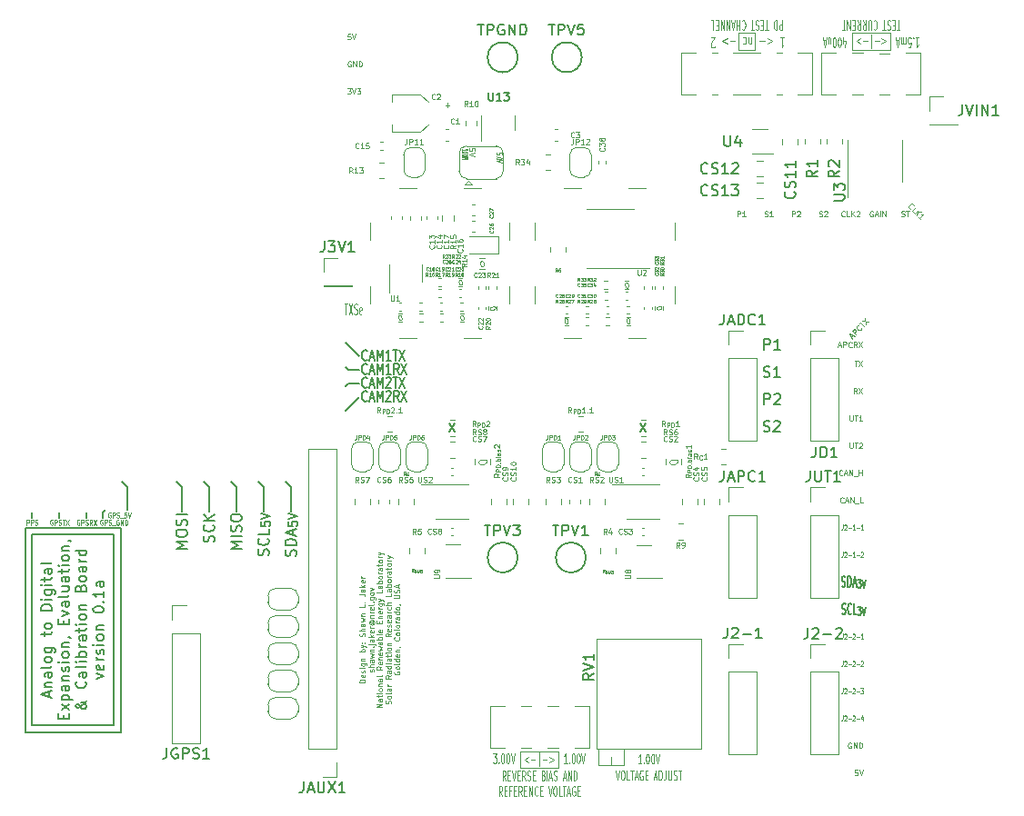
<source format=gbr>
%TF.GenerationSoftware,KiCad,Pcbnew,6.0.2+dfsg-1*%
%TF.CreationDate,2023-07-10T21:48:35-06:00*%
%TF.ProjectId,TestComponents,54657374-436f-46d7-906f-6e656e74732e,rev?*%
%TF.SameCoordinates,PXbf5d420PY621abf0*%
%TF.FileFunction,Legend,Top*%
%TF.FilePolarity,Positive*%
%FSLAX46Y46*%
G04 Gerber Fmt 4.6, Leading zero omitted, Abs format (unit mm)*
G04 Created by KiCad (PCBNEW 6.0.2+dfsg-1) date 2023-07-10 21:48:35*
%MOMM*%
%LPD*%
G01*
G04 APERTURE LIST*
%ADD10C,0.150000*%
%ADD11C,0.125000*%
%ADD12C,0.050000*%
%ADD13C,0.075000*%
%ADD14C,0.100000*%
%ADD15C,0.062500*%
%ADD16C,0.137500*%
%ADD17C,0.087500*%
%ADD18C,0.120000*%
G04 APERTURE END LIST*
D10*
X-92710000Y-10541000D02*
X-92710000Y-10033000D01*
X-86360000Y-7620000D02*
X-86868000Y-7112000D01*
X-95250000Y-29845000D02*
X-87630000Y-29845000D01*
X-87630000Y-29845000D02*
X-87630000Y-12065000D01*
X-87630000Y-12065000D02*
X-95250000Y-12065000D01*
X-95250000Y-12065000D02*
X-95250000Y-29845000D01*
X-71120000Y-9906000D02*
X-71120000Y-7620000D01*
X-78740000Y-7620000D02*
X-79248000Y-7112000D01*
X-88646000Y-10541000D02*
X-88646000Y-10033000D01*
X-88646000Y-10033000D02*
X-88392000Y-9779000D01*
X-81280000Y-7620000D02*
X-81788000Y-7112000D01*
X-95250000Y-10541000D02*
X-95250000Y-10033000D01*
X-73660000Y-9906000D02*
X-73660000Y-7620000D01*
X-95885000Y-30480000D02*
X-86995000Y-30480000D01*
X-86995000Y-30480000D02*
X-86995000Y-11430000D01*
X-86995000Y-11430000D02*
X-95885000Y-11430000D01*
X-95885000Y-11430000D02*
X-95885000Y-30480000D01*
X-64770000Y4572000D02*
X-66040000Y5842000D01*
X-64770000Y762000D02*
X-66040000Y-508000D01*
X-76200000Y-9906000D02*
X-76200000Y-7620000D01*
X-86360000Y-9779000D02*
X-86360000Y-7620000D01*
X-73660000Y-7620000D02*
X-74168000Y-7112000D01*
X-65786000Y3302000D02*
X-66040000Y3556000D01*
X-71120000Y-7620000D02*
X-71628000Y-7112000D01*
X-64770000Y2032000D02*
X-65786000Y2032000D01*
X-90170000Y-10541000D02*
X-90170000Y-10033000D01*
X-65786000Y2032000D02*
X-66040000Y1778000D01*
X-81280000Y-9906000D02*
X-81280000Y-7620000D01*
X-78740000Y-9906000D02*
X-78740000Y-7620000D01*
X-64770000Y3302000D02*
X-65786000Y3302000D01*
X-76200000Y-7620000D02*
X-76708000Y-7112000D01*
D11*
X-18432679Y1043810D02*
X-18599346Y1281905D01*
X-18718393Y1043810D02*
X-18718393Y1543810D01*
X-18527917Y1543810D01*
X-18480298Y1520000D01*
X-18456489Y1496191D01*
X-18432679Y1448572D01*
X-18432679Y1377143D01*
X-18456489Y1329524D01*
X-18480298Y1305715D01*
X-18527917Y1281905D01*
X-18718393Y1281905D01*
X-18266012Y1543810D02*
X-17932679Y1043810D01*
X-17932679Y1543810D02*
X-18266012Y1043810D01*
D12*
X-54730091Y23857300D02*
X-54730091Y23733491D01*
X-54920567Y23800158D01*
X-54920567Y23771586D01*
X-54944377Y23752539D01*
X-54968186Y23743015D01*
X-55015805Y23733491D01*
X-55134853Y23733491D01*
X-55182472Y23743015D01*
X-55206281Y23752539D01*
X-55230091Y23771586D01*
X-55230091Y23828729D01*
X-55206281Y23847777D01*
X-55182472Y23857300D01*
X-55182472Y23647777D02*
X-55206281Y23638253D01*
X-55230091Y23647777D01*
X-55206281Y23657300D01*
X-55182472Y23647777D01*
X-55230091Y23647777D01*
X-54730091Y23514443D02*
X-54730091Y23495396D01*
X-54753900Y23476348D01*
X-54777710Y23466824D01*
X-54825329Y23457300D01*
X-54920567Y23447777D01*
X-55039615Y23447777D01*
X-55134853Y23457300D01*
X-55182472Y23466824D01*
X-55206281Y23476348D01*
X-55230091Y23495396D01*
X-55230091Y23514443D01*
X-55206281Y23533491D01*
X-55182472Y23543015D01*
X-55134853Y23552539D01*
X-55039615Y23562062D01*
X-54920567Y23562062D01*
X-54825329Y23552539D01*
X-54777710Y23543015D01*
X-54753900Y23533491D01*
X-54730091Y23514443D01*
X-54730091Y23323967D02*
X-54730091Y23304920D01*
X-54753900Y23285872D01*
X-54777710Y23276348D01*
X-54825329Y23266824D01*
X-54920567Y23257300D01*
X-55039615Y23257300D01*
X-55134853Y23266824D01*
X-55182472Y23276348D01*
X-55206281Y23285872D01*
X-55230091Y23304920D01*
X-55230091Y23323967D01*
X-55206281Y23343015D01*
X-55182472Y23352539D01*
X-55134853Y23362062D01*
X-55039615Y23371586D01*
X-54920567Y23371586D01*
X-54825329Y23362062D01*
X-54777710Y23352539D01*
X-54753900Y23343015D01*
X-54730091Y23323967D01*
X-54730091Y23133491D02*
X-54730091Y23114443D01*
X-54753900Y23095396D01*
X-54777710Y23085872D01*
X-54825329Y23076348D01*
X-54920567Y23066824D01*
X-55039615Y23066824D01*
X-55134853Y23076348D01*
X-55182472Y23085872D01*
X-55206281Y23095396D01*
X-55230091Y23114443D01*
X-55230091Y23133491D01*
X-55206281Y23152539D01*
X-55182472Y23162062D01*
X-55134853Y23171586D01*
X-55039615Y23181110D01*
X-54920567Y23181110D01*
X-54825329Y23171586D01*
X-54777710Y23162062D01*
X-54753900Y23152539D01*
X-54730091Y23133491D01*
X-54730091Y23009681D02*
X-55230091Y22943015D01*
X-54730091Y22876348D01*
D10*
X-64065358Y404858D02*
X-64101072Y357239D01*
X-64208215Y309620D01*
X-64279643Y309620D01*
X-64386786Y357239D01*
X-64458215Y452477D01*
X-64493929Y547715D01*
X-64529643Y738191D01*
X-64529643Y881048D01*
X-64493929Y1071524D01*
X-64458215Y1166762D01*
X-64386786Y1262000D01*
X-64279643Y1309620D01*
X-64208215Y1309620D01*
X-64101072Y1262000D01*
X-64065358Y1214381D01*
X-63779643Y595334D02*
X-63422500Y595334D01*
X-63851072Y309620D02*
X-63601072Y1309620D01*
X-63351072Y309620D01*
X-63101072Y309620D02*
X-63101072Y1309620D01*
X-62851072Y595334D01*
X-62601072Y1309620D01*
X-62601072Y309620D01*
X-62279643Y1214381D02*
X-62243929Y1262000D01*
X-62172500Y1309620D01*
X-61993929Y1309620D01*
X-61922500Y1262000D01*
X-61886786Y1214381D01*
X-61851072Y1119143D01*
X-61851072Y1023905D01*
X-61886786Y881048D01*
X-62315358Y309620D01*
X-61851072Y309620D01*
X-61101072Y309620D02*
X-61351072Y785810D01*
X-61529643Y309620D02*
X-61529643Y1309620D01*
X-61243929Y1309620D01*
X-61172500Y1262000D01*
X-61136786Y1214381D01*
X-61101072Y1119143D01*
X-61101072Y976286D01*
X-61136786Y881048D01*
X-61172500Y833429D01*
X-61243929Y785810D01*
X-61529643Y785810D01*
X-60851072Y1309620D02*
X-60351072Y309620D01*
X-60351072Y1309620D02*
X-60851072Y309620D01*
D11*
X-19123155Y-996190D02*
X-19123155Y-1400952D01*
X-19099346Y-1448571D01*
X-19075536Y-1472380D01*
X-19027917Y-1496190D01*
X-18932679Y-1496190D01*
X-18885060Y-1472380D01*
X-18861250Y-1448571D01*
X-18837441Y-1400952D01*
X-18837441Y-996190D01*
X-18670774Y-996190D02*
X-18385060Y-996190D01*
X-18527917Y-1496190D02*
X-18527917Y-996190D01*
X-17956489Y-1496190D02*
X-18242203Y-1496190D01*
X-18099346Y-1496190D02*
X-18099346Y-996190D01*
X-18146965Y-1067619D01*
X-18194584Y-1115238D01*
X-18242203Y-1139047D01*
D13*
X-60479143Y-6536514D02*
X-60579143Y-6393657D01*
X-60650572Y-6536514D02*
X-60650572Y-6236514D01*
X-60536286Y-6236514D01*
X-60507715Y-6250800D01*
X-60493429Y-6265085D01*
X-60479143Y-6293657D01*
X-60479143Y-6336514D01*
X-60493429Y-6365085D01*
X-60507715Y-6379371D01*
X-60536286Y-6393657D01*
X-60650572Y-6393657D01*
X-60239143Y-6340800D02*
X-60262000Y-6329371D01*
X-60296286Y-6329371D01*
X-60330572Y-6340800D01*
X-60353429Y-6363657D01*
X-60364858Y-6386514D01*
X-60376286Y-6432228D01*
X-60376286Y-6466514D01*
X-60364858Y-6512228D01*
X-60353429Y-6535085D01*
X-60330572Y-6557942D01*
X-60296286Y-6569371D01*
X-60273429Y-6569371D01*
X-60239143Y-6557942D01*
X-60227715Y-6546514D01*
X-60227715Y-6466514D01*
X-60273429Y-6466514D01*
X-64248810Y-25859761D02*
X-64748810Y-25859761D01*
X-64748810Y-25740714D01*
X-64725000Y-25669285D01*
X-64677381Y-25621666D01*
X-64629762Y-25597857D01*
X-64534524Y-25574047D01*
X-64463096Y-25574047D01*
X-64367858Y-25597857D01*
X-64320239Y-25621666D01*
X-64272620Y-25669285D01*
X-64248810Y-25740714D01*
X-64248810Y-25859761D01*
X-64272620Y-25169285D02*
X-64248810Y-25216904D01*
X-64248810Y-25312142D01*
X-64272620Y-25359761D01*
X-64320239Y-25383571D01*
X-64510715Y-25383571D01*
X-64558334Y-25359761D01*
X-64582143Y-25312142D01*
X-64582143Y-25216904D01*
X-64558334Y-25169285D01*
X-64510715Y-25145476D01*
X-64463096Y-25145476D01*
X-64415477Y-25383571D01*
X-64272620Y-24955000D02*
X-64248810Y-24907380D01*
X-64248810Y-24812142D01*
X-64272620Y-24764523D01*
X-64320239Y-24740714D01*
X-64344048Y-24740714D01*
X-64391667Y-24764523D01*
X-64415477Y-24812142D01*
X-64415477Y-24883571D01*
X-64439286Y-24931190D01*
X-64486905Y-24955000D01*
X-64510715Y-24955000D01*
X-64558334Y-24931190D01*
X-64582143Y-24883571D01*
X-64582143Y-24812142D01*
X-64558334Y-24764523D01*
X-64248810Y-24526428D02*
X-64582143Y-24526428D01*
X-64748810Y-24526428D02*
X-64725000Y-24550238D01*
X-64701191Y-24526428D01*
X-64725000Y-24502619D01*
X-64748810Y-24526428D01*
X-64701191Y-24526428D01*
X-64582143Y-24074047D02*
X-64177381Y-24074047D01*
X-64129762Y-24097857D01*
X-64105953Y-24121666D01*
X-64082143Y-24169285D01*
X-64082143Y-24240714D01*
X-64105953Y-24288333D01*
X-64272620Y-24074047D02*
X-64248810Y-24121666D01*
X-64248810Y-24216904D01*
X-64272620Y-24264523D01*
X-64296429Y-24288333D01*
X-64344048Y-24312142D01*
X-64486905Y-24312142D01*
X-64534524Y-24288333D01*
X-64558334Y-24264523D01*
X-64582143Y-24216904D01*
X-64582143Y-24121666D01*
X-64558334Y-24074047D01*
X-64582143Y-23835952D02*
X-64248810Y-23835952D01*
X-64534524Y-23835952D02*
X-64558334Y-23812142D01*
X-64582143Y-23764523D01*
X-64582143Y-23693095D01*
X-64558334Y-23645476D01*
X-64510715Y-23621666D01*
X-64248810Y-23621666D01*
X-64248810Y-23002619D02*
X-64748810Y-23002619D01*
X-64558334Y-23002619D02*
X-64582143Y-22955000D01*
X-64582143Y-22859761D01*
X-64558334Y-22812142D01*
X-64534524Y-22788333D01*
X-64486905Y-22764523D01*
X-64344048Y-22764523D01*
X-64296429Y-22788333D01*
X-64272620Y-22812142D01*
X-64248810Y-22859761D01*
X-64248810Y-22955000D01*
X-64272620Y-23002619D01*
X-64582143Y-22597857D02*
X-64248810Y-22478809D01*
X-64582143Y-22359761D02*
X-64248810Y-22478809D01*
X-64129762Y-22526428D01*
X-64105953Y-22550238D01*
X-64082143Y-22597857D01*
X-64296429Y-22169285D02*
X-64272620Y-22145476D01*
X-64248810Y-22169285D01*
X-64272620Y-22193095D01*
X-64296429Y-22169285D01*
X-64248810Y-22169285D01*
X-64558334Y-22169285D02*
X-64534524Y-22145476D01*
X-64510715Y-22169285D01*
X-64534524Y-22193095D01*
X-64558334Y-22169285D01*
X-64510715Y-22169285D01*
X-64272620Y-21574047D02*
X-64248810Y-21502619D01*
X-64248810Y-21383571D01*
X-64272620Y-21335952D01*
X-64296429Y-21312142D01*
X-64344048Y-21288333D01*
X-64391667Y-21288333D01*
X-64439286Y-21312142D01*
X-64463096Y-21335952D01*
X-64486905Y-21383571D01*
X-64510715Y-21478809D01*
X-64534524Y-21526428D01*
X-64558334Y-21550238D01*
X-64605953Y-21574047D01*
X-64653572Y-21574047D01*
X-64701191Y-21550238D01*
X-64725000Y-21526428D01*
X-64748810Y-21478809D01*
X-64748810Y-21359761D01*
X-64725000Y-21288333D01*
X-64248810Y-21074047D02*
X-64748810Y-21074047D01*
X-64248810Y-20859761D02*
X-64510715Y-20859761D01*
X-64558334Y-20883571D01*
X-64582143Y-20931190D01*
X-64582143Y-21002619D01*
X-64558334Y-21050238D01*
X-64534524Y-21074047D01*
X-64248810Y-20407380D02*
X-64510715Y-20407380D01*
X-64558334Y-20431190D01*
X-64582143Y-20478809D01*
X-64582143Y-20574047D01*
X-64558334Y-20621666D01*
X-64272620Y-20407380D02*
X-64248810Y-20455000D01*
X-64248810Y-20574047D01*
X-64272620Y-20621666D01*
X-64320239Y-20645476D01*
X-64367858Y-20645476D01*
X-64415477Y-20621666D01*
X-64439286Y-20574047D01*
X-64439286Y-20455000D01*
X-64463096Y-20407380D01*
X-64582143Y-20216904D02*
X-64248810Y-20121666D01*
X-64486905Y-20026428D01*
X-64248810Y-19931190D01*
X-64582143Y-19835952D01*
X-64582143Y-19645476D02*
X-64248810Y-19645476D01*
X-64534524Y-19645476D02*
X-64558334Y-19621666D01*
X-64582143Y-19574047D01*
X-64582143Y-19502619D01*
X-64558334Y-19455000D01*
X-64510715Y-19431190D01*
X-64248810Y-19431190D01*
X-64248810Y-18574047D02*
X-64248810Y-18812142D01*
X-64748810Y-18812142D01*
X-64296429Y-18407380D02*
X-64272620Y-18383571D01*
X-64248810Y-18407380D01*
X-64272620Y-18431190D01*
X-64296429Y-18407380D01*
X-64248810Y-18407380D01*
X-64748810Y-17645476D02*
X-64391667Y-17645476D01*
X-64320239Y-17669285D01*
X-64272620Y-17716904D01*
X-64248810Y-17788333D01*
X-64248810Y-17835952D01*
X-64248810Y-17193095D02*
X-64510715Y-17193095D01*
X-64558334Y-17216904D01*
X-64582143Y-17264523D01*
X-64582143Y-17359761D01*
X-64558334Y-17407380D01*
X-64272620Y-17193095D02*
X-64248810Y-17240714D01*
X-64248810Y-17359761D01*
X-64272620Y-17407380D01*
X-64320239Y-17431190D01*
X-64367858Y-17431190D01*
X-64415477Y-17407380D01*
X-64439286Y-17359761D01*
X-64439286Y-17240714D01*
X-64463096Y-17193095D01*
X-64248810Y-16955000D02*
X-64748810Y-16955000D01*
X-64439286Y-16907380D02*
X-64248810Y-16764523D01*
X-64582143Y-16764523D02*
X-64391667Y-16955000D01*
X-64272620Y-16359761D02*
X-64248810Y-16407380D01*
X-64248810Y-16502619D01*
X-64272620Y-16550238D01*
X-64320239Y-16574047D01*
X-64510715Y-16574047D01*
X-64558334Y-16550238D01*
X-64582143Y-16502619D01*
X-64582143Y-16407380D01*
X-64558334Y-16359761D01*
X-64510715Y-16335952D01*
X-64463096Y-16335952D01*
X-64415477Y-16574047D01*
X-64248810Y-16121666D02*
X-64582143Y-16121666D01*
X-64486905Y-16121666D02*
X-64534524Y-16097857D01*
X-64558334Y-16074047D01*
X-64582143Y-16026428D01*
X-64582143Y-15978809D01*
X-63467620Y-24847857D02*
X-63443810Y-24800238D01*
X-63443810Y-24705000D01*
X-63467620Y-24657380D01*
X-63515239Y-24633571D01*
X-63539048Y-24633571D01*
X-63586667Y-24657380D01*
X-63610477Y-24705000D01*
X-63610477Y-24776428D01*
X-63634286Y-24824047D01*
X-63681905Y-24847857D01*
X-63705715Y-24847857D01*
X-63753334Y-24824047D01*
X-63777143Y-24776428D01*
X-63777143Y-24705000D01*
X-63753334Y-24657380D01*
X-63443810Y-24419285D02*
X-63943810Y-24419285D01*
X-63443810Y-24205000D02*
X-63705715Y-24205000D01*
X-63753334Y-24228809D01*
X-63777143Y-24276428D01*
X-63777143Y-24347857D01*
X-63753334Y-24395476D01*
X-63729524Y-24419285D01*
X-63443810Y-23752619D02*
X-63705715Y-23752619D01*
X-63753334Y-23776428D01*
X-63777143Y-23824047D01*
X-63777143Y-23919285D01*
X-63753334Y-23966904D01*
X-63467620Y-23752619D02*
X-63443810Y-23800238D01*
X-63443810Y-23919285D01*
X-63467620Y-23966904D01*
X-63515239Y-23990714D01*
X-63562858Y-23990714D01*
X-63610477Y-23966904D01*
X-63634286Y-23919285D01*
X-63634286Y-23800238D01*
X-63658096Y-23752619D01*
X-63777143Y-23562142D02*
X-63443810Y-23466904D01*
X-63681905Y-23371666D01*
X-63443810Y-23276428D01*
X-63777143Y-23181190D01*
X-63777143Y-22990714D02*
X-63443810Y-22990714D01*
X-63729524Y-22990714D02*
X-63753334Y-22966904D01*
X-63777143Y-22919285D01*
X-63777143Y-22847857D01*
X-63753334Y-22800238D01*
X-63705715Y-22776428D01*
X-63443810Y-22776428D01*
X-63491429Y-22538333D02*
X-63467620Y-22514523D01*
X-63443810Y-22538333D01*
X-63467620Y-22562142D01*
X-63491429Y-22538333D01*
X-63443810Y-22538333D01*
X-63777143Y-22300238D02*
X-63348572Y-22300238D01*
X-63300953Y-22324047D01*
X-63277143Y-22371666D01*
X-63277143Y-22395476D01*
X-63943810Y-22300238D02*
X-63920000Y-22324047D01*
X-63896191Y-22300238D01*
X-63920000Y-22276428D01*
X-63943810Y-22300238D01*
X-63896191Y-22300238D01*
X-63443810Y-21847857D02*
X-63705715Y-21847857D01*
X-63753334Y-21871666D01*
X-63777143Y-21919285D01*
X-63777143Y-22014523D01*
X-63753334Y-22062142D01*
X-63467620Y-21847857D02*
X-63443810Y-21895476D01*
X-63443810Y-22014523D01*
X-63467620Y-22062142D01*
X-63515239Y-22085952D01*
X-63562858Y-22085952D01*
X-63610477Y-22062142D01*
X-63634286Y-22014523D01*
X-63634286Y-21895476D01*
X-63658096Y-21847857D01*
X-63443810Y-21609761D02*
X-63943810Y-21609761D01*
X-63634286Y-21562142D02*
X-63443810Y-21419285D01*
X-63777143Y-21419285D02*
X-63586667Y-21609761D01*
X-63467620Y-21014523D02*
X-63443810Y-21062142D01*
X-63443810Y-21157380D01*
X-63467620Y-21205000D01*
X-63515239Y-21228809D01*
X-63705715Y-21228809D01*
X-63753334Y-21205000D01*
X-63777143Y-21157380D01*
X-63777143Y-21062142D01*
X-63753334Y-21014523D01*
X-63705715Y-20990714D01*
X-63658096Y-20990714D01*
X-63610477Y-21228809D01*
X-63443810Y-20776428D02*
X-63777143Y-20776428D01*
X-63681905Y-20776428D02*
X-63729524Y-20752619D01*
X-63753334Y-20728809D01*
X-63777143Y-20681190D01*
X-63777143Y-20633571D01*
X-63681905Y-20157380D02*
X-63705715Y-20181190D01*
X-63729524Y-20228809D01*
X-63729524Y-20276428D01*
X-63705715Y-20324047D01*
X-63681905Y-20347857D01*
X-63634286Y-20371666D01*
X-63586667Y-20371666D01*
X-63539048Y-20347857D01*
X-63515239Y-20324047D01*
X-63491429Y-20276428D01*
X-63491429Y-20228809D01*
X-63515239Y-20181190D01*
X-63539048Y-20157380D01*
X-63729524Y-20157380D02*
X-63539048Y-20157380D01*
X-63515239Y-20133571D01*
X-63515239Y-20109761D01*
X-63539048Y-20062142D01*
X-63586667Y-20038333D01*
X-63705715Y-20038333D01*
X-63777143Y-20085952D01*
X-63824762Y-20157380D01*
X-63848572Y-20252619D01*
X-63824762Y-20347857D01*
X-63777143Y-20419285D01*
X-63705715Y-20466904D01*
X-63610477Y-20490714D01*
X-63515239Y-20466904D01*
X-63443810Y-20419285D01*
X-63396191Y-20347857D01*
X-63372381Y-20252619D01*
X-63396191Y-20157380D01*
X-63443810Y-20085952D01*
X-63777143Y-19824047D02*
X-63443810Y-19824047D01*
X-63729524Y-19824047D02*
X-63753334Y-19800238D01*
X-63777143Y-19752619D01*
X-63777143Y-19681190D01*
X-63753334Y-19633571D01*
X-63705715Y-19609761D01*
X-63443810Y-19609761D01*
X-63443810Y-19371666D02*
X-63777143Y-19371666D01*
X-63681905Y-19371666D02*
X-63729524Y-19347857D01*
X-63753334Y-19324047D01*
X-63777143Y-19276428D01*
X-63777143Y-19228809D01*
X-63467620Y-18871666D02*
X-63443810Y-18919285D01*
X-63443810Y-19014523D01*
X-63467620Y-19062142D01*
X-63515239Y-19085952D01*
X-63705715Y-19085952D01*
X-63753334Y-19062142D01*
X-63777143Y-19014523D01*
X-63777143Y-18919285D01*
X-63753334Y-18871666D01*
X-63705715Y-18847857D01*
X-63658096Y-18847857D01*
X-63610477Y-19085952D01*
X-63443810Y-18562142D02*
X-63467620Y-18609761D01*
X-63515239Y-18633571D01*
X-63943810Y-18633571D01*
X-63491429Y-18371666D02*
X-63467620Y-18347857D01*
X-63443810Y-18371666D01*
X-63467620Y-18395476D01*
X-63491429Y-18371666D01*
X-63443810Y-18371666D01*
X-63777143Y-17919285D02*
X-63372381Y-17919285D01*
X-63324762Y-17943095D01*
X-63300953Y-17966904D01*
X-63277143Y-18014523D01*
X-63277143Y-18085952D01*
X-63300953Y-18133571D01*
X-63467620Y-17919285D02*
X-63443810Y-17966904D01*
X-63443810Y-18062142D01*
X-63467620Y-18109761D01*
X-63491429Y-18133571D01*
X-63539048Y-18157380D01*
X-63681905Y-18157380D01*
X-63729524Y-18133571D01*
X-63753334Y-18109761D01*
X-63777143Y-18062142D01*
X-63777143Y-17966904D01*
X-63753334Y-17919285D01*
X-63443810Y-17609761D02*
X-63467620Y-17657380D01*
X-63491429Y-17681190D01*
X-63539048Y-17705000D01*
X-63681905Y-17705000D01*
X-63729524Y-17681190D01*
X-63753334Y-17657380D01*
X-63777143Y-17609761D01*
X-63777143Y-17538333D01*
X-63753334Y-17490714D01*
X-63729524Y-17466904D01*
X-63681905Y-17443095D01*
X-63539048Y-17443095D01*
X-63491429Y-17466904D01*
X-63467620Y-17490714D01*
X-63443810Y-17538333D01*
X-63443810Y-17609761D01*
X-63777143Y-17276428D02*
X-63443810Y-17157380D01*
X-63777143Y-17038333D01*
X-62638810Y-28145476D02*
X-63138810Y-28145476D01*
X-62638810Y-27859761D01*
X-63138810Y-27859761D01*
X-62638810Y-27407380D02*
X-62900715Y-27407380D01*
X-62948334Y-27431190D01*
X-62972143Y-27478809D01*
X-62972143Y-27574047D01*
X-62948334Y-27621666D01*
X-62662620Y-27407380D02*
X-62638810Y-27455000D01*
X-62638810Y-27574047D01*
X-62662620Y-27621666D01*
X-62710239Y-27645476D01*
X-62757858Y-27645476D01*
X-62805477Y-27621666D01*
X-62829286Y-27574047D01*
X-62829286Y-27455000D01*
X-62853096Y-27407380D01*
X-62972143Y-27240714D02*
X-62972143Y-27050238D01*
X-63138810Y-27169285D02*
X-62710239Y-27169285D01*
X-62662620Y-27145476D01*
X-62638810Y-27097857D01*
X-62638810Y-27050238D01*
X-62638810Y-26883571D02*
X-62972143Y-26883571D01*
X-63138810Y-26883571D02*
X-63115000Y-26907380D01*
X-63091191Y-26883571D01*
X-63115000Y-26859761D01*
X-63138810Y-26883571D01*
X-63091191Y-26883571D01*
X-62638810Y-26574047D02*
X-62662620Y-26621666D01*
X-62686429Y-26645476D01*
X-62734048Y-26669285D01*
X-62876905Y-26669285D01*
X-62924524Y-26645476D01*
X-62948334Y-26621666D01*
X-62972143Y-26574047D01*
X-62972143Y-26502619D01*
X-62948334Y-26455000D01*
X-62924524Y-26431190D01*
X-62876905Y-26407380D01*
X-62734048Y-26407380D01*
X-62686429Y-26431190D01*
X-62662620Y-26455000D01*
X-62638810Y-26502619D01*
X-62638810Y-26574047D01*
X-62972143Y-26193095D02*
X-62638810Y-26193095D01*
X-62924524Y-26193095D02*
X-62948334Y-26169285D01*
X-62972143Y-26121666D01*
X-62972143Y-26050238D01*
X-62948334Y-26002619D01*
X-62900715Y-25978809D01*
X-62638810Y-25978809D01*
X-62638810Y-25526428D02*
X-62900715Y-25526428D01*
X-62948334Y-25550238D01*
X-62972143Y-25597857D01*
X-62972143Y-25693095D01*
X-62948334Y-25740714D01*
X-62662620Y-25526428D02*
X-62638810Y-25574047D01*
X-62638810Y-25693095D01*
X-62662620Y-25740714D01*
X-62710239Y-25764523D01*
X-62757858Y-25764523D01*
X-62805477Y-25740714D01*
X-62829286Y-25693095D01*
X-62829286Y-25574047D01*
X-62853096Y-25526428D01*
X-62638810Y-25216904D02*
X-62662620Y-25264523D01*
X-62710239Y-25288333D01*
X-63138810Y-25288333D01*
X-62638810Y-24359761D02*
X-62876905Y-24526428D01*
X-62638810Y-24645476D02*
X-63138810Y-24645476D01*
X-63138810Y-24455000D01*
X-63115000Y-24407380D01*
X-63091191Y-24383571D01*
X-63043572Y-24359761D01*
X-62972143Y-24359761D01*
X-62924524Y-24383571D01*
X-62900715Y-24407380D01*
X-62876905Y-24455000D01*
X-62876905Y-24645476D01*
X-62662620Y-23955000D02*
X-62638810Y-24002619D01*
X-62638810Y-24097857D01*
X-62662620Y-24145476D01*
X-62710239Y-24169285D01*
X-62900715Y-24169285D01*
X-62948334Y-24145476D01*
X-62972143Y-24097857D01*
X-62972143Y-24002619D01*
X-62948334Y-23955000D01*
X-62900715Y-23931190D01*
X-62853096Y-23931190D01*
X-62805477Y-24169285D01*
X-62972143Y-23716904D02*
X-62638810Y-23716904D01*
X-62924524Y-23716904D02*
X-62948334Y-23693095D01*
X-62972143Y-23645476D01*
X-62972143Y-23574047D01*
X-62948334Y-23526428D01*
X-62900715Y-23502619D01*
X-62638810Y-23502619D01*
X-62662620Y-23074047D02*
X-62638810Y-23121666D01*
X-62638810Y-23216904D01*
X-62662620Y-23264523D01*
X-62710239Y-23288333D01*
X-62900715Y-23288333D01*
X-62948334Y-23264523D01*
X-62972143Y-23216904D01*
X-62972143Y-23121666D01*
X-62948334Y-23074047D01*
X-62900715Y-23050238D01*
X-62853096Y-23050238D01*
X-62805477Y-23288333D01*
X-62972143Y-22883571D02*
X-62638810Y-22788333D01*
X-62876905Y-22693095D01*
X-62638810Y-22597857D01*
X-62972143Y-22502619D01*
X-62638810Y-22097857D02*
X-62900715Y-22097857D01*
X-62948334Y-22121666D01*
X-62972143Y-22169285D01*
X-62972143Y-22264523D01*
X-62948334Y-22312142D01*
X-62662620Y-22097857D02*
X-62638810Y-22145476D01*
X-62638810Y-22264523D01*
X-62662620Y-22312142D01*
X-62710239Y-22335952D01*
X-62757858Y-22335952D01*
X-62805477Y-22312142D01*
X-62829286Y-22264523D01*
X-62829286Y-22145476D01*
X-62853096Y-22097857D01*
X-62638810Y-21859761D02*
X-63138810Y-21859761D01*
X-62948334Y-21859761D02*
X-62972143Y-21812142D01*
X-62972143Y-21716904D01*
X-62948334Y-21669285D01*
X-62924524Y-21645476D01*
X-62876905Y-21621666D01*
X-62734048Y-21621666D01*
X-62686429Y-21645476D01*
X-62662620Y-21669285D01*
X-62638810Y-21716904D01*
X-62638810Y-21812142D01*
X-62662620Y-21859761D01*
X-62638810Y-21335952D02*
X-62662620Y-21383571D01*
X-62710239Y-21407380D01*
X-63138810Y-21407380D01*
X-62662620Y-20955000D02*
X-62638810Y-21002619D01*
X-62638810Y-21097857D01*
X-62662620Y-21145476D01*
X-62710239Y-21169285D01*
X-62900715Y-21169285D01*
X-62948334Y-21145476D01*
X-62972143Y-21097857D01*
X-62972143Y-21002619D01*
X-62948334Y-20955000D01*
X-62900715Y-20931190D01*
X-62853096Y-20931190D01*
X-62805477Y-21169285D01*
X-62900715Y-20335952D02*
X-62900715Y-20169285D01*
X-62638810Y-20097857D02*
X-62638810Y-20335952D01*
X-63138810Y-20335952D01*
X-63138810Y-20097857D01*
X-62972143Y-19883571D02*
X-62638810Y-19883571D01*
X-62924524Y-19883571D02*
X-62948334Y-19859761D01*
X-62972143Y-19812142D01*
X-62972143Y-19740714D01*
X-62948334Y-19693095D01*
X-62900715Y-19669285D01*
X-62638810Y-19669285D01*
X-62662620Y-19240714D02*
X-62638810Y-19288333D01*
X-62638810Y-19383571D01*
X-62662620Y-19431190D01*
X-62710239Y-19455000D01*
X-62900715Y-19455000D01*
X-62948334Y-19431190D01*
X-62972143Y-19383571D01*
X-62972143Y-19288333D01*
X-62948334Y-19240714D01*
X-62900715Y-19216904D01*
X-62853096Y-19216904D01*
X-62805477Y-19455000D01*
X-62638810Y-19002619D02*
X-62972143Y-19002619D01*
X-62876905Y-19002619D02*
X-62924524Y-18978809D01*
X-62948334Y-18955000D01*
X-62972143Y-18907380D01*
X-62972143Y-18859761D01*
X-62972143Y-18478809D02*
X-62567381Y-18478809D01*
X-62519762Y-18502619D01*
X-62495953Y-18526428D01*
X-62472143Y-18574047D01*
X-62472143Y-18645476D01*
X-62495953Y-18693095D01*
X-62662620Y-18478809D02*
X-62638810Y-18526428D01*
X-62638810Y-18621666D01*
X-62662620Y-18669285D01*
X-62686429Y-18693095D01*
X-62734048Y-18716904D01*
X-62876905Y-18716904D01*
X-62924524Y-18693095D01*
X-62948334Y-18669285D01*
X-62972143Y-18621666D01*
X-62972143Y-18526428D01*
X-62948334Y-18478809D01*
X-62972143Y-18288333D02*
X-62638810Y-18169285D01*
X-62972143Y-18050238D02*
X-62638810Y-18169285D01*
X-62519762Y-18216904D01*
X-62495953Y-18240714D01*
X-62472143Y-18288333D01*
X-62638810Y-17240714D02*
X-62638810Y-17478809D01*
X-63138810Y-17478809D01*
X-62638810Y-16859761D02*
X-62900715Y-16859761D01*
X-62948334Y-16883571D01*
X-62972143Y-16931190D01*
X-62972143Y-17026428D01*
X-62948334Y-17074047D01*
X-62662620Y-16859761D02*
X-62638810Y-16907380D01*
X-62638810Y-17026428D01*
X-62662620Y-17074047D01*
X-62710239Y-17097857D01*
X-62757858Y-17097857D01*
X-62805477Y-17074047D01*
X-62829286Y-17026428D01*
X-62829286Y-16907380D01*
X-62853096Y-16859761D01*
X-62638810Y-16621666D02*
X-63138810Y-16621666D01*
X-62948334Y-16621666D02*
X-62972143Y-16574047D01*
X-62972143Y-16478809D01*
X-62948334Y-16431190D01*
X-62924524Y-16407380D01*
X-62876905Y-16383571D01*
X-62734048Y-16383571D01*
X-62686429Y-16407380D01*
X-62662620Y-16431190D01*
X-62638810Y-16478809D01*
X-62638810Y-16574047D01*
X-62662620Y-16621666D01*
X-62638810Y-16097857D02*
X-62662620Y-16145476D01*
X-62686429Y-16169285D01*
X-62734048Y-16193095D01*
X-62876905Y-16193095D01*
X-62924524Y-16169285D01*
X-62948334Y-16145476D01*
X-62972143Y-16097857D01*
X-62972143Y-16026428D01*
X-62948334Y-15978809D01*
X-62924524Y-15955000D01*
X-62876905Y-15931190D01*
X-62734048Y-15931190D01*
X-62686429Y-15955000D01*
X-62662620Y-15978809D01*
X-62638810Y-16026428D01*
X-62638810Y-16097857D01*
X-62638810Y-15716904D02*
X-62972143Y-15716904D01*
X-62876905Y-15716904D02*
X-62924524Y-15693095D01*
X-62948334Y-15669285D01*
X-62972143Y-15621666D01*
X-62972143Y-15574047D01*
X-62638810Y-15193095D02*
X-62900715Y-15193095D01*
X-62948334Y-15216904D01*
X-62972143Y-15264523D01*
X-62972143Y-15359761D01*
X-62948334Y-15407380D01*
X-62662620Y-15193095D02*
X-62638810Y-15240714D01*
X-62638810Y-15359761D01*
X-62662620Y-15407380D01*
X-62710239Y-15431190D01*
X-62757858Y-15431190D01*
X-62805477Y-15407380D01*
X-62829286Y-15359761D01*
X-62829286Y-15240714D01*
X-62853096Y-15193095D01*
X-62972143Y-15026428D02*
X-62972143Y-14835952D01*
X-63138810Y-14955000D02*
X-62710239Y-14955000D01*
X-62662620Y-14931190D01*
X-62638810Y-14883571D01*
X-62638810Y-14835952D01*
X-62638810Y-14597857D02*
X-62662620Y-14645476D01*
X-62686429Y-14669285D01*
X-62734048Y-14693095D01*
X-62876905Y-14693095D01*
X-62924524Y-14669285D01*
X-62948334Y-14645476D01*
X-62972143Y-14597857D01*
X-62972143Y-14526428D01*
X-62948334Y-14478809D01*
X-62924524Y-14455000D01*
X-62876905Y-14431190D01*
X-62734048Y-14431190D01*
X-62686429Y-14455000D01*
X-62662620Y-14478809D01*
X-62638810Y-14526428D01*
X-62638810Y-14597857D01*
X-62638810Y-14216904D02*
X-62972143Y-14216904D01*
X-62876905Y-14216904D02*
X-62924524Y-14193095D01*
X-62948334Y-14169285D01*
X-62972143Y-14121666D01*
X-62972143Y-14074047D01*
X-62972143Y-13955000D02*
X-62638810Y-13835952D01*
X-62972143Y-13716904D02*
X-62638810Y-13835952D01*
X-62519762Y-13883571D01*
X-62495953Y-13907380D01*
X-62472143Y-13955000D01*
X-61857620Y-27847857D02*
X-61833810Y-27776428D01*
X-61833810Y-27657380D01*
X-61857620Y-27609761D01*
X-61881429Y-27585952D01*
X-61929048Y-27562142D01*
X-61976667Y-27562142D01*
X-62024286Y-27585952D01*
X-62048096Y-27609761D01*
X-62071905Y-27657380D01*
X-62095715Y-27752619D01*
X-62119524Y-27800238D01*
X-62143334Y-27824047D01*
X-62190953Y-27847857D01*
X-62238572Y-27847857D01*
X-62286191Y-27824047D01*
X-62310000Y-27800238D01*
X-62333810Y-27752619D01*
X-62333810Y-27633571D01*
X-62310000Y-27562142D01*
X-61833810Y-27276428D02*
X-61857620Y-27324047D01*
X-61881429Y-27347857D01*
X-61929048Y-27371666D01*
X-62071905Y-27371666D01*
X-62119524Y-27347857D01*
X-62143334Y-27324047D01*
X-62167143Y-27276428D01*
X-62167143Y-27205000D01*
X-62143334Y-27157380D01*
X-62119524Y-27133571D01*
X-62071905Y-27109761D01*
X-61929048Y-27109761D01*
X-61881429Y-27133571D01*
X-61857620Y-27157380D01*
X-61833810Y-27205000D01*
X-61833810Y-27276428D01*
X-61833810Y-26824047D02*
X-61857620Y-26871666D01*
X-61905239Y-26895476D01*
X-62333810Y-26895476D01*
X-61833810Y-26419285D02*
X-62095715Y-26419285D01*
X-62143334Y-26443095D01*
X-62167143Y-26490714D01*
X-62167143Y-26585952D01*
X-62143334Y-26633571D01*
X-61857620Y-26419285D02*
X-61833810Y-26466904D01*
X-61833810Y-26585952D01*
X-61857620Y-26633571D01*
X-61905239Y-26657380D01*
X-61952858Y-26657380D01*
X-62000477Y-26633571D01*
X-62024286Y-26585952D01*
X-62024286Y-26466904D01*
X-62048096Y-26419285D01*
X-61833810Y-26181190D02*
X-62167143Y-26181190D01*
X-62071905Y-26181190D02*
X-62119524Y-26157380D01*
X-62143334Y-26133571D01*
X-62167143Y-26085952D01*
X-62167143Y-26038333D01*
X-61833810Y-25205000D02*
X-62071905Y-25371666D01*
X-61833810Y-25490714D02*
X-62333810Y-25490714D01*
X-62333810Y-25300238D01*
X-62310000Y-25252619D01*
X-62286191Y-25228809D01*
X-62238572Y-25205000D01*
X-62167143Y-25205000D01*
X-62119524Y-25228809D01*
X-62095715Y-25252619D01*
X-62071905Y-25300238D01*
X-62071905Y-25490714D01*
X-61833810Y-24776428D02*
X-62095715Y-24776428D01*
X-62143334Y-24800238D01*
X-62167143Y-24847857D01*
X-62167143Y-24943095D01*
X-62143334Y-24990714D01*
X-61857620Y-24776428D02*
X-61833810Y-24824047D01*
X-61833810Y-24943095D01*
X-61857620Y-24990714D01*
X-61905239Y-25014523D01*
X-61952858Y-25014523D01*
X-62000477Y-24990714D01*
X-62024286Y-24943095D01*
X-62024286Y-24824047D01*
X-62048096Y-24776428D01*
X-61833810Y-24324047D02*
X-62333810Y-24324047D01*
X-61857620Y-24324047D02*
X-61833810Y-24371666D01*
X-61833810Y-24466904D01*
X-61857620Y-24514523D01*
X-61881429Y-24538333D01*
X-61929048Y-24562142D01*
X-62071905Y-24562142D01*
X-62119524Y-24538333D01*
X-62143334Y-24514523D01*
X-62167143Y-24466904D01*
X-62167143Y-24371666D01*
X-62143334Y-24324047D01*
X-61833810Y-24085952D02*
X-62167143Y-24085952D01*
X-62333810Y-24085952D02*
X-62310000Y-24109761D01*
X-62286191Y-24085952D01*
X-62310000Y-24062142D01*
X-62333810Y-24085952D01*
X-62286191Y-24085952D01*
X-61833810Y-23633571D02*
X-62095715Y-23633571D01*
X-62143334Y-23657380D01*
X-62167143Y-23705000D01*
X-62167143Y-23800238D01*
X-62143334Y-23847857D01*
X-61857620Y-23633571D02*
X-61833810Y-23681190D01*
X-61833810Y-23800238D01*
X-61857620Y-23847857D01*
X-61905239Y-23871666D01*
X-61952858Y-23871666D01*
X-62000477Y-23847857D01*
X-62024286Y-23800238D01*
X-62024286Y-23681190D01*
X-62048096Y-23633571D01*
X-62167143Y-23466904D02*
X-62167143Y-23276428D01*
X-62333810Y-23395476D02*
X-61905239Y-23395476D01*
X-61857620Y-23371666D01*
X-61833810Y-23324047D01*
X-61833810Y-23276428D01*
X-61833810Y-23109761D02*
X-62167143Y-23109761D01*
X-62333810Y-23109761D02*
X-62310000Y-23133571D01*
X-62286191Y-23109761D01*
X-62310000Y-23085952D01*
X-62333810Y-23109761D01*
X-62286191Y-23109761D01*
X-61833810Y-22800238D02*
X-61857620Y-22847857D01*
X-61881429Y-22871666D01*
X-61929048Y-22895476D01*
X-62071905Y-22895476D01*
X-62119524Y-22871666D01*
X-62143334Y-22847857D01*
X-62167143Y-22800238D01*
X-62167143Y-22728809D01*
X-62143334Y-22681190D01*
X-62119524Y-22657380D01*
X-62071905Y-22633571D01*
X-61929048Y-22633571D01*
X-61881429Y-22657380D01*
X-61857620Y-22681190D01*
X-61833810Y-22728809D01*
X-61833810Y-22800238D01*
X-62167143Y-22419285D02*
X-61833810Y-22419285D01*
X-62119524Y-22419285D02*
X-62143334Y-22395476D01*
X-62167143Y-22347857D01*
X-62167143Y-22276428D01*
X-62143334Y-22228809D01*
X-62095715Y-22205000D01*
X-61833810Y-22205000D01*
X-61833810Y-21300238D02*
X-62071905Y-21466904D01*
X-61833810Y-21585952D02*
X-62333810Y-21585952D01*
X-62333810Y-21395476D01*
X-62310000Y-21347857D01*
X-62286191Y-21324047D01*
X-62238572Y-21300238D01*
X-62167143Y-21300238D01*
X-62119524Y-21324047D01*
X-62095715Y-21347857D01*
X-62071905Y-21395476D01*
X-62071905Y-21585952D01*
X-61857620Y-20895476D02*
X-61833810Y-20943095D01*
X-61833810Y-21038333D01*
X-61857620Y-21085952D01*
X-61905239Y-21109761D01*
X-62095715Y-21109761D01*
X-62143334Y-21085952D01*
X-62167143Y-21038333D01*
X-62167143Y-20943095D01*
X-62143334Y-20895476D01*
X-62095715Y-20871666D01*
X-62048096Y-20871666D01*
X-62000477Y-21109761D01*
X-61857620Y-20681190D02*
X-61833810Y-20633571D01*
X-61833810Y-20538333D01*
X-61857620Y-20490714D01*
X-61905239Y-20466904D01*
X-61929048Y-20466904D01*
X-61976667Y-20490714D01*
X-62000477Y-20538333D01*
X-62000477Y-20609761D01*
X-62024286Y-20657380D01*
X-62071905Y-20681190D01*
X-62095715Y-20681190D01*
X-62143334Y-20657380D01*
X-62167143Y-20609761D01*
X-62167143Y-20538333D01*
X-62143334Y-20490714D01*
X-61857620Y-20062142D02*
X-61833810Y-20109761D01*
X-61833810Y-20205000D01*
X-61857620Y-20252619D01*
X-61905239Y-20276428D01*
X-62095715Y-20276428D01*
X-62143334Y-20252619D01*
X-62167143Y-20205000D01*
X-62167143Y-20109761D01*
X-62143334Y-20062142D01*
X-62095715Y-20038333D01*
X-62048096Y-20038333D01*
X-62000477Y-20276428D01*
X-61833810Y-19609761D02*
X-62095715Y-19609761D01*
X-62143334Y-19633571D01*
X-62167143Y-19681190D01*
X-62167143Y-19776428D01*
X-62143334Y-19824047D01*
X-61857620Y-19609761D02*
X-61833810Y-19657380D01*
X-61833810Y-19776428D01*
X-61857620Y-19824047D01*
X-61905239Y-19847857D01*
X-61952858Y-19847857D01*
X-62000477Y-19824047D01*
X-62024286Y-19776428D01*
X-62024286Y-19657380D01*
X-62048096Y-19609761D01*
X-61833810Y-19371666D02*
X-62167143Y-19371666D01*
X-62071905Y-19371666D02*
X-62119524Y-19347857D01*
X-62143334Y-19324047D01*
X-62167143Y-19276428D01*
X-62167143Y-19228809D01*
X-61857620Y-18847857D02*
X-61833810Y-18895476D01*
X-61833810Y-18990714D01*
X-61857620Y-19038333D01*
X-61881429Y-19062142D01*
X-61929048Y-19085952D01*
X-62071905Y-19085952D01*
X-62119524Y-19062142D01*
X-62143334Y-19038333D01*
X-62167143Y-18990714D01*
X-62167143Y-18895476D01*
X-62143334Y-18847857D01*
X-61833810Y-18633571D02*
X-62333810Y-18633571D01*
X-61833810Y-18419285D02*
X-62095715Y-18419285D01*
X-62143334Y-18443095D01*
X-62167143Y-18490714D01*
X-62167143Y-18562142D01*
X-62143334Y-18609761D01*
X-62119524Y-18633571D01*
X-61833810Y-17562142D02*
X-61833810Y-17800238D01*
X-62333810Y-17800238D01*
X-61833810Y-17181190D02*
X-62095715Y-17181190D01*
X-62143334Y-17205000D01*
X-62167143Y-17252619D01*
X-62167143Y-17347857D01*
X-62143334Y-17395476D01*
X-61857620Y-17181190D02*
X-61833810Y-17228809D01*
X-61833810Y-17347857D01*
X-61857620Y-17395476D01*
X-61905239Y-17419285D01*
X-61952858Y-17419285D01*
X-62000477Y-17395476D01*
X-62024286Y-17347857D01*
X-62024286Y-17228809D01*
X-62048096Y-17181190D01*
X-61833810Y-16943095D02*
X-62333810Y-16943095D01*
X-62143334Y-16943095D02*
X-62167143Y-16895476D01*
X-62167143Y-16800238D01*
X-62143334Y-16752619D01*
X-62119524Y-16728809D01*
X-62071905Y-16705000D01*
X-61929048Y-16705000D01*
X-61881429Y-16728809D01*
X-61857620Y-16752619D01*
X-61833810Y-16800238D01*
X-61833810Y-16895476D01*
X-61857620Y-16943095D01*
X-61833810Y-16419285D02*
X-61857620Y-16466904D01*
X-61881429Y-16490714D01*
X-61929048Y-16514523D01*
X-62071905Y-16514523D01*
X-62119524Y-16490714D01*
X-62143334Y-16466904D01*
X-62167143Y-16419285D01*
X-62167143Y-16347857D01*
X-62143334Y-16300238D01*
X-62119524Y-16276428D01*
X-62071905Y-16252619D01*
X-61929048Y-16252619D01*
X-61881429Y-16276428D01*
X-61857620Y-16300238D01*
X-61833810Y-16347857D01*
X-61833810Y-16419285D01*
X-61833810Y-16038333D02*
X-62167143Y-16038333D01*
X-62071905Y-16038333D02*
X-62119524Y-16014523D01*
X-62143334Y-15990714D01*
X-62167143Y-15943095D01*
X-62167143Y-15895476D01*
X-61833810Y-15514523D02*
X-62095715Y-15514523D01*
X-62143334Y-15538333D01*
X-62167143Y-15585952D01*
X-62167143Y-15681190D01*
X-62143334Y-15728809D01*
X-61857620Y-15514523D02*
X-61833810Y-15562142D01*
X-61833810Y-15681190D01*
X-61857620Y-15728809D01*
X-61905239Y-15752619D01*
X-61952858Y-15752619D01*
X-62000477Y-15728809D01*
X-62024286Y-15681190D01*
X-62024286Y-15562142D01*
X-62048096Y-15514523D01*
X-62167143Y-15347857D02*
X-62167143Y-15157380D01*
X-62333810Y-15276428D02*
X-61905239Y-15276428D01*
X-61857620Y-15252619D01*
X-61833810Y-15205000D01*
X-61833810Y-15157380D01*
X-61833810Y-14919285D02*
X-61857620Y-14966904D01*
X-61881429Y-14990714D01*
X-61929048Y-15014523D01*
X-62071905Y-15014523D01*
X-62119524Y-14990714D01*
X-62143334Y-14966904D01*
X-62167143Y-14919285D01*
X-62167143Y-14847857D01*
X-62143334Y-14800238D01*
X-62119524Y-14776428D01*
X-62071905Y-14752619D01*
X-61929048Y-14752619D01*
X-61881429Y-14776428D01*
X-61857620Y-14800238D01*
X-61833810Y-14847857D01*
X-61833810Y-14919285D01*
X-61833810Y-14538333D02*
X-62167143Y-14538333D01*
X-62071905Y-14538333D02*
X-62119524Y-14514523D01*
X-62143334Y-14490714D01*
X-62167143Y-14443095D01*
X-62167143Y-14395476D01*
X-62167143Y-14276428D02*
X-61833810Y-14157380D01*
X-62167143Y-14038333D02*
X-61833810Y-14157380D01*
X-61714762Y-14205000D01*
X-61690953Y-14228809D01*
X-61667143Y-14276428D01*
X-61505000Y-24847857D02*
X-61528810Y-24895476D01*
X-61528810Y-24966904D01*
X-61505000Y-25038333D01*
X-61457381Y-25085952D01*
X-61409762Y-25109761D01*
X-61314524Y-25133571D01*
X-61243096Y-25133571D01*
X-61147858Y-25109761D01*
X-61100239Y-25085952D01*
X-61052620Y-25038333D01*
X-61028810Y-24966904D01*
X-61028810Y-24919285D01*
X-61052620Y-24847857D01*
X-61076429Y-24824047D01*
X-61243096Y-24824047D01*
X-61243096Y-24919285D01*
X-61028810Y-24538333D02*
X-61052620Y-24585952D01*
X-61076429Y-24609761D01*
X-61124048Y-24633571D01*
X-61266905Y-24633571D01*
X-61314524Y-24609761D01*
X-61338334Y-24585952D01*
X-61362143Y-24538333D01*
X-61362143Y-24466904D01*
X-61338334Y-24419285D01*
X-61314524Y-24395476D01*
X-61266905Y-24371666D01*
X-61124048Y-24371666D01*
X-61076429Y-24395476D01*
X-61052620Y-24419285D01*
X-61028810Y-24466904D01*
X-61028810Y-24538333D01*
X-61028810Y-24085952D02*
X-61052620Y-24133571D01*
X-61100239Y-24157380D01*
X-61528810Y-24157380D01*
X-61028810Y-23681190D02*
X-61528810Y-23681190D01*
X-61052620Y-23681190D02*
X-61028810Y-23728809D01*
X-61028810Y-23824047D01*
X-61052620Y-23871666D01*
X-61076429Y-23895476D01*
X-61124048Y-23919285D01*
X-61266905Y-23919285D01*
X-61314524Y-23895476D01*
X-61338334Y-23871666D01*
X-61362143Y-23824047D01*
X-61362143Y-23728809D01*
X-61338334Y-23681190D01*
X-61052620Y-23252619D02*
X-61028810Y-23300238D01*
X-61028810Y-23395476D01*
X-61052620Y-23443095D01*
X-61100239Y-23466904D01*
X-61290715Y-23466904D01*
X-61338334Y-23443095D01*
X-61362143Y-23395476D01*
X-61362143Y-23300238D01*
X-61338334Y-23252619D01*
X-61290715Y-23228809D01*
X-61243096Y-23228809D01*
X-61195477Y-23466904D01*
X-61362143Y-23014523D02*
X-61028810Y-23014523D01*
X-61314524Y-23014523D02*
X-61338334Y-22990714D01*
X-61362143Y-22943095D01*
X-61362143Y-22871666D01*
X-61338334Y-22824047D01*
X-61290715Y-22800238D01*
X-61028810Y-22800238D01*
X-61052620Y-22538333D02*
X-61028810Y-22538333D01*
X-60981191Y-22562142D01*
X-60957381Y-22585952D01*
X-61076429Y-21657380D02*
X-61052620Y-21681190D01*
X-61028810Y-21752619D01*
X-61028810Y-21800238D01*
X-61052620Y-21871666D01*
X-61100239Y-21919285D01*
X-61147858Y-21943095D01*
X-61243096Y-21966904D01*
X-61314524Y-21966904D01*
X-61409762Y-21943095D01*
X-61457381Y-21919285D01*
X-61505000Y-21871666D01*
X-61528810Y-21800238D01*
X-61528810Y-21752619D01*
X-61505000Y-21681190D01*
X-61481191Y-21657380D01*
X-61028810Y-21371666D02*
X-61052620Y-21419285D01*
X-61076429Y-21443095D01*
X-61124048Y-21466904D01*
X-61266905Y-21466904D01*
X-61314524Y-21443095D01*
X-61338334Y-21419285D01*
X-61362143Y-21371666D01*
X-61362143Y-21300238D01*
X-61338334Y-21252619D01*
X-61314524Y-21228809D01*
X-61266905Y-21205000D01*
X-61124048Y-21205000D01*
X-61076429Y-21228809D01*
X-61052620Y-21252619D01*
X-61028810Y-21300238D01*
X-61028810Y-21371666D01*
X-61028810Y-20919285D02*
X-61052620Y-20966904D01*
X-61100239Y-20990714D01*
X-61528810Y-20990714D01*
X-61028810Y-20657380D02*
X-61052620Y-20705000D01*
X-61076429Y-20728809D01*
X-61124048Y-20752619D01*
X-61266905Y-20752619D01*
X-61314524Y-20728809D01*
X-61338334Y-20705000D01*
X-61362143Y-20657380D01*
X-61362143Y-20585952D01*
X-61338334Y-20538333D01*
X-61314524Y-20514523D01*
X-61266905Y-20490714D01*
X-61124048Y-20490714D01*
X-61076429Y-20514523D01*
X-61052620Y-20538333D01*
X-61028810Y-20585952D01*
X-61028810Y-20657380D01*
X-61028810Y-20276428D02*
X-61362143Y-20276428D01*
X-61266905Y-20276428D02*
X-61314524Y-20252619D01*
X-61338334Y-20228809D01*
X-61362143Y-20181190D01*
X-61362143Y-20133571D01*
X-61028810Y-19752619D02*
X-61290715Y-19752619D01*
X-61338334Y-19776428D01*
X-61362143Y-19824047D01*
X-61362143Y-19919285D01*
X-61338334Y-19966904D01*
X-61052620Y-19752619D02*
X-61028810Y-19800238D01*
X-61028810Y-19919285D01*
X-61052620Y-19966904D01*
X-61100239Y-19990714D01*
X-61147858Y-19990714D01*
X-61195477Y-19966904D01*
X-61219286Y-19919285D01*
X-61219286Y-19800238D01*
X-61243096Y-19752619D01*
X-61028810Y-19300238D02*
X-61528810Y-19300238D01*
X-61052620Y-19300238D02*
X-61028810Y-19347857D01*
X-61028810Y-19443095D01*
X-61052620Y-19490714D01*
X-61076429Y-19514523D01*
X-61124048Y-19538333D01*
X-61266905Y-19538333D01*
X-61314524Y-19514523D01*
X-61338334Y-19490714D01*
X-61362143Y-19443095D01*
X-61362143Y-19347857D01*
X-61338334Y-19300238D01*
X-61028810Y-18990714D02*
X-61052620Y-19038333D01*
X-61076429Y-19062142D01*
X-61124048Y-19085952D01*
X-61266905Y-19085952D01*
X-61314524Y-19062142D01*
X-61338334Y-19038333D01*
X-61362143Y-18990714D01*
X-61362143Y-18919285D01*
X-61338334Y-18871666D01*
X-61314524Y-18847857D01*
X-61266905Y-18824047D01*
X-61124048Y-18824047D01*
X-61076429Y-18847857D01*
X-61052620Y-18871666D01*
X-61028810Y-18919285D01*
X-61028810Y-18990714D01*
X-61052620Y-18585952D02*
X-61028810Y-18585952D01*
X-60981191Y-18609761D01*
X-60957381Y-18633571D01*
X-61528810Y-17990714D02*
X-61124048Y-17990714D01*
X-61076429Y-17966904D01*
X-61052620Y-17943095D01*
X-61028810Y-17895476D01*
X-61028810Y-17800238D01*
X-61052620Y-17752619D01*
X-61076429Y-17728809D01*
X-61124048Y-17705000D01*
X-61528810Y-17705000D01*
X-61052620Y-17490714D02*
X-61028810Y-17419285D01*
X-61028810Y-17300238D01*
X-61052620Y-17252619D01*
X-61076429Y-17228809D01*
X-61124048Y-17205000D01*
X-61171667Y-17205000D01*
X-61219286Y-17228809D01*
X-61243096Y-17252619D01*
X-61266905Y-17300238D01*
X-61290715Y-17395476D01*
X-61314524Y-17443095D01*
X-61338334Y-17466904D01*
X-61385953Y-17490714D01*
X-61433572Y-17490714D01*
X-61481191Y-17466904D01*
X-61505000Y-17443095D01*
X-61528810Y-17395476D01*
X-61528810Y-17276428D01*
X-61505000Y-17205000D01*
X-61171667Y-17014523D02*
X-61171667Y-16776428D01*
X-61028810Y-17062142D02*
X-61528810Y-16895476D01*
X-61028810Y-16728809D01*
D14*
X-60979546Y7879591D02*
X-60931927Y7879591D01*
X-60887284Y7903400D01*
X-60866451Y7927210D01*
X-60848594Y7974829D01*
X-60836689Y8070067D01*
X-60851570Y8189115D01*
X-60887284Y8284353D01*
X-60917046Y8331972D01*
X-60943832Y8355781D01*
X-60994427Y8379591D01*
X-61042046Y8379591D01*
X-61086689Y8355781D01*
X-61107523Y8331972D01*
X-61125380Y8284353D01*
X-61137284Y8189115D01*
X-61122403Y8070067D01*
X-61086689Y7974829D01*
X-61056927Y7927210D01*
X-61030142Y7903400D01*
X-60979546Y7879591D01*
D10*
X-73255239Y-14022547D02*
X-73207620Y-13879690D01*
X-73207620Y-13641595D01*
X-73255239Y-13546357D01*
X-73302858Y-13498738D01*
X-73398096Y-13451119D01*
X-73493334Y-13451119D01*
X-73588572Y-13498738D01*
X-73636191Y-13546357D01*
X-73683810Y-13641595D01*
X-73731429Y-13832071D01*
X-73779048Y-13927309D01*
X-73826667Y-13974928D01*
X-73921905Y-14022547D01*
X-74017143Y-14022547D01*
X-74112381Y-13974928D01*
X-74160000Y-13927309D01*
X-74207620Y-13832071D01*
X-74207620Y-13593976D01*
X-74160000Y-13451119D01*
X-73302858Y-12451119D02*
X-73255239Y-12498738D01*
X-73207620Y-12641595D01*
X-73207620Y-12736833D01*
X-73255239Y-12879690D01*
X-73350477Y-12974928D01*
X-73445715Y-13022547D01*
X-73636191Y-13070166D01*
X-73779048Y-13070166D01*
X-73969524Y-13022547D01*
X-74064762Y-12974928D01*
X-74160000Y-12879690D01*
X-74207620Y-12736833D01*
X-74207620Y-12641595D01*
X-74160000Y-12498738D01*
X-74112381Y-12451119D01*
X-73207620Y-11546357D02*
X-73207620Y-12022547D01*
X-74207620Y-12022547D01*
X-73898096Y-10879690D02*
X-73898096Y-11260642D01*
X-73517143Y-11298738D01*
X-73555239Y-11260642D01*
X-73593334Y-11184452D01*
X-73593334Y-10993976D01*
X-73555239Y-10917785D01*
X-73517143Y-10879690D01*
X-73440953Y-10841595D01*
X-73250477Y-10841595D01*
X-73174286Y-10879690D01*
X-73136191Y-10917785D01*
X-73098096Y-10993976D01*
X-73098096Y-11184452D01*
X-73136191Y-11260642D01*
X-73174286Y-11298738D01*
X-73898096Y-10613023D02*
X-73098096Y-10346357D01*
X-73898096Y-10079690D01*
D11*
X-16974286Y18030000D02*
X-17021905Y18053810D01*
X-17093334Y18053810D01*
X-17164762Y18030000D01*
X-17212381Y17982381D01*
X-17236191Y17934762D01*
X-17260000Y17839524D01*
X-17260000Y17768096D01*
X-17236191Y17672858D01*
X-17212381Y17625239D01*
X-17164762Y17577620D01*
X-17093334Y17553810D01*
X-17045715Y17553810D01*
X-16974286Y17577620D01*
X-16950477Y17601429D01*
X-16950477Y17768096D01*
X-17045715Y17768096D01*
X-16760000Y17696667D02*
X-16521905Y17696667D01*
X-16807620Y17553810D02*
X-16640953Y18053810D01*
X-16474286Y17553810D01*
X-16307620Y17553810D02*
X-16307620Y18053810D01*
X-16069524Y17553810D02*
X-16069524Y18053810D01*
X-15783810Y17553810D01*
X-15783810Y18053810D01*
D14*
X-95745239Y-11198990D02*
X-95745239Y-10698990D01*
X-95592858Y-10698990D01*
X-95554762Y-10722800D01*
X-95535715Y-10746609D01*
X-95516667Y-10794228D01*
X-95516667Y-10865657D01*
X-95535715Y-10913276D01*
X-95554762Y-10937085D01*
X-95592858Y-10960895D01*
X-95745239Y-10960895D01*
X-95345239Y-11198990D02*
X-95345239Y-10698990D01*
X-95192858Y-10698990D01*
X-95154762Y-10722800D01*
X-95135715Y-10746609D01*
X-95116667Y-10794228D01*
X-95116667Y-10865657D01*
X-95135715Y-10913276D01*
X-95154762Y-10937085D01*
X-95192858Y-10960895D01*
X-95345239Y-10960895D01*
X-94964286Y-11175180D02*
X-94907143Y-11198990D01*
X-94811905Y-11198990D01*
X-94773810Y-11175180D01*
X-94754762Y-11151371D01*
X-94735715Y-11103752D01*
X-94735715Y-11056133D01*
X-94754762Y-11008514D01*
X-94773810Y-10984704D01*
X-94811905Y-10960895D01*
X-94888096Y-10937085D01*
X-94926191Y-10913276D01*
X-94945239Y-10889466D01*
X-94964286Y-10841847D01*
X-94964286Y-10794228D01*
X-94945239Y-10746609D01*
X-94926191Y-10722800D01*
X-94888096Y-10698990D01*
X-94792858Y-10698990D01*
X-94735715Y-10722800D01*
D15*
X-19770625Y-28936190D02*
X-19770625Y-29293333D01*
X-19787292Y-29364761D01*
X-19820625Y-29412380D01*
X-19870625Y-29436190D01*
X-19903959Y-29436190D01*
X-19620625Y-28983809D02*
X-19603959Y-28960000D01*
X-19570625Y-28936190D01*
X-19487292Y-28936190D01*
X-19453959Y-28960000D01*
X-19437292Y-28983809D01*
X-19420625Y-29031428D01*
X-19420625Y-29079047D01*
X-19437292Y-29150476D01*
X-19637292Y-29436190D01*
X-19420625Y-29436190D01*
X-19270625Y-29245714D02*
X-19003959Y-29245714D01*
X-18853959Y-28983809D02*
X-18837292Y-28960000D01*
X-18803959Y-28936190D01*
X-18720625Y-28936190D01*
X-18687292Y-28960000D01*
X-18670625Y-28983809D01*
X-18653959Y-29031428D01*
X-18653959Y-29079047D01*
X-18670625Y-29150476D01*
X-18870625Y-29436190D01*
X-18653959Y-29436190D01*
X-18503959Y-29245714D02*
X-18237292Y-29245714D01*
X-17920625Y-29102857D02*
X-17920625Y-29436190D01*
X-18003959Y-28912380D02*
X-18087292Y-29269523D01*
X-17870625Y-29269523D01*
D11*
X-51160762Y-34988642D02*
X-51327429Y-34560071D01*
X-51446477Y-34988642D02*
X-51446477Y-34088642D01*
X-51256000Y-34088642D01*
X-51208381Y-34131500D01*
X-51184572Y-34174357D01*
X-51160762Y-34260071D01*
X-51160762Y-34388642D01*
X-51184572Y-34474357D01*
X-51208381Y-34517214D01*
X-51256000Y-34560071D01*
X-51446477Y-34560071D01*
X-50946477Y-34517214D02*
X-50779810Y-34517214D01*
X-50708381Y-34988642D02*
X-50946477Y-34988642D01*
X-50946477Y-34088642D01*
X-50708381Y-34088642D01*
X-50565524Y-34088642D02*
X-50398858Y-34988642D01*
X-50232191Y-34088642D01*
X-50065524Y-34517214D02*
X-49898858Y-34517214D01*
X-49827429Y-34988642D02*
X-50065524Y-34988642D01*
X-50065524Y-34088642D01*
X-49827429Y-34088642D01*
X-49327429Y-34988642D02*
X-49494096Y-34560071D01*
X-49613143Y-34988642D02*
X-49613143Y-34088642D01*
X-49422667Y-34088642D01*
X-49375048Y-34131500D01*
X-49351239Y-34174357D01*
X-49327429Y-34260071D01*
X-49327429Y-34388642D01*
X-49351239Y-34474357D01*
X-49375048Y-34517214D01*
X-49422667Y-34560071D01*
X-49613143Y-34560071D01*
X-49136953Y-34945785D02*
X-49065524Y-34988642D01*
X-48946477Y-34988642D01*
X-48898858Y-34945785D01*
X-48875048Y-34902928D01*
X-48851239Y-34817214D01*
X-48851239Y-34731500D01*
X-48875048Y-34645785D01*
X-48898858Y-34602928D01*
X-48946477Y-34560071D01*
X-49041715Y-34517214D01*
X-49089334Y-34474357D01*
X-49113143Y-34431500D01*
X-49136953Y-34345785D01*
X-49136953Y-34260071D01*
X-49113143Y-34174357D01*
X-49089334Y-34131500D01*
X-49041715Y-34088642D01*
X-48922667Y-34088642D01*
X-48851239Y-34131500D01*
X-48636953Y-34517214D02*
X-48470286Y-34517214D01*
X-48398858Y-34988642D02*
X-48636953Y-34988642D01*
X-48636953Y-34088642D01*
X-48398858Y-34088642D01*
X-47636953Y-34517214D02*
X-47565524Y-34560071D01*
X-47541715Y-34602928D01*
X-47517905Y-34688642D01*
X-47517905Y-34817214D01*
X-47541715Y-34902928D01*
X-47565524Y-34945785D01*
X-47613143Y-34988642D01*
X-47803620Y-34988642D01*
X-47803620Y-34088642D01*
X-47636953Y-34088642D01*
X-47589334Y-34131500D01*
X-47565524Y-34174357D01*
X-47541715Y-34260071D01*
X-47541715Y-34345785D01*
X-47565524Y-34431500D01*
X-47589334Y-34474357D01*
X-47636953Y-34517214D01*
X-47803620Y-34517214D01*
X-47303620Y-34988642D02*
X-47303620Y-34088642D01*
X-47089334Y-34731500D02*
X-46851239Y-34731500D01*
X-47136953Y-34988642D02*
X-46970286Y-34088642D01*
X-46803620Y-34988642D01*
X-46660762Y-34945785D02*
X-46589334Y-34988642D01*
X-46470286Y-34988642D01*
X-46422667Y-34945785D01*
X-46398858Y-34902928D01*
X-46375048Y-34817214D01*
X-46375048Y-34731500D01*
X-46398858Y-34645785D01*
X-46422667Y-34602928D01*
X-46470286Y-34560071D01*
X-46565524Y-34517214D01*
X-46613143Y-34474357D01*
X-46636953Y-34431500D01*
X-46660762Y-34345785D01*
X-46660762Y-34260071D01*
X-46636953Y-34174357D01*
X-46613143Y-34131500D01*
X-46565524Y-34088642D01*
X-46446477Y-34088642D01*
X-46375048Y-34131500D01*
X-45803620Y-34731500D02*
X-45565524Y-34731500D01*
X-45851239Y-34988642D02*
X-45684572Y-34088642D01*
X-45517905Y-34988642D01*
X-45351239Y-34988642D02*
X-45351239Y-34088642D01*
X-45065524Y-34988642D01*
X-45065524Y-34088642D01*
X-44827429Y-34988642D02*
X-44827429Y-34088642D01*
X-44708381Y-34088642D01*
X-44636953Y-34131500D01*
X-44589334Y-34217214D01*
X-44565524Y-34302928D01*
X-44541715Y-34474357D01*
X-44541715Y-34602928D01*
X-44565524Y-34774357D01*
X-44589334Y-34860071D01*
X-44636953Y-34945785D01*
X-44708381Y-34988642D01*
X-44827429Y-34988642D01*
X-51482191Y-36437642D02*
X-51648858Y-36009071D01*
X-51767905Y-36437642D02*
X-51767905Y-35537642D01*
X-51577429Y-35537642D01*
X-51529810Y-35580500D01*
X-51506000Y-35623357D01*
X-51482191Y-35709071D01*
X-51482191Y-35837642D01*
X-51506000Y-35923357D01*
X-51529810Y-35966214D01*
X-51577429Y-36009071D01*
X-51767905Y-36009071D01*
X-51267905Y-35966214D02*
X-51101239Y-35966214D01*
X-51029810Y-36437642D02*
X-51267905Y-36437642D01*
X-51267905Y-35537642D01*
X-51029810Y-35537642D01*
X-50648858Y-35966214D02*
X-50815524Y-35966214D01*
X-50815524Y-36437642D02*
X-50815524Y-35537642D01*
X-50577429Y-35537642D01*
X-50386953Y-35966214D02*
X-50220286Y-35966214D01*
X-50148858Y-36437642D02*
X-50386953Y-36437642D01*
X-50386953Y-35537642D01*
X-50148858Y-35537642D01*
X-49648858Y-36437642D02*
X-49815524Y-36009071D01*
X-49934572Y-36437642D02*
X-49934572Y-35537642D01*
X-49744096Y-35537642D01*
X-49696477Y-35580500D01*
X-49672667Y-35623357D01*
X-49648858Y-35709071D01*
X-49648858Y-35837642D01*
X-49672667Y-35923357D01*
X-49696477Y-35966214D01*
X-49744096Y-36009071D01*
X-49934572Y-36009071D01*
X-49434572Y-35966214D02*
X-49267905Y-35966214D01*
X-49196477Y-36437642D02*
X-49434572Y-36437642D01*
X-49434572Y-35537642D01*
X-49196477Y-35537642D01*
X-48982191Y-36437642D02*
X-48982191Y-35537642D01*
X-48696477Y-36437642D01*
X-48696477Y-35537642D01*
X-48172667Y-36351928D02*
X-48196477Y-36394785D01*
X-48267905Y-36437642D01*
X-48315524Y-36437642D01*
X-48386953Y-36394785D01*
X-48434572Y-36309071D01*
X-48458381Y-36223357D01*
X-48482191Y-36051928D01*
X-48482191Y-35923357D01*
X-48458381Y-35751928D01*
X-48434572Y-35666214D01*
X-48386953Y-35580500D01*
X-48315524Y-35537642D01*
X-48267905Y-35537642D01*
X-48196477Y-35580500D01*
X-48172667Y-35623357D01*
X-47958381Y-35966214D02*
X-47791715Y-35966214D01*
X-47720286Y-36437642D02*
X-47958381Y-36437642D01*
X-47958381Y-35537642D01*
X-47720286Y-35537642D01*
X-47196477Y-35537642D02*
X-47029810Y-36437642D01*
X-46863143Y-35537642D01*
X-46601239Y-35537642D02*
X-46506000Y-35537642D01*
X-46458381Y-35580500D01*
X-46410762Y-35666214D01*
X-46386953Y-35837642D01*
X-46386953Y-36137642D01*
X-46410762Y-36309071D01*
X-46458381Y-36394785D01*
X-46506000Y-36437642D01*
X-46601239Y-36437642D01*
X-46648858Y-36394785D01*
X-46696477Y-36309071D01*
X-46720286Y-36137642D01*
X-46720286Y-35837642D01*
X-46696477Y-35666214D01*
X-46648858Y-35580500D01*
X-46601239Y-35537642D01*
X-45934572Y-36437642D02*
X-46172667Y-36437642D01*
X-46172667Y-35537642D01*
X-45839334Y-35537642D02*
X-45553620Y-35537642D01*
X-45696477Y-36437642D02*
X-45696477Y-35537642D01*
X-45410762Y-36180500D02*
X-45172667Y-36180500D01*
X-45458381Y-36437642D02*
X-45291715Y-35537642D01*
X-45125048Y-36437642D01*
X-44696477Y-35580500D02*
X-44744096Y-35537642D01*
X-44815524Y-35537642D01*
X-44886953Y-35580500D01*
X-44934572Y-35666214D01*
X-44958381Y-35751928D01*
X-44982191Y-35923357D01*
X-44982191Y-36051928D01*
X-44958381Y-36223357D01*
X-44934572Y-36309071D01*
X-44886953Y-36394785D01*
X-44815524Y-36437642D01*
X-44767905Y-36437642D01*
X-44696477Y-36394785D01*
X-44672667Y-36351928D01*
X-44672667Y-36051928D01*
X-44767905Y-36051928D01*
X-44458381Y-35966214D02*
X-44291715Y-35966214D01*
X-44220286Y-36437642D02*
X-44458381Y-36437642D01*
X-44458381Y-35537642D01*
X-44220286Y-35537642D01*
D10*
X-27096405Y55620D02*
X-27096405Y1055620D01*
X-26715453Y1055620D01*
X-26620215Y1008000D01*
X-26572596Y960381D01*
X-26524977Y865143D01*
X-26524977Y722286D01*
X-26572596Y627048D01*
X-26620215Y579429D01*
X-26715453Y531810D01*
X-27096405Y531810D01*
X-26144024Y960381D02*
X-26096405Y1008000D01*
X-26001167Y1055620D01*
X-25763072Y1055620D01*
X-25667834Y1008000D01*
X-25620215Y960381D01*
X-25572596Y865143D01*
X-25572596Y769905D01*
X-25620215Y627048D01*
X-26191643Y55620D01*
X-25572596Y55620D01*
D14*
X-54069691Y23682039D02*
X-54069691Y23920134D01*
X-54307786Y23943943D01*
X-54283977Y23920134D01*
X-54260167Y23872515D01*
X-54260167Y23753467D01*
X-54283977Y23705848D01*
X-54307786Y23682039D01*
X-54355405Y23658229D01*
X-54474453Y23658229D01*
X-54522072Y23682039D01*
X-54545881Y23705848D01*
X-54569691Y23753467D01*
X-54569691Y23872515D01*
X-54545881Y23920134D01*
X-54522072Y23943943D01*
X-54069691Y23515372D02*
X-54569691Y23348705D01*
X-54069691Y23182039D01*
D11*
X-19694584Y-9068571D02*
X-19718393Y-9092380D01*
X-19789822Y-9116190D01*
X-19837441Y-9116190D01*
X-19908870Y-9092380D01*
X-19956489Y-9044761D01*
X-19980298Y-8997142D01*
X-20004108Y-8901904D01*
X-20004108Y-8830476D01*
X-19980298Y-8735238D01*
X-19956489Y-8687619D01*
X-19908870Y-8640000D01*
X-19837441Y-8616190D01*
X-19789822Y-8616190D01*
X-19718393Y-8640000D01*
X-19694584Y-8663809D01*
X-19504108Y-8973333D02*
X-19266012Y-8973333D01*
X-19551727Y-9116190D02*
X-19385060Y-8616190D01*
X-19218393Y-9116190D01*
X-19051727Y-9116190D02*
X-19051727Y-8616190D01*
X-18766012Y-9116190D01*
X-18766012Y-8616190D01*
X-18646965Y-9163809D02*
X-18266012Y-9163809D01*
X-17908870Y-9116190D02*
X-18146965Y-9116190D01*
X-18146965Y-8616190D01*
D14*
X-39904955Y11422110D02*
X-39952574Y11422110D01*
X-39997217Y11398300D01*
X-40018050Y11374491D01*
X-40035907Y11326872D01*
X-40047812Y11231634D01*
X-40032931Y11112586D01*
X-39997217Y11017348D01*
X-39967455Y10969729D01*
X-39940669Y10945920D01*
X-39890074Y10922110D01*
X-39842455Y10922110D01*
X-39797812Y10945920D01*
X-39776978Y10969729D01*
X-39759121Y11017348D01*
X-39747217Y11112586D01*
X-39762098Y11231634D01*
X-39797812Y11326872D01*
X-39827574Y11374491D01*
X-39854359Y11398300D01*
X-39904955Y11422110D01*
D10*
X-38604000Y-1773685D02*
X-38104000Y-2523685D01*
X-38104000Y-1773685D02*
X-38604000Y-2523685D01*
D16*
X-19825852Y-19454761D02*
X-19747280Y-19502380D01*
X-19616328Y-19502380D01*
X-19563947Y-19454761D01*
X-19537756Y-19407142D01*
X-19511566Y-19311904D01*
X-19511566Y-19216666D01*
X-19537756Y-19121428D01*
X-19563947Y-19073809D01*
X-19616328Y-19026190D01*
X-19721090Y-18978571D01*
X-19773471Y-18930952D01*
X-19799661Y-18883333D01*
X-19825852Y-18788095D01*
X-19825852Y-18692857D01*
X-19799661Y-18597619D01*
X-19773471Y-18550000D01*
X-19721090Y-18502380D01*
X-19590137Y-18502380D01*
X-19511566Y-18550000D01*
X-18961566Y-19407142D02*
X-18987756Y-19454761D01*
X-19066328Y-19502380D01*
X-19118709Y-19502380D01*
X-19197280Y-19454761D01*
X-19249661Y-19359523D01*
X-19275852Y-19264285D01*
X-19302042Y-19073809D01*
X-19302042Y-18930952D01*
X-19275852Y-18740476D01*
X-19249661Y-18645238D01*
X-19197280Y-18550000D01*
X-19118709Y-18502380D01*
X-19066328Y-18502380D01*
X-18987756Y-18550000D01*
X-18961566Y-18597619D01*
X-18463947Y-19502380D02*
X-18725852Y-19502380D01*
X-18725852Y-18502380D01*
X-18348709Y-18811904D02*
X-18076328Y-18811904D01*
X-18222995Y-19116666D01*
X-18160137Y-19116666D01*
X-18118233Y-19154761D01*
X-18097280Y-19192857D01*
X-18076328Y-19269047D01*
X-18076328Y-19459523D01*
X-18097280Y-19535714D01*
X-18118233Y-19573809D01*
X-18160137Y-19611904D01*
X-18285852Y-19611904D01*
X-18327756Y-19573809D01*
X-18348709Y-19535714D01*
X-17950614Y-18811904D02*
X-17803947Y-19611904D01*
X-17657280Y-18811904D01*
D11*
X-65577798Y32000000D02*
X-65625417Y32023810D01*
X-65696846Y32023810D01*
X-65768274Y32000000D01*
X-65815893Y31952381D01*
X-65839703Y31904762D01*
X-65863512Y31809524D01*
X-65863512Y31738096D01*
X-65839703Y31642858D01*
X-65815893Y31595239D01*
X-65768274Y31547620D01*
X-65696846Y31523810D01*
X-65649227Y31523810D01*
X-65577798Y31547620D01*
X-65553989Y31571429D01*
X-65553989Y31738096D01*
X-65649227Y31738096D01*
X-65339703Y31523810D02*
X-65339703Y32023810D01*
X-65053989Y31523810D01*
X-65053989Y32023810D01*
X-64815893Y31523810D02*
X-64815893Y32023810D01*
X-64696846Y32023810D01*
X-64625417Y32000000D01*
X-64577798Y31952381D01*
X-64553989Y31904762D01*
X-64530179Y31809524D01*
X-64530179Y31738096D01*
X-64553989Y31642858D01*
X-64577798Y31595239D01*
X-64625417Y31547620D01*
X-64696846Y31523810D01*
X-64815893Y31523810D01*
X-18969853Y6312296D02*
X-18801495Y6480655D01*
X-18902510Y6177609D02*
X-19138212Y6649014D01*
X-18666808Y6413312D01*
X-18548957Y6531163D02*
X-18902510Y6884716D01*
X-18767823Y7019403D01*
X-18717315Y7036239D01*
X-18683644Y7036239D01*
X-18633136Y7019403D01*
X-18582628Y6968896D01*
X-18565792Y6918388D01*
X-18565792Y6884716D01*
X-18582628Y6834209D01*
X-18717315Y6699522D01*
X-18027044Y7120418D02*
X-18027044Y7086747D01*
X-18060716Y7019403D01*
X-18094388Y6985731D01*
X-18161731Y6952060D01*
X-18229075Y6952060D01*
X-18279583Y6968896D01*
X-18363762Y7019403D01*
X-18414270Y7069911D01*
X-18464777Y7154090D01*
X-18481613Y7204598D01*
X-18481613Y7271941D01*
X-18447941Y7339285D01*
X-18414270Y7372957D01*
X-18346926Y7406628D01*
X-18313254Y7406628D01*
X-18245911Y7541315D02*
X-18043880Y7743346D01*
X-17791342Y7288777D02*
X-18144896Y7642331D01*
X-17959701Y7827525D02*
X-17370445Y7709674D01*
X-17723999Y8063227D02*
X-17606148Y7473972D01*
D14*
X-35149286Y-5296168D02*
X-35149286Y-5224740D01*
X-35185000Y-5157775D01*
X-35220715Y-5126525D01*
X-35292143Y-5099740D01*
X-35435000Y-5081883D01*
X-35613572Y-5104204D01*
X-35756429Y-5157775D01*
X-35827858Y-5202418D01*
X-35863572Y-5242597D01*
X-35899286Y-5318490D01*
X-35899286Y-5389918D01*
X-35863572Y-5456883D01*
X-35827858Y-5488133D01*
X-35756429Y-5514918D01*
X-35613572Y-5532775D01*
X-35435000Y-5510454D01*
X-35292143Y-5456883D01*
X-35220715Y-5412240D01*
X-35185000Y-5372061D01*
X-35149286Y-5296168D01*
D15*
X-19770625Y-11156190D02*
X-19770625Y-11513333D01*
X-19787292Y-11584761D01*
X-19820625Y-11632380D01*
X-19870625Y-11656190D01*
X-19903959Y-11656190D01*
X-19620625Y-11203809D02*
X-19603959Y-11180000D01*
X-19570625Y-11156190D01*
X-19487292Y-11156190D01*
X-19453959Y-11180000D01*
X-19437292Y-11203809D01*
X-19420625Y-11251428D01*
X-19420625Y-11299047D01*
X-19437292Y-11370476D01*
X-19637292Y-11656190D01*
X-19420625Y-11656190D01*
X-19270625Y-11465714D02*
X-19003959Y-11465714D01*
X-18653959Y-11656190D02*
X-18853959Y-11656190D01*
X-18753959Y-11656190D02*
X-18753959Y-11156190D01*
X-18787292Y-11227619D01*
X-18820625Y-11275238D01*
X-18853959Y-11299047D01*
X-18503959Y-11465714D02*
X-18237292Y-11465714D01*
X-17887292Y-11656190D02*
X-18087292Y-11656190D01*
X-17987292Y-11656190D02*
X-17987292Y-11156190D01*
X-18020625Y-11227619D01*
X-18053959Y-11275238D01*
X-18087292Y-11299047D01*
D11*
X-21970953Y17577620D02*
X-21899524Y17553810D01*
X-21780477Y17553810D01*
X-21732858Y17577620D01*
X-21709048Y17601429D01*
X-21685239Y17649048D01*
X-21685239Y17696667D01*
X-21709048Y17744286D01*
X-21732858Y17768096D01*
X-21780477Y17791905D01*
X-21875715Y17815715D01*
X-21923334Y17839524D01*
X-21947143Y17863334D01*
X-21970953Y17910953D01*
X-21970953Y17958572D01*
X-21947143Y18006191D01*
X-21923334Y18030000D01*
X-21875715Y18053810D01*
X-21756667Y18053810D01*
X-21685239Y18030000D01*
X-21494762Y18006191D02*
X-21470953Y18030000D01*
X-21423334Y18053810D01*
X-21304286Y18053810D01*
X-21256667Y18030000D01*
X-21232858Y18006191D01*
X-21209048Y17958572D01*
X-21209048Y17910953D01*
X-21232858Y17839524D01*
X-21518572Y17553810D01*
X-21209048Y17553810D01*
D14*
X-39744446Y7572491D02*
X-39696827Y7572491D01*
X-39652184Y7596300D01*
X-39631351Y7620110D01*
X-39613494Y7667729D01*
X-39601589Y7762967D01*
X-39616470Y7882015D01*
X-39652184Y7977253D01*
X-39681946Y8024872D01*
X-39708732Y8048681D01*
X-39759327Y8072491D01*
X-39806946Y8072491D01*
X-39851589Y8048681D01*
X-39872423Y8024872D01*
X-39890280Y7977253D01*
X-39902184Y7882015D01*
X-39887303Y7762967D01*
X-39851589Y7667729D01*
X-39821827Y7620110D01*
X-39795042Y7596300D01*
X-39744446Y7572491D01*
D10*
X-93688334Y-27193095D02*
X-93688334Y-26716904D01*
X-93402620Y-27288333D02*
X-94402620Y-26955000D01*
X-93402620Y-26621666D01*
X-94069286Y-26288333D02*
X-93402620Y-26288333D01*
X-93974048Y-26288333D02*
X-94021667Y-26240714D01*
X-94069286Y-26145476D01*
X-94069286Y-26002619D01*
X-94021667Y-25907380D01*
X-93926429Y-25859761D01*
X-93402620Y-25859761D01*
X-93402620Y-24955000D02*
X-93926429Y-24955000D01*
X-94021667Y-25002619D01*
X-94069286Y-25097857D01*
X-94069286Y-25288333D01*
X-94021667Y-25383571D01*
X-93450239Y-24955000D02*
X-93402620Y-25050238D01*
X-93402620Y-25288333D01*
X-93450239Y-25383571D01*
X-93545477Y-25431190D01*
X-93640715Y-25431190D01*
X-93735953Y-25383571D01*
X-93783572Y-25288333D01*
X-93783572Y-25050238D01*
X-93831191Y-24955000D01*
X-93402620Y-24335952D02*
X-93450239Y-24431190D01*
X-93545477Y-24478809D01*
X-94402620Y-24478809D01*
X-93402620Y-23812142D02*
X-93450239Y-23907380D01*
X-93497858Y-23955000D01*
X-93593096Y-24002619D01*
X-93878810Y-24002619D01*
X-93974048Y-23955000D01*
X-94021667Y-23907380D01*
X-94069286Y-23812142D01*
X-94069286Y-23669285D01*
X-94021667Y-23574047D01*
X-93974048Y-23526428D01*
X-93878810Y-23478809D01*
X-93593096Y-23478809D01*
X-93497858Y-23526428D01*
X-93450239Y-23574047D01*
X-93402620Y-23669285D01*
X-93402620Y-23812142D01*
X-94069286Y-22621666D02*
X-93259762Y-22621666D01*
X-93164524Y-22669285D01*
X-93116905Y-22716904D01*
X-93069286Y-22812142D01*
X-93069286Y-22955000D01*
X-93116905Y-23050238D01*
X-93450239Y-22621666D02*
X-93402620Y-22716904D01*
X-93402620Y-22907380D01*
X-93450239Y-23002619D01*
X-93497858Y-23050238D01*
X-93593096Y-23097857D01*
X-93878810Y-23097857D01*
X-93974048Y-23050238D01*
X-94021667Y-23002619D01*
X-94069286Y-22907380D01*
X-94069286Y-22716904D01*
X-94021667Y-22621666D01*
X-94069286Y-21526428D02*
X-94069286Y-21145476D01*
X-94402620Y-21383571D02*
X-93545477Y-21383571D01*
X-93450239Y-21335952D01*
X-93402620Y-21240714D01*
X-93402620Y-21145476D01*
X-93402620Y-20669285D02*
X-93450239Y-20764523D01*
X-93497858Y-20812142D01*
X-93593096Y-20859761D01*
X-93878810Y-20859761D01*
X-93974048Y-20812142D01*
X-94021667Y-20764523D01*
X-94069286Y-20669285D01*
X-94069286Y-20526428D01*
X-94021667Y-20431190D01*
X-93974048Y-20383571D01*
X-93878810Y-20335952D01*
X-93593096Y-20335952D01*
X-93497858Y-20383571D01*
X-93450239Y-20431190D01*
X-93402620Y-20526428D01*
X-93402620Y-20669285D01*
X-93402620Y-19145476D02*
X-94402620Y-19145476D01*
X-94402620Y-18907380D01*
X-94355000Y-18764523D01*
X-94259762Y-18669285D01*
X-94164524Y-18621666D01*
X-93974048Y-18574047D01*
X-93831191Y-18574047D01*
X-93640715Y-18621666D01*
X-93545477Y-18669285D01*
X-93450239Y-18764523D01*
X-93402620Y-18907380D01*
X-93402620Y-19145476D01*
X-93402620Y-18145476D02*
X-94069286Y-18145476D01*
X-94402620Y-18145476D02*
X-94355000Y-18193095D01*
X-94307381Y-18145476D01*
X-94355000Y-18097857D01*
X-94402620Y-18145476D01*
X-94307381Y-18145476D01*
X-94069286Y-17240714D02*
X-93259762Y-17240714D01*
X-93164524Y-17288333D01*
X-93116905Y-17335952D01*
X-93069286Y-17431190D01*
X-93069286Y-17574047D01*
X-93116905Y-17669285D01*
X-93450239Y-17240714D02*
X-93402620Y-17335952D01*
X-93402620Y-17526428D01*
X-93450239Y-17621666D01*
X-93497858Y-17669285D01*
X-93593096Y-17716904D01*
X-93878810Y-17716904D01*
X-93974048Y-17669285D01*
X-94021667Y-17621666D01*
X-94069286Y-17526428D01*
X-94069286Y-17335952D01*
X-94021667Y-17240714D01*
X-93402620Y-16764523D02*
X-94069286Y-16764523D01*
X-94402620Y-16764523D02*
X-94355000Y-16812142D01*
X-94307381Y-16764523D01*
X-94355000Y-16716904D01*
X-94402620Y-16764523D01*
X-94307381Y-16764523D01*
X-94069286Y-16431190D02*
X-94069286Y-16050238D01*
X-94402620Y-16288333D02*
X-93545477Y-16288333D01*
X-93450239Y-16240714D01*
X-93402620Y-16145476D01*
X-93402620Y-16050238D01*
X-93402620Y-15288333D02*
X-93926429Y-15288333D01*
X-94021667Y-15335952D01*
X-94069286Y-15431190D01*
X-94069286Y-15621666D01*
X-94021667Y-15716904D01*
X-93450239Y-15288333D02*
X-93402620Y-15383571D01*
X-93402620Y-15621666D01*
X-93450239Y-15716904D01*
X-93545477Y-15764523D01*
X-93640715Y-15764523D01*
X-93735953Y-15716904D01*
X-93783572Y-15621666D01*
X-93783572Y-15383571D01*
X-93831191Y-15288333D01*
X-93402620Y-14669285D02*
X-93450239Y-14764523D01*
X-93545477Y-14812142D01*
X-94402620Y-14812142D01*
X-92316429Y-29216904D02*
X-92316429Y-28883571D01*
X-91792620Y-28740714D02*
X-91792620Y-29216904D01*
X-92792620Y-29216904D01*
X-92792620Y-28740714D01*
X-91792620Y-28407380D02*
X-92459286Y-27883571D01*
X-92459286Y-28407380D02*
X-91792620Y-27883571D01*
X-92459286Y-27502619D02*
X-91459286Y-27502619D01*
X-92411667Y-27502619D02*
X-92459286Y-27407380D01*
X-92459286Y-27216904D01*
X-92411667Y-27121666D01*
X-92364048Y-27074047D01*
X-92268810Y-27026428D01*
X-91983096Y-27026428D01*
X-91887858Y-27074047D01*
X-91840239Y-27121666D01*
X-91792620Y-27216904D01*
X-91792620Y-27407380D01*
X-91840239Y-27502619D01*
X-91792620Y-26169285D02*
X-92316429Y-26169285D01*
X-92411667Y-26216904D01*
X-92459286Y-26312142D01*
X-92459286Y-26502619D01*
X-92411667Y-26597857D01*
X-91840239Y-26169285D02*
X-91792620Y-26264523D01*
X-91792620Y-26502619D01*
X-91840239Y-26597857D01*
X-91935477Y-26645476D01*
X-92030715Y-26645476D01*
X-92125953Y-26597857D01*
X-92173572Y-26502619D01*
X-92173572Y-26264523D01*
X-92221191Y-26169285D01*
X-92459286Y-25693095D02*
X-91792620Y-25693095D01*
X-92364048Y-25693095D02*
X-92411667Y-25645476D01*
X-92459286Y-25550238D01*
X-92459286Y-25407380D01*
X-92411667Y-25312142D01*
X-92316429Y-25264523D01*
X-91792620Y-25264523D01*
X-91840239Y-24835952D02*
X-91792620Y-24740714D01*
X-91792620Y-24550238D01*
X-91840239Y-24455000D01*
X-91935477Y-24407380D01*
X-91983096Y-24407380D01*
X-92078334Y-24455000D01*
X-92125953Y-24550238D01*
X-92125953Y-24693095D01*
X-92173572Y-24788333D01*
X-92268810Y-24835952D01*
X-92316429Y-24835952D01*
X-92411667Y-24788333D01*
X-92459286Y-24693095D01*
X-92459286Y-24550238D01*
X-92411667Y-24455000D01*
X-91792620Y-23978809D02*
X-92459286Y-23978809D01*
X-92792620Y-23978809D02*
X-92745000Y-24026428D01*
X-92697381Y-23978809D01*
X-92745000Y-23931190D01*
X-92792620Y-23978809D01*
X-92697381Y-23978809D01*
X-91792620Y-23359761D02*
X-91840239Y-23455000D01*
X-91887858Y-23502619D01*
X-91983096Y-23550238D01*
X-92268810Y-23550238D01*
X-92364048Y-23502619D01*
X-92411667Y-23455000D01*
X-92459286Y-23359761D01*
X-92459286Y-23216904D01*
X-92411667Y-23121666D01*
X-92364048Y-23074047D01*
X-92268810Y-23026428D01*
X-91983096Y-23026428D01*
X-91887858Y-23074047D01*
X-91840239Y-23121666D01*
X-91792620Y-23216904D01*
X-91792620Y-23359761D01*
X-92459286Y-22597857D02*
X-91792620Y-22597857D01*
X-92364048Y-22597857D02*
X-92411667Y-22550238D01*
X-92459286Y-22455000D01*
X-92459286Y-22312142D01*
X-92411667Y-22216904D01*
X-92316429Y-22169285D01*
X-91792620Y-22169285D01*
X-91840239Y-21645476D02*
X-91792620Y-21645476D01*
X-91697381Y-21693095D01*
X-91649762Y-21740714D01*
X-92316429Y-20455000D02*
X-92316429Y-20121666D01*
X-91792620Y-19978809D02*
X-91792620Y-20455000D01*
X-92792620Y-20455000D01*
X-92792620Y-19978809D01*
X-92459286Y-19645476D02*
X-91792620Y-19407380D01*
X-92459286Y-19169285D01*
X-91792620Y-18359761D02*
X-92316429Y-18359761D01*
X-92411667Y-18407380D01*
X-92459286Y-18502619D01*
X-92459286Y-18693095D01*
X-92411667Y-18788333D01*
X-91840239Y-18359761D02*
X-91792620Y-18455000D01*
X-91792620Y-18693095D01*
X-91840239Y-18788333D01*
X-91935477Y-18835952D01*
X-92030715Y-18835952D01*
X-92125953Y-18788333D01*
X-92173572Y-18693095D01*
X-92173572Y-18455000D01*
X-92221191Y-18359761D01*
X-91792620Y-17740714D02*
X-91840239Y-17835952D01*
X-91935477Y-17883571D01*
X-92792620Y-17883571D01*
X-92459286Y-16931190D02*
X-91792620Y-16931190D01*
X-92459286Y-17359761D02*
X-91935477Y-17359761D01*
X-91840239Y-17312142D01*
X-91792620Y-17216904D01*
X-91792620Y-17074047D01*
X-91840239Y-16978809D01*
X-91887858Y-16931190D01*
X-91792620Y-16026428D02*
X-92316429Y-16026428D01*
X-92411667Y-16074047D01*
X-92459286Y-16169285D01*
X-92459286Y-16359761D01*
X-92411667Y-16455000D01*
X-91840239Y-16026428D02*
X-91792620Y-16121666D01*
X-91792620Y-16359761D01*
X-91840239Y-16455000D01*
X-91935477Y-16502619D01*
X-92030715Y-16502619D01*
X-92125953Y-16455000D01*
X-92173572Y-16359761D01*
X-92173572Y-16121666D01*
X-92221191Y-16026428D01*
X-92459286Y-15693095D02*
X-92459286Y-15312142D01*
X-92792620Y-15550238D02*
X-91935477Y-15550238D01*
X-91840239Y-15502619D01*
X-91792620Y-15407380D01*
X-91792620Y-15312142D01*
X-91792620Y-14978809D02*
X-92459286Y-14978809D01*
X-92792620Y-14978809D02*
X-92745000Y-15026428D01*
X-92697381Y-14978809D01*
X-92745000Y-14931190D01*
X-92792620Y-14978809D01*
X-92697381Y-14978809D01*
X-91792620Y-14359761D02*
X-91840239Y-14455000D01*
X-91887858Y-14502619D01*
X-91983096Y-14550238D01*
X-92268810Y-14550238D01*
X-92364048Y-14502619D01*
X-92411667Y-14455000D01*
X-92459286Y-14359761D01*
X-92459286Y-14216904D01*
X-92411667Y-14121666D01*
X-92364048Y-14074047D01*
X-92268810Y-14026428D01*
X-91983096Y-14026428D01*
X-91887858Y-14074047D01*
X-91840239Y-14121666D01*
X-91792620Y-14216904D01*
X-91792620Y-14359761D01*
X-92459286Y-13597857D02*
X-91792620Y-13597857D01*
X-92364048Y-13597857D02*
X-92411667Y-13550238D01*
X-92459286Y-13455000D01*
X-92459286Y-13312142D01*
X-92411667Y-13216904D01*
X-92316429Y-13169285D01*
X-91792620Y-13169285D01*
X-91840239Y-12645476D02*
X-91792620Y-12645476D01*
X-91697381Y-12693095D01*
X-91649762Y-12740714D01*
X-90182620Y-27550238D02*
X-90182620Y-27597857D01*
X-90230239Y-27693095D01*
X-90373096Y-27835952D01*
X-90658810Y-28074047D01*
X-90801667Y-28169285D01*
X-90944524Y-28216904D01*
X-91039762Y-28216904D01*
X-91135000Y-28169285D01*
X-91182620Y-28074047D01*
X-91182620Y-28026428D01*
X-91135000Y-27931190D01*
X-91039762Y-27883571D01*
X-90992143Y-27883571D01*
X-90896905Y-27931190D01*
X-90849286Y-27978809D01*
X-90658810Y-28264523D01*
X-90611191Y-28312142D01*
X-90515953Y-28359761D01*
X-90373096Y-28359761D01*
X-90277858Y-28312142D01*
X-90230239Y-28264523D01*
X-90182620Y-28169285D01*
X-90182620Y-28026428D01*
X-90230239Y-27931190D01*
X-90277858Y-27883571D01*
X-90468334Y-27740714D01*
X-90611191Y-27693095D01*
X-90706429Y-27693095D01*
X-90277858Y-25788333D02*
X-90230239Y-25835952D01*
X-90182620Y-25978809D01*
X-90182620Y-26074047D01*
X-90230239Y-26216904D01*
X-90325477Y-26312142D01*
X-90420715Y-26359761D01*
X-90611191Y-26407380D01*
X-90754048Y-26407380D01*
X-90944524Y-26359761D01*
X-91039762Y-26312142D01*
X-91135000Y-26216904D01*
X-91182620Y-26074047D01*
X-91182620Y-25978809D01*
X-91135000Y-25835952D01*
X-91087381Y-25788333D01*
X-90182620Y-24931190D02*
X-90706429Y-24931190D01*
X-90801667Y-24978809D01*
X-90849286Y-25074047D01*
X-90849286Y-25264523D01*
X-90801667Y-25359761D01*
X-90230239Y-24931190D02*
X-90182620Y-25026428D01*
X-90182620Y-25264523D01*
X-90230239Y-25359761D01*
X-90325477Y-25407380D01*
X-90420715Y-25407380D01*
X-90515953Y-25359761D01*
X-90563572Y-25264523D01*
X-90563572Y-25026428D01*
X-90611191Y-24931190D01*
X-90182620Y-24312142D02*
X-90230239Y-24407380D01*
X-90325477Y-24455000D01*
X-91182620Y-24455000D01*
X-90182620Y-23931190D02*
X-90849286Y-23931190D01*
X-91182620Y-23931190D02*
X-91135000Y-23978809D01*
X-91087381Y-23931190D01*
X-91135000Y-23883571D01*
X-91182620Y-23931190D01*
X-91087381Y-23931190D01*
X-90182620Y-23455000D02*
X-91182620Y-23455000D01*
X-90801667Y-23455000D02*
X-90849286Y-23359761D01*
X-90849286Y-23169285D01*
X-90801667Y-23074047D01*
X-90754048Y-23026428D01*
X-90658810Y-22978809D01*
X-90373096Y-22978809D01*
X-90277858Y-23026428D01*
X-90230239Y-23074047D01*
X-90182620Y-23169285D01*
X-90182620Y-23359761D01*
X-90230239Y-23455000D01*
X-90182620Y-22550238D02*
X-90849286Y-22550238D01*
X-90658810Y-22550238D02*
X-90754048Y-22502619D01*
X-90801667Y-22455000D01*
X-90849286Y-22359761D01*
X-90849286Y-22264523D01*
X-90182620Y-21502619D02*
X-90706429Y-21502619D01*
X-90801667Y-21550238D01*
X-90849286Y-21645476D01*
X-90849286Y-21835952D01*
X-90801667Y-21931190D01*
X-90230239Y-21502619D02*
X-90182620Y-21597857D01*
X-90182620Y-21835952D01*
X-90230239Y-21931190D01*
X-90325477Y-21978809D01*
X-90420715Y-21978809D01*
X-90515953Y-21931190D01*
X-90563572Y-21835952D01*
X-90563572Y-21597857D01*
X-90611191Y-21502619D01*
X-90849286Y-21169285D02*
X-90849286Y-20788333D01*
X-91182620Y-21026428D02*
X-90325477Y-21026428D01*
X-90230239Y-20978809D01*
X-90182620Y-20883571D01*
X-90182620Y-20788333D01*
X-90182620Y-20455000D02*
X-90849286Y-20455000D01*
X-91182620Y-20455000D02*
X-91135000Y-20502619D01*
X-91087381Y-20455000D01*
X-91135000Y-20407380D01*
X-91182620Y-20455000D01*
X-91087381Y-20455000D01*
X-90182620Y-19835952D02*
X-90230239Y-19931190D01*
X-90277858Y-19978809D01*
X-90373096Y-20026428D01*
X-90658810Y-20026428D01*
X-90754048Y-19978809D01*
X-90801667Y-19931190D01*
X-90849286Y-19835952D01*
X-90849286Y-19693095D01*
X-90801667Y-19597857D01*
X-90754048Y-19550238D01*
X-90658810Y-19502619D01*
X-90373096Y-19502619D01*
X-90277858Y-19550238D01*
X-90230239Y-19597857D01*
X-90182620Y-19693095D01*
X-90182620Y-19835952D01*
X-90849286Y-19074047D02*
X-90182620Y-19074047D01*
X-90754048Y-19074047D02*
X-90801667Y-19026428D01*
X-90849286Y-18931190D01*
X-90849286Y-18788333D01*
X-90801667Y-18693095D01*
X-90706429Y-18645476D01*
X-90182620Y-18645476D01*
X-90706429Y-17074047D02*
X-90658810Y-16931190D01*
X-90611191Y-16883571D01*
X-90515953Y-16835952D01*
X-90373096Y-16835952D01*
X-90277858Y-16883571D01*
X-90230239Y-16931190D01*
X-90182620Y-17026428D01*
X-90182620Y-17407380D01*
X-91182620Y-17407380D01*
X-91182620Y-17074047D01*
X-91135000Y-16978809D01*
X-91087381Y-16931190D01*
X-90992143Y-16883571D01*
X-90896905Y-16883571D01*
X-90801667Y-16931190D01*
X-90754048Y-16978809D01*
X-90706429Y-17074047D01*
X-90706429Y-17407380D01*
X-90182620Y-16264523D02*
X-90230239Y-16359761D01*
X-90277858Y-16407380D01*
X-90373096Y-16455000D01*
X-90658810Y-16455000D01*
X-90754048Y-16407380D01*
X-90801667Y-16359761D01*
X-90849286Y-16264523D01*
X-90849286Y-16121666D01*
X-90801667Y-16026428D01*
X-90754048Y-15978809D01*
X-90658810Y-15931190D01*
X-90373096Y-15931190D01*
X-90277858Y-15978809D01*
X-90230239Y-16026428D01*
X-90182620Y-16121666D01*
X-90182620Y-16264523D01*
X-90182620Y-15074047D02*
X-90706429Y-15074047D01*
X-90801667Y-15121666D01*
X-90849286Y-15216904D01*
X-90849286Y-15407380D01*
X-90801667Y-15502619D01*
X-90230239Y-15074047D02*
X-90182620Y-15169285D01*
X-90182620Y-15407380D01*
X-90230239Y-15502619D01*
X-90325477Y-15550238D01*
X-90420715Y-15550238D01*
X-90515953Y-15502619D01*
X-90563572Y-15407380D01*
X-90563572Y-15169285D01*
X-90611191Y-15074047D01*
X-90182620Y-14597857D02*
X-90849286Y-14597857D01*
X-90658810Y-14597857D02*
X-90754048Y-14550238D01*
X-90801667Y-14502619D01*
X-90849286Y-14407380D01*
X-90849286Y-14312142D01*
X-90182620Y-13550238D02*
X-91182620Y-13550238D01*
X-90230239Y-13550238D02*
X-90182620Y-13645476D01*
X-90182620Y-13835952D01*
X-90230239Y-13931190D01*
X-90277858Y-13978809D01*
X-90373096Y-14026428D01*
X-90658810Y-14026428D01*
X-90754048Y-13978809D01*
X-90801667Y-13931190D01*
X-90849286Y-13835952D01*
X-90849286Y-13645476D01*
X-90801667Y-13550238D01*
X-89239286Y-25502619D02*
X-88572620Y-25264523D01*
X-89239286Y-25026428D01*
X-88620239Y-24264523D02*
X-88572620Y-24359761D01*
X-88572620Y-24550238D01*
X-88620239Y-24645476D01*
X-88715477Y-24693095D01*
X-89096429Y-24693095D01*
X-89191667Y-24645476D01*
X-89239286Y-24550238D01*
X-89239286Y-24359761D01*
X-89191667Y-24264523D01*
X-89096429Y-24216904D01*
X-89001191Y-24216904D01*
X-88905953Y-24693095D01*
X-88572620Y-23788333D02*
X-89239286Y-23788333D01*
X-89048810Y-23788333D02*
X-89144048Y-23740714D01*
X-89191667Y-23693095D01*
X-89239286Y-23597857D01*
X-89239286Y-23502619D01*
X-88620239Y-23216904D02*
X-88572620Y-23121666D01*
X-88572620Y-22931190D01*
X-88620239Y-22835952D01*
X-88715477Y-22788333D01*
X-88763096Y-22788333D01*
X-88858334Y-22835952D01*
X-88905953Y-22931190D01*
X-88905953Y-23074047D01*
X-88953572Y-23169285D01*
X-89048810Y-23216904D01*
X-89096429Y-23216904D01*
X-89191667Y-23169285D01*
X-89239286Y-23074047D01*
X-89239286Y-22931190D01*
X-89191667Y-22835952D01*
X-88572620Y-22359761D02*
X-89239286Y-22359761D01*
X-89572620Y-22359761D02*
X-89525000Y-22407380D01*
X-89477381Y-22359761D01*
X-89525000Y-22312142D01*
X-89572620Y-22359761D01*
X-89477381Y-22359761D01*
X-88572620Y-21740714D02*
X-88620239Y-21835952D01*
X-88667858Y-21883571D01*
X-88763096Y-21931190D01*
X-89048810Y-21931190D01*
X-89144048Y-21883571D01*
X-89191667Y-21835952D01*
X-89239286Y-21740714D01*
X-89239286Y-21597857D01*
X-89191667Y-21502619D01*
X-89144048Y-21455000D01*
X-89048810Y-21407380D01*
X-88763096Y-21407380D01*
X-88667858Y-21455000D01*
X-88620239Y-21502619D01*
X-88572620Y-21597857D01*
X-88572620Y-21740714D01*
X-89239286Y-20978809D02*
X-88572620Y-20978809D01*
X-89144048Y-20978809D02*
X-89191667Y-20931190D01*
X-89239286Y-20835952D01*
X-89239286Y-20693095D01*
X-89191667Y-20597857D01*
X-89096429Y-20550238D01*
X-88572620Y-20550238D01*
X-89572620Y-19121666D02*
X-89572620Y-19026428D01*
X-89525000Y-18931190D01*
X-89477381Y-18883571D01*
X-89382143Y-18835952D01*
X-89191667Y-18788333D01*
X-88953572Y-18788333D01*
X-88763096Y-18835952D01*
X-88667858Y-18883571D01*
X-88620239Y-18931190D01*
X-88572620Y-19026428D01*
X-88572620Y-19121666D01*
X-88620239Y-19216904D01*
X-88667858Y-19264523D01*
X-88763096Y-19312142D01*
X-88953572Y-19359761D01*
X-89191667Y-19359761D01*
X-89382143Y-19312142D01*
X-89477381Y-19264523D01*
X-89525000Y-19216904D01*
X-89572620Y-19121666D01*
X-88667858Y-18359761D02*
X-88620239Y-18312142D01*
X-88572620Y-18359761D01*
X-88620239Y-18407380D01*
X-88667858Y-18359761D01*
X-88572620Y-18359761D01*
X-88572620Y-17359761D02*
X-88572620Y-17931190D01*
X-88572620Y-17645476D02*
X-89572620Y-17645476D01*
X-89429762Y-17740714D01*
X-89334524Y-17835952D01*
X-89286905Y-17931190D01*
X-88572620Y-16502619D02*
X-89096429Y-16502619D01*
X-89191667Y-16550238D01*
X-89239286Y-16645476D01*
X-89239286Y-16835952D01*
X-89191667Y-16931190D01*
X-88620239Y-16502619D02*
X-88572620Y-16597857D01*
X-88572620Y-16835952D01*
X-88620239Y-16931190D01*
X-88715477Y-16978809D01*
X-88810715Y-16978809D01*
X-88905953Y-16931190D01*
X-88953572Y-16835952D01*
X-88953572Y-16597857D01*
X-89001191Y-16502619D01*
D14*
X-52929286Y-5296168D02*
X-52929286Y-5224740D01*
X-52965000Y-5157775D01*
X-53000715Y-5126525D01*
X-53072143Y-5099740D01*
X-53215000Y-5081883D01*
X-53393572Y-5104204D01*
X-53536429Y-5157775D01*
X-53607858Y-5202418D01*
X-53643572Y-5242597D01*
X-53679286Y-5318490D01*
X-53679286Y-5389918D01*
X-53643572Y-5456883D01*
X-53607858Y-5488133D01*
X-53536429Y-5514918D01*
X-53393572Y-5532775D01*
X-53215000Y-5510454D01*
X-53072143Y-5456883D01*
X-53000715Y-5412240D01*
X-52965000Y-5372061D01*
X-52929286Y-5296168D01*
D11*
X-19585715Y17601429D02*
X-19609524Y17577620D01*
X-19680953Y17553810D01*
X-19728572Y17553810D01*
X-19800000Y17577620D01*
X-19847620Y17625239D01*
X-19871429Y17672858D01*
X-19895239Y17768096D01*
X-19895239Y17839524D01*
X-19871429Y17934762D01*
X-19847620Y17982381D01*
X-19800000Y18030000D01*
X-19728572Y18053810D01*
X-19680953Y18053810D01*
X-19609524Y18030000D01*
X-19585715Y18006191D01*
X-19133334Y17553810D02*
X-19371429Y17553810D01*
X-19371429Y18053810D01*
X-18966667Y17553810D02*
X-18966667Y18053810D01*
X-18680953Y17553810D02*
X-18895239Y17839524D01*
X-18680953Y18053810D02*
X-18966667Y17768096D01*
X-18490477Y18006191D02*
X-18466667Y18030000D01*
X-18419048Y18053810D01*
X-18300000Y18053810D01*
X-18252381Y18030000D01*
X-18228572Y18006191D01*
X-18204762Y17958572D01*
X-18204762Y17910953D01*
X-18228572Y17839524D01*
X-18514286Y17553810D01*
X-18204762Y17553810D01*
X-27050953Y17577620D02*
X-26979524Y17553810D01*
X-26860477Y17553810D01*
X-26812858Y17577620D01*
X-26789048Y17601429D01*
X-26765239Y17649048D01*
X-26765239Y17696667D01*
X-26789048Y17744286D01*
X-26812858Y17768096D01*
X-26860477Y17791905D01*
X-26955715Y17815715D01*
X-27003334Y17839524D01*
X-27027143Y17863334D01*
X-27050953Y17910953D01*
X-27050953Y17958572D01*
X-27027143Y18006191D01*
X-27003334Y18030000D01*
X-26955715Y18053810D01*
X-26836667Y18053810D01*
X-26765239Y18030000D01*
X-26289048Y17553810D02*
X-26574762Y17553810D01*
X-26431905Y17553810D02*
X-26431905Y18053810D01*
X-26479524Y17982381D01*
X-26527143Y17934762D01*
X-26574762Y17910953D01*
D14*
X-55376255Y11678410D02*
X-55423874Y11678410D01*
X-55468517Y11654600D01*
X-55489350Y11630791D01*
X-55507207Y11583172D01*
X-55519112Y11487934D01*
X-55504231Y11368886D01*
X-55468517Y11273648D01*
X-55438755Y11226029D01*
X-55411969Y11202220D01*
X-55361374Y11178410D01*
X-55313755Y11178410D01*
X-55269112Y11202220D01*
X-55248278Y11226029D01*
X-55230421Y11273648D01*
X-55218517Y11368886D01*
X-55233398Y11487934D01*
X-55269112Y11583172D01*
X-55298874Y11630791D01*
X-55325659Y11654600D01*
X-55376255Y11678410D01*
D11*
X-25416286Y35840143D02*
X-25416286Y34940143D01*
X-25606762Y34940143D01*
X-25654381Y34983000D01*
X-25678191Y35025858D01*
X-25702000Y35111572D01*
X-25702000Y35240143D01*
X-25678191Y35325858D01*
X-25654381Y35368715D01*
X-25606762Y35411572D01*
X-25416286Y35411572D01*
X-25916286Y35840143D02*
X-25916286Y34940143D01*
X-26035334Y34940143D01*
X-26106762Y34983000D01*
X-26154381Y35068715D01*
X-26178191Y35154429D01*
X-26202000Y35325858D01*
X-26202000Y35454429D01*
X-26178191Y35625858D01*
X-26154381Y35711572D01*
X-26106762Y35797286D01*
X-26035334Y35840143D01*
X-25916286Y35840143D01*
X-26725810Y34940143D02*
X-27011524Y34940143D01*
X-26868667Y35840143D02*
X-26868667Y34940143D01*
X-27178191Y35368715D02*
X-27344858Y35368715D01*
X-27416286Y35840143D02*
X-27178191Y35840143D01*
X-27178191Y34940143D01*
X-27416286Y34940143D01*
X-27606762Y35797286D02*
X-27678191Y35840143D01*
X-27797239Y35840143D01*
X-27844858Y35797286D01*
X-27868667Y35754429D01*
X-27892477Y35668715D01*
X-27892477Y35583000D01*
X-27868667Y35497286D01*
X-27844858Y35454429D01*
X-27797239Y35411572D01*
X-27702000Y35368715D01*
X-27654381Y35325858D01*
X-27630572Y35283000D01*
X-27606762Y35197286D01*
X-27606762Y35111572D01*
X-27630572Y35025858D01*
X-27654381Y34983000D01*
X-27702000Y34940143D01*
X-27821048Y34940143D01*
X-27892477Y34983000D01*
X-28035334Y34940143D02*
X-28321048Y34940143D01*
X-28178191Y35840143D02*
X-28178191Y34940143D01*
X-29154381Y35754429D02*
X-29130572Y35797286D01*
X-29059143Y35840143D01*
X-29011524Y35840143D01*
X-28940096Y35797286D01*
X-28892477Y35711572D01*
X-28868667Y35625858D01*
X-28844858Y35454429D01*
X-28844858Y35325858D01*
X-28868667Y35154429D01*
X-28892477Y35068715D01*
X-28940096Y34983000D01*
X-29011524Y34940143D01*
X-29059143Y34940143D01*
X-29130572Y34983000D01*
X-29154381Y35025858D01*
X-29368667Y35840143D02*
X-29368667Y34940143D01*
X-29368667Y35368715D02*
X-29654381Y35368715D01*
X-29654381Y35840143D02*
X-29654381Y34940143D01*
X-29868667Y35583000D02*
X-30106762Y35583000D01*
X-29821048Y35840143D02*
X-29987715Y34940143D01*
X-30154381Y35840143D01*
X-30321048Y35840143D02*
X-30321048Y34940143D01*
X-30606762Y35840143D01*
X-30606762Y34940143D01*
X-30844858Y35840143D02*
X-30844858Y34940143D01*
X-31130572Y35840143D01*
X-31130572Y34940143D01*
X-31368667Y35368715D02*
X-31535334Y35368715D01*
X-31606762Y35840143D02*
X-31368667Y35840143D01*
X-31368667Y34940143D01*
X-31606762Y34940143D01*
X-32059143Y35840143D02*
X-31821048Y35840143D01*
X-31821048Y34940143D01*
D10*
X-80827620Y-13384452D02*
X-81827620Y-13384452D01*
X-81113334Y-13051119D01*
X-81827620Y-12717785D01*
X-80827620Y-12717785D01*
X-81827620Y-12051119D02*
X-81827620Y-11860642D01*
X-81780000Y-11765404D01*
X-81684762Y-11670166D01*
X-81494286Y-11622547D01*
X-81160953Y-11622547D01*
X-80970477Y-11670166D01*
X-80875239Y-11765404D01*
X-80827620Y-11860642D01*
X-80827620Y-12051119D01*
X-80875239Y-12146357D01*
X-80970477Y-12241595D01*
X-81160953Y-12289214D01*
X-81494286Y-12289214D01*
X-81684762Y-12241595D01*
X-81780000Y-12146357D01*
X-81827620Y-12051119D01*
X-80875239Y-11241595D02*
X-80827620Y-11098738D01*
X-80827620Y-10860642D01*
X-80875239Y-10765404D01*
X-80922858Y-10717785D01*
X-81018096Y-10670166D01*
X-81113334Y-10670166D01*
X-81208572Y-10717785D01*
X-81256191Y-10765404D01*
X-81303810Y-10860642D01*
X-81351429Y-11051119D01*
X-81399048Y-11146357D01*
X-81446667Y-11193976D01*
X-81541905Y-11241595D01*
X-81637143Y-11241595D01*
X-81732381Y-11193976D01*
X-81780000Y-11146357D01*
X-81827620Y-11051119D01*
X-81827620Y-10813023D01*
X-81780000Y-10670166D01*
X-80827620Y-10241595D02*
X-81827620Y-10241595D01*
D11*
X-40893620Y-34051142D02*
X-40726953Y-34951142D01*
X-40560286Y-34051142D01*
X-40298381Y-34051142D02*
X-40203143Y-34051142D01*
X-40155524Y-34094000D01*
X-40107905Y-34179714D01*
X-40084096Y-34351142D01*
X-40084096Y-34651142D01*
X-40107905Y-34822571D01*
X-40155524Y-34908285D01*
X-40203143Y-34951142D01*
X-40298381Y-34951142D01*
X-40346000Y-34908285D01*
X-40393620Y-34822571D01*
X-40417429Y-34651142D01*
X-40417429Y-34351142D01*
X-40393620Y-34179714D01*
X-40346000Y-34094000D01*
X-40298381Y-34051142D01*
X-39631715Y-34951142D02*
X-39869810Y-34951142D01*
X-39869810Y-34051142D01*
X-39536477Y-34051142D02*
X-39250762Y-34051142D01*
X-39393620Y-34951142D02*
X-39393620Y-34051142D01*
X-39107905Y-34694000D02*
X-38869810Y-34694000D01*
X-39155524Y-34951142D02*
X-38988858Y-34051142D01*
X-38822191Y-34951142D01*
X-38393620Y-34094000D02*
X-38441239Y-34051142D01*
X-38512667Y-34051142D01*
X-38584096Y-34094000D01*
X-38631715Y-34179714D01*
X-38655524Y-34265428D01*
X-38679334Y-34436857D01*
X-38679334Y-34565428D01*
X-38655524Y-34736857D01*
X-38631715Y-34822571D01*
X-38584096Y-34908285D01*
X-38512667Y-34951142D01*
X-38465048Y-34951142D01*
X-38393620Y-34908285D01*
X-38369810Y-34865428D01*
X-38369810Y-34565428D01*
X-38465048Y-34565428D01*
X-38155524Y-34479714D02*
X-37988858Y-34479714D01*
X-37917429Y-34951142D02*
X-38155524Y-34951142D01*
X-38155524Y-34051142D01*
X-37917429Y-34051142D01*
X-37346000Y-34694000D02*
X-37107905Y-34694000D01*
X-37393620Y-34951142D02*
X-37226953Y-34051142D01*
X-37060286Y-34951142D01*
X-36893620Y-34951142D02*
X-36893620Y-34051142D01*
X-36774572Y-34051142D01*
X-36703143Y-34094000D01*
X-36655524Y-34179714D01*
X-36631715Y-34265428D01*
X-36607905Y-34436857D01*
X-36607905Y-34565428D01*
X-36631715Y-34736857D01*
X-36655524Y-34822571D01*
X-36703143Y-34908285D01*
X-36774572Y-34951142D01*
X-36893620Y-34951142D01*
X-36250762Y-34051142D02*
X-36250762Y-34694000D01*
X-36274572Y-34822571D01*
X-36322191Y-34908285D01*
X-36393620Y-34951142D01*
X-36441239Y-34951142D01*
X-36012667Y-34051142D02*
X-36012667Y-34779714D01*
X-35988858Y-34865428D01*
X-35965048Y-34908285D01*
X-35917429Y-34951142D01*
X-35822191Y-34951142D01*
X-35774572Y-34908285D01*
X-35750762Y-34865428D01*
X-35726953Y-34779714D01*
X-35726953Y-34051142D01*
X-35512667Y-34908285D02*
X-35441239Y-34951142D01*
X-35322191Y-34951142D01*
X-35274572Y-34908285D01*
X-35250762Y-34865428D01*
X-35226953Y-34779714D01*
X-35226953Y-34694000D01*
X-35250762Y-34608285D01*
X-35274572Y-34565428D01*
X-35322191Y-34522571D01*
X-35417429Y-34479714D01*
X-35465048Y-34436857D01*
X-35488858Y-34394000D01*
X-35512667Y-34308285D01*
X-35512667Y-34222571D01*
X-35488858Y-34136857D01*
X-35465048Y-34094000D01*
X-35417429Y-34051142D01*
X-35298381Y-34051142D01*
X-35226953Y-34094000D01*
X-35084096Y-34051142D02*
X-34798381Y-34051142D01*
X-34941239Y-34951142D02*
X-34941239Y-34051142D01*
D10*
X-27096405Y5135620D02*
X-27096405Y6135620D01*
X-26715453Y6135620D01*
X-26620215Y6088000D01*
X-26572596Y6040381D01*
X-26524977Y5945143D01*
X-26524977Y5802286D01*
X-26572596Y5707048D01*
X-26620215Y5659429D01*
X-26715453Y5611810D01*
X-27096405Y5611810D01*
X-25572596Y5135620D02*
X-26144024Y5135620D01*
X-25858310Y5135620D02*
X-25858310Y6135620D01*
X-25953548Y5992762D01*
X-26048786Y5897524D01*
X-26144024Y5849905D01*
X-53744524Y35472620D02*
X-53173096Y35472620D01*
X-53458810Y34472620D02*
X-53458810Y35472620D01*
X-52839762Y34472620D02*
X-52839762Y35472620D01*
X-52458810Y35472620D01*
X-52363572Y35425000D01*
X-52315953Y35377381D01*
X-52268334Y35282143D01*
X-52268334Y35139286D01*
X-52315953Y35044048D01*
X-52363572Y34996429D01*
X-52458810Y34948810D01*
X-52839762Y34948810D01*
X-51315953Y35425000D02*
X-51411191Y35472620D01*
X-51554048Y35472620D01*
X-51696905Y35425000D01*
X-51792143Y35329762D01*
X-51839762Y35234524D01*
X-51887381Y35044048D01*
X-51887381Y34901191D01*
X-51839762Y34710715D01*
X-51792143Y34615477D01*
X-51696905Y34520239D01*
X-51554048Y34472620D01*
X-51458810Y34472620D01*
X-51315953Y34520239D01*
X-51268334Y34567858D01*
X-51268334Y34901191D01*
X-51458810Y34901191D01*
X-50839762Y34472620D02*
X-50839762Y35472620D01*
X-50268334Y34472620D01*
X-50268334Y35472620D01*
X-49792143Y34472620D02*
X-49792143Y35472620D01*
X-49554048Y35472620D01*
X-49411191Y35425000D01*
X-49315953Y35329762D01*
X-49268334Y35234524D01*
X-49220715Y35044048D01*
X-49220715Y34901191D01*
X-49268334Y34710715D01*
X-49315953Y34615477D01*
X-49411191Y34520239D01*
X-49554048Y34472620D01*
X-49792143Y34472620D01*
D13*
X-51529691Y23324829D02*
X-51529691Y23467686D01*
X-51767786Y23481972D01*
X-51743977Y23467686D01*
X-51720167Y23439115D01*
X-51720167Y23367686D01*
X-51743977Y23339115D01*
X-51767786Y23324829D01*
X-51815405Y23310543D01*
X-51934453Y23310543D01*
X-51982072Y23324829D01*
X-52005881Y23339115D01*
X-52029691Y23367686D01*
X-52029691Y23439115D01*
X-52005881Y23467686D01*
X-51982072Y23481972D01*
X-51982072Y23181972D02*
X-52005881Y23167686D01*
X-52029691Y23181972D01*
X-52005881Y23196258D01*
X-51982072Y23181972D01*
X-52029691Y23181972D01*
X-51529691Y22981972D02*
X-51529691Y22953400D01*
X-51553500Y22924829D01*
X-51577310Y22910543D01*
X-51624929Y22896258D01*
X-51720167Y22881972D01*
X-51839215Y22881972D01*
X-51934453Y22896258D01*
X-51982072Y22910543D01*
X-52005881Y22924829D01*
X-52029691Y22953400D01*
X-52029691Y22981972D01*
X-52005881Y23010543D01*
X-51982072Y23024829D01*
X-51934453Y23039115D01*
X-51839215Y23053400D01*
X-51720167Y23053400D01*
X-51624929Y23039115D01*
X-51577310Y23024829D01*
X-51553500Y23010543D01*
X-51529691Y22981972D01*
X-51529691Y22796258D02*
X-52029691Y22696258D01*
X-51529691Y22596258D01*
D14*
X-93338572Y-10722800D02*
X-93376667Y-10698990D01*
X-93433810Y-10698990D01*
X-93490953Y-10722800D01*
X-93529048Y-10770419D01*
X-93548096Y-10818038D01*
X-93567143Y-10913276D01*
X-93567143Y-10984704D01*
X-93548096Y-11079942D01*
X-93529048Y-11127561D01*
X-93490953Y-11175180D01*
X-93433810Y-11198990D01*
X-93395715Y-11198990D01*
X-93338572Y-11175180D01*
X-93319524Y-11151371D01*
X-93319524Y-10984704D01*
X-93395715Y-10984704D01*
X-93148096Y-11198990D02*
X-93148096Y-10698990D01*
X-92995715Y-10698990D01*
X-92957620Y-10722800D01*
X-92938572Y-10746609D01*
X-92919524Y-10794228D01*
X-92919524Y-10865657D01*
X-92938572Y-10913276D01*
X-92957620Y-10937085D01*
X-92995715Y-10960895D01*
X-93148096Y-10960895D01*
X-92767143Y-11175180D02*
X-92710000Y-11198990D01*
X-92614762Y-11198990D01*
X-92576667Y-11175180D01*
X-92557620Y-11151371D01*
X-92538572Y-11103752D01*
X-92538572Y-11056133D01*
X-92557620Y-11008514D01*
X-92576667Y-10984704D01*
X-92614762Y-10960895D01*
X-92690953Y-10937085D01*
X-92729048Y-10913276D01*
X-92748096Y-10889466D01*
X-92767143Y-10841847D01*
X-92767143Y-10794228D01*
X-92748096Y-10746609D01*
X-92729048Y-10722800D01*
X-92690953Y-10698990D01*
X-92595715Y-10698990D01*
X-92538572Y-10722800D01*
X-92424286Y-10698990D02*
X-92195715Y-10698990D01*
X-92310000Y-11198990D02*
X-92310000Y-10698990D01*
X-92100477Y-10698990D02*
X-91833810Y-11198990D01*
X-91833810Y-10698990D02*
X-92100477Y-11198990D01*
X-87922000Y-10037000D02*
X-87960096Y-10013190D01*
X-88017239Y-10013190D01*
X-88074381Y-10037000D01*
X-88112477Y-10084619D01*
X-88131524Y-10132238D01*
X-88150572Y-10227476D01*
X-88150572Y-10298904D01*
X-88131524Y-10394142D01*
X-88112477Y-10441761D01*
X-88074381Y-10489380D01*
X-88017239Y-10513190D01*
X-87979143Y-10513190D01*
X-87922000Y-10489380D01*
X-87902953Y-10465571D01*
X-87902953Y-10298904D01*
X-87979143Y-10298904D01*
X-87731524Y-10513190D02*
X-87731524Y-10013190D01*
X-87579143Y-10013190D01*
X-87541048Y-10037000D01*
X-87522000Y-10060809D01*
X-87502953Y-10108428D01*
X-87502953Y-10179857D01*
X-87522000Y-10227476D01*
X-87541048Y-10251285D01*
X-87579143Y-10275095D01*
X-87731524Y-10275095D01*
X-87350572Y-10489380D02*
X-87293429Y-10513190D01*
X-87198191Y-10513190D01*
X-87160096Y-10489380D01*
X-87141048Y-10465571D01*
X-87122000Y-10417952D01*
X-87122000Y-10370333D01*
X-87141048Y-10322714D01*
X-87160096Y-10298904D01*
X-87198191Y-10275095D01*
X-87274381Y-10251285D01*
X-87312477Y-10227476D01*
X-87331524Y-10203666D01*
X-87350572Y-10156047D01*
X-87350572Y-10108428D01*
X-87331524Y-10060809D01*
X-87312477Y-10037000D01*
X-87274381Y-10013190D01*
X-87179143Y-10013190D01*
X-87122000Y-10037000D01*
X-87045810Y-10560809D02*
X-86741048Y-10560809D01*
X-86455334Y-10013190D02*
X-86645810Y-10013190D01*
X-86664858Y-10251285D01*
X-86645810Y-10227476D01*
X-86607715Y-10203666D01*
X-86512477Y-10203666D01*
X-86474381Y-10227476D01*
X-86455334Y-10251285D01*
X-86436286Y-10298904D01*
X-86436286Y-10417952D01*
X-86455334Y-10465571D01*
X-86474381Y-10489380D01*
X-86512477Y-10513190D01*
X-86607715Y-10513190D01*
X-86645810Y-10489380D01*
X-86664858Y-10465571D01*
X-86322000Y-10013190D02*
X-86188667Y-10513190D01*
X-86055334Y-10013190D01*
D10*
X-64065358Y2944858D02*
X-64101072Y2897239D01*
X-64208215Y2849620D01*
X-64279643Y2849620D01*
X-64386786Y2897239D01*
X-64458215Y2992477D01*
X-64493929Y3087715D01*
X-64529643Y3278191D01*
X-64529643Y3421048D01*
X-64493929Y3611524D01*
X-64458215Y3706762D01*
X-64386786Y3802000D01*
X-64279643Y3849620D01*
X-64208215Y3849620D01*
X-64101072Y3802000D01*
X-64065358Y3754381D01*
X-63779643Y3135334D02*
X-63422500Y3135334D01*
X-63851072Y2849620D02*
X-63601072Y3849620D01*
X-63351072Y2849620D01*
X-63101072Y2849620D02*
X-63101072Y3849620D01*
X-62851072Y3135334D01*
X-62601072Y3849620D01*
X-62601072Y2849620D01*
X-61851072Y2849620D02*
X-62279643Y2849620D01*
X-62065358Y2849620D02*
X-62065358Y3849620D01*
X-62136786Y3706762D01*
X-62208215Y3611524D01*
X-62279643Y3563905D01*
X-61101072Y2849620D02*
X-61351072Y3325810D01*
X-61529643Y2849620D02*
X-61529643Y3849620D01*
X-61243929Y3849620D01*
X-61172500Y3802000D01*
X-61136786Y3754381D01*
X-61101072Y3659143D01*
X-61101072Y3516286D01*
X-61136786Y3421048D01*
X-61172500Y3373429D01*
X-61243929Y3325810D01*
X-61529643Y3325810D01*
X-60851072Y3849620D02*
X-60351072Y2849620D01*
X-60351072Y3849620D02*
X-60851072Y2849620D01*
D15*
X-19770625Y-26396190D02*
X-19770625Y-26753333D01*
X-19787292Y-26824761D01*
X-19820625Y-26872380D01*
X-19870625Y-26896190D01*
X-19903959Y-26896190D01*
X-19620625Y-26443809D02*
X-19603959Y-26420000D01*
X-19570625Y-26396190D01*
X-19487292Y-26396190D01*
X-19453959Y-26420000D01*
X-19437292Y-26443809D01*
X-19420625Y-26491428D01*
X-19420625Y-26539047D01*
X-19437292Y-26610476D01*
X-19637292Y-26896190D01*
X-19420625Y-26896190D01*
X-19270625Y-26705714D02*
X-19003959Y-26705714D01*
X-18853959Y-26443809D02*
X-18837292Y-26420000D01*
X-18803959Y-26396190D01*
X-18720625Y-26396190D01*
X-18687292Y-26420000D01*
X-18670625Y-26443809D01*
X-18653959Y-26491428D01*
X-18653959Y-26539047D01*
X-18670625Y-26610476D01*
X-18870625Y-26896190D01*
X-18653959Y-26896190D01*
X-18503959Y-26705714D02*
X-18237292Y-26705714D01*
X-18103959Y-26396190D02*
X-17887292Y-26396190D01*
X-18003959Y-26586666D01*
X-17953959Y-26586666D01*
X-17920625Y-26610476D01*
X-17903959Y-26634285D01*
X-17887292Y-26681904D01*
X-17887292Y-26800952D01*
X-17903959Y-26848571D01*
X-17920625Y-26872380D01*
X-17953959Y-26896190D01*
X-18053959Y-26896190D01*
X-18087292Y-26872380D01*
X-18103959Y-26848571D01*
D11*
X-66165131Y9437620D02*
X-65879417Y9437620D01*
X-66022274Y8437620D02*
X-66022274Y9437620D01*
X-65760370Y9437620D02*
X-65427036Y8437620D01*
X-65427036Y9437620D02*
X-65760370Y8437620D01*
X-65260370Y8485239D02*
X-65188941Y8437620D01*
X-65069893Y8437620D01*
X-65022274Y8485239D01*
X-64998465Y8532858D01*
X-64974655Y8628096D01*
X-64974655Y8723334D01*
X-64998465Y8818572D01*
X-65022274Y8866191D01*
X-65069893Y8913810D01*
X-65165131Y8961429D01*
X-65212750Y9009048D01*
X-65236560Y9056667D01*
X-65260370Y9151905D01*
X-65260370Y9247143D01*
X-65236560Y9342381D01*
X-65212750Y9390000D01*
X-65165131Y9437620D01*
X-65046084Y9437620D01*
X-64974655Y9390000D01*
X-64569893Y8485239D02*
X-64617512Y8437620D01*
X-64712750Y8437620D01*
X-64760370Y8485239D01*
X-64784179Y8580477D01*
X-64784179Y8961429D01*
X-64760370Y9056667D01*
X-64712750Y9104286D01*
X-64617512Y9104286D01*
X-64569893Y9056667D01*
X-64546084Y8961429D01*
X-64546084Y8866191D01*
X-64784179Y8770953D01*
X-19123155Y-3536190D02*
X-19123155Y-3940952D01*
X-19099346Y-3988571D01*
X-19075536Y-4012380D01*
X-19027917Y-4036190D01*
X-18932679Y-4036190D01*
X-18885060Y-4012380D01*
X-18861250Y-3988571D01*
X-18837441Y-3940952D01*
X-18837441Y-3536190D01*
X-18670774Y-3536190D02*
X-18385060Y-3536190D01*
X-18527917Y-4036190D02*
X-18527917Y-3536190D01*
X-18242203Y-3583809D02*
X-18218393Y-3560000D01*
X-18170774Y-3536190D01*
X-18051727Y-3536190D01*
X-18004108Y-3560000D01*
X-17980298Y-3583809D01*
X-17956489Y-3631428D01*
X-17956489Y-3679047D01*
X-17980298Y-3750476D01*
X-18266012Y-4036190D01*
X-17956489Y-4036190D01*
X-24499048Y17553810D02*
X-24499048Y18053810D01*
X-24308572Y18053810D01*
X-24260953Y18030000D01*
X-24237143Y18006191D01*
X-24213334Y17958572D01*
X-24213334Y17887143D01*
X-24237143Y17839524D01*
X-24260953Y17815715D01*
X-24308572Y17791905D01*
X-24499048Y17791905D01*
X-24022858Y18006191D02*
X-23999048Y18030000D01*
X-23951429Y18053810D01*
X-23832381Y18053810D01*
X-23784762Y18030000D01*
X-23760953Y18006191D01*
X-23737143Y17958572D01*
X-23737143Y17910953D01*
X-23760953Y17839524D01*
X-24046667Y17553810D01*
X-23737143Y17553810D01*
D15*
X-19770625Y-13696190D02*
X-19770625Y-14053333D01*
X-19787292Y-14124761D01*
X-19820625Y-14172380D01*
X-19870625Y-14196190D01*
X-19903959Y-14196190D01*
X-19620625Y-13743809D02*
X-19603959Y-13720000D01*
X-19570625Y-13696190D01*
X-19487292Y-13696190D01*
X-19453959Y-13720000D01*
X-19437292Y-13743809D01*
X-19420625Y-13791428D01*
X-19420625Y-13839047D01*
X-19437292Y-13910476D01*
X-19637292Y-14196190D01*
X-19420625Y-14196190D01*
X-19270625Y-14005714D02*
X-19003959Y-14005714D01*
X-18653959Y-14196190D02*
X-18853959Y-14196190D01*
X-18753959Y-14196190D02*
X-18753959Y-13696190D01*
X-18787292Y-13767619D01*
X-18820625Y-13815238D01*
X-18853959Y-13839047D01*
X-18503959Y-14005714D02*
X-18237292Y-14005714D01*
X-18087292Y-13743809D02*
X-18070625Y-13720000D01*
X-18037292Y-13696190D01*
X-17953959Y-13696190D01*
X-17920625Y-13720000D01*
X-17903959Y-13743809D01*
X-17887292Y-13791428D01*
X-17887292Y-13839047D01*
X-17903959Y-13910476D01*
X-18103959Y-14196190D01*
X-17887292Y-14196190D01*
D11*
X-65601608Y34563810D02*
X-65839703Y34563810D01*
X-65863512Y34325715D01*
X-65839703Y34349524D01*
X-65792084Y34373334D01*
X-65673036Y34373334D01*
X-65625417Y34349524D01*
X-65601608Y34325715D01*
X-65577798Y34278096D01*
X-65577798Y34159048D01*
X-65601608Y34111429D01*
X-65625417Y34087620D01*
X-65673036Y34063810D01*
X-65792084Y34063810D01*
X-65839703Y34087620D01*
X-65863512Y34111429D01*
X-65434941Y34563810D02*
X-65268274Y34063810D01*
X-65101608Y34563810D01*
X-14303334Y17577620D02*
X-14231905Y17553810D01*
X-14112858Y17553810D01*
X-14065239Y17577620D01*
X-14041429Y17601429D01*
X-14017620Y17649048D01*
X-14017620Y17696667D01*
X-14041429Y17744286D01*
X-14065239Y17768096D01*
X-14112858Y17791905D01*
X-14208096Y17815715D01*
X-14255715Y17839524D01*
X-14279524Y17863334D01*
X-14303334Y17910953D01*
X-14303334Y17958572D01*
X-14279524Y18006191D01*
X-14255715Y18030000D01*
X-14208096Y18053810D01*
X-14089048Y18053810D01*
X-14017620Y18030000D01*
X-13874762Y18053810D02*
X-13589048Y18053810D01*
X-13731905Y17553810D02*
X-13731905Y18053810D01*
D10*
X-64065358Y1674858D02*
X-64101072Y1627239D01*
X-64208215Y1579620D01*
X-64279643Y1579620D01*
X-64386786Y1627239D01*
X-64458215Y1722477D01*
X-64493929Y1817715D01*
X-64529643Y2008191D01*
X-64529643Y2151048D01*
X-64493929Y2341524D01*
X-64458215Y2436762D01*
X-64386786Y2532000D01*
X-64279643Y2579620D01*
X-64208215Y2579620D01*
X-64101072Y2532000D01*
X-64065358Y2484381D01*
X-63779643Y1865334D02*
X-63422500Y1865334D01*
X-63851072Y1579620D02*
X-63601072Y2579620D01*
X-63351072Y1579620D01*
X-63101072Y1579620D02*
X-63101072Y2579620D01*
X-62851072Y1865334D01*
X-62601072Y2579620D01*
X-62601072Y1579620D01*
X-62279643Y2484381D02*
X-62243929Y2532000D01*
X-62172500Y2579620D01*
X-61993929Y2579620D01*
X-61922500Y2532000D01*
X-61886786Y2484381D01*
X-61851072Y2389143D01*
X-61851072Y2293905D01*
X-61886786Y2151048D01*
X-62315358Y1579620D01*
X-61851072Y1579620D01*
X-61636786Y2579620D02*
X-61208215Y2579620D01*
X-61422500Y1579620D02*
X-61422500Y2579620D01*
X-61029643Y2579620D02*
X-60529643Y1579620D01*
X-60529643Y2579620D02*
X-61029643Y1579620D01*
X-56384000Y-1748285D02*
X-55884000Y-2498285D01*
X-55884000Y-1748285D02*
X-56384000Y-2498285D01*
D11*
X-65887322Y29483810D02*
X-65577798Y29483810D01*
X-65744465Y29293334D01*
X-65673036Y29293334D01*
X-65625417Y29269524D01*
X-65601608Y29245715D01*
X-65577798Y29198096D01*
X-65577798Y29079048D01*
X-65601608Y29031429D01*
X-65625417Y29007620D01*
X-65673036Y28983810D01*
X-65815893Y28983810D01*
X-65863512Y29007620D01*
X-65887322Y29031429D01*
X-65434941Y29483810D02*
X-65268274Y28983810D01*
X-65101608Y29483810D01*
X-64982560Y29483810D02*
X-64673036Y29483810D01*
X-64839703Y29293334D01*
X-64768274Y29293334D01*
X-64720655Y29269524D01*
X-64696846Y29245715D01*
X-64673036Y29198096D01*
X-64673036Y29079048D01*
X-64696846Y29031429D01*
X-64720655Y29007620D01*
X-64768274Y28983810D01*
X-64911131Y28983810D01*
X-64958750Y29007620D01*
X-64982560Y29031429D01*
D14*
X-45508246Y7572491D02*
X-45460627Y7572491D01*
X-45415984Y7596300D01*
X-45395151Y7620110D01*
X-45377294Y7667729D01*
X-45365389Y7762967D01*
X-45380270Y7882015D01*
X-45415984Y7977253D01*
X-45445746Y8024872D01*
X-45472532Y8048681D01*
X-45523127Y8072491D01*
X-45570746Y8072491D01*
X-45615389Y8048681D01*
X-45636223Y8024872D01*
X-45654080Y7977253D01*
X-45665984Y7882015D01*
X-45651103Y7762967D01*
X-45615389Y7667729D01*
X-45585627Y7620110D01*
X-45558842Y7596300D01*
X-45508246Y7572491D01*
X-52318705Y-32476342D02*
X-52009181Y-32476342D01*
X-52175848Y-32819200D01*
X-52104420Y-32819200D01*
X-52056800Y-32862057D01*
X-52032991Y-32904914D01*
X-52009181Y-32990628D01*
X-52009181Y-33204914D01*
X-52032991Y-33290628D01*
X-52056800Y-33333485D01*
X-52104420Y-33376342D01*
X-52247277Y-33376342D01*
X-52294896Y-33333485D01*
X-52318705Y-33290628D01*
X-51794896Y-33290628D02*
X-51771086Y-33333485D01*
X-51794896Y-33376342D01*
X-51818705Y-33333485D01*
X-51794896Y-33290628D01*
X-51794896Y-33376342D01*
X-51461562Y-32476342D02*
X-51413943Y-32476342D01*
X-51366324Y-32519200D01*
X-51342515Y-32562057D01*
X-51318705Y-32647771D01*
X-51294896Y-32819200D01*
X-51294896Y-33033485D01*
X-51318705Y-33204914D01*
X-51342515Y-33290628D01*
X-51366324Y-33333485D01*
X-51413943Y-33376342D01*
X-51461562Y-33376342D01*
X-51509181Y-33333485D01*
X-51532991Y-33290628D01*
X-51556800Y-33204914D01*
X-51580610Y-33033485D01*
X-51580610Y-32819200D01*
X-51556800Y-32647771D01*
X-51532991Y-32562057D01*
X-51509181Y-32519200D01*
X-51461562Y-32476342D01*
X-50985372Y-32476342D02*
X-50937753Y-32476342D01*
X-50890134Y-32519200D01*
X-50866324Y-32562057D01*
X-50842515Y-32647771D01*
X-50818705Y-32819200D01*
X-50818705Y-33033485D01*
X-50842515Y-33204914D01*
X-50866324Y-33290628D01*
X-50890134Y-33333485D01*
X-50937753Y-33376342D01*
X-50985372Y-33376342D01*
X-51032991Y-33333485D01*
X-51056800Y-33290628D01*
X-51080610Y-33204914D01*
X-51104420Y-33033485D01*
X-51104420Y-32819200D01*
X-51080610Y-32647771D01*
X-51056800Y-32562057D01*
X-51032991Y-32519200D01*
X-50985372Y-32476342D01*
X-50675848Y-32476342D02*
X-50509181Y-33376342D01*
X-50342515Y-32476342D01*
X-49032991Y-32776342D02*
X-49413943Y-33033485D01*
X-49032991Y-33290628D01*
X-48794896Y-33033485D02*
X-48413943Y-33033485D01*
X-48056800Y-33676342D02*
X-48056800Y-32390628D01*
X-47699658Y-33033485D02*
X-47318705Y-33033485D01*
X-47080610Y-32776342D02*
X-46699658Y-33033485D01*
X-47080610Y-33290628D01*
X-45437753Y-33376342D02*
X-45723467Y-33376342D01*
X-45580610Y-33376342D02*
X-45580610Y-32476342D01*
X-45628229Y-32604914D01*
X-45675848Y-32690628D01*
X-45723467Y-32733485D01*
X-45223467Y-33290628D02*
X-45199658Y-33333485D01*
X-45223467Y-33376342D01*
X-45247277Y-33333485D01*
X-45223467Y-33290628D01*
X-45223467Y-33376342D01*
X-44890134Y-32476342D02*
X-44842515Y-32476342D01*
X-44794896Y-32519200D01*
X-44771086Y-32562057D01*
X-44747277Y-32647771D01*
X-44723467Y-32819200D01*
X-44723467Y-33033485D01*
X-44747277Y-33204914D01*
X-44771086Y-33290628D01*
X-44794896Y-33333485D01*
X-44842515Y-33376342D01*
X-44890134Y-33376342D01*
X-44937753Y-33333485D01*
X-44961562Y-33290628D01*
X-44985372Y-33204914D01*
X-45009181Y-33033485D01*
X-45009181Y-32819200D01*
X-44985372Y-32647771D01*
X-44961562Y-32562057D01*
X-44937753Y-32519200D01*
X-44890134Y-32476342D01*
X-44413943Y-32476342D02*
X-44366324Y-32476342D01*
X-44318705Y-32519200D01*
X-44294896Y-32562057D01*
X-44271086Y-32647771D01*
X-44247277Y-32819200D01*
X-44247277Y-33033485D01*
X-44271086Y-33204914D01*
X-44294896Y-33290628D01*
X-44318705Y-33333485D01*
X-44366324Y-33376342D01*
X-44413943Y-33376342D01*
X-44461562Y-33333485D01*
X-44485372Y-33290628D01*
X-44509181Y-33204914D01*
X-44532991Y-33033485D01*
X-44532991Y-32819200D01*
X-44509181Y-32647771D01*
X-44485372Y-32562057D01*
X-44461562Y-32519200D01*
X-44413943Y-32476342D01*
X-44104420Y-32476342D02*
X-43937753Y-33376342D01*
X-43771086Y-32476342D01*
X-90846191Y-10722800D02*
X-90884286Y-10698990D01*
X-90941429Y-10698990D01*
X-90998572Y-10722800D01*
X-91036667Y-10770419D01*
X-91055715Y-10818038D01*
X-91074762Y-10913276D01*
X-91074762Y-10984704D01*
X-91055715Y-11079942D01*
X-91036667Y-11127561D01*
X-90998572Y-11175180D01*
X-90941429Y-11198990D01*
X-90903334Y-11198990D01*
X-90846191Y-11175180D01*
X-90827143Y-11151371D01*
X-90827143Y-10984704D01*
X-90903334Y-10984704D01*
X-90655715Y-11198990D02*
X-90655715Y-10698990D01*
X-90503334Y-10698990D01*
X-90465239Y-10722800D01*
X-90446191Y-10746609D01*
X-90427143Y-10794228D01*
X-90427143Y-10865657D01*
X-90446191Y-10913276D01*
X-90465239Y-10937085D01*
X-90503334Y-10960895D01*
X-90655715Y-10960895D01*
X-90274762Y-11175180D02*
X-90217620Y-11198990D01*
X-90122381Y-11198990D01*
X-90084286Y-11175180D01*
X-90065239Y-11151371D01*
X-90046191Y-11103752D01*
X-90046191Y-11056133D01*
X-90065239Y-11008514D01*
X-90084286Y-10984704D01*
X-90122381Y-10960895D01*
X-90198572Y-10937085D01*
X-90236667Y-10913276D01*
X-90255715Y-10889466D01*
X-90274762Y-10841847D01*
X-90274762Y-10794228D01*
X-90255715Y-10746609D01*
X-90236667Y-10722800D01*
X-90198572Y-10698990D01*
X-90103334Y-10698990D01*
X-90046191Y-10722800D01*
X-89646191Y-11198990D02*
X-89779524Y-10960895D01*
X-89874762Y-11198990D02*
X-89874762Y-10698990D01*
X-89722381Y-10698990D01*
X-89684286Y-10722800D01*
X-89665239Y-10746609D01*
X-89646191Y-10794228D01*
X-89646191Y-10865657D01*
X-89665239Y-10913276D01*
X-89684286Y-10937085D01*
X-89722381Y-10960895D01*
X-89874762Y-10960895D01*
X-89512858Y-10698990D02*
X-89246191Y-11198990D01*
X-89246191Y-10698990D02*
X-89512858Y-11198990D01*
X-37139410Y9025646D02*
X-37139410Y8978027D01*
X-37115600Y8933384D01*
X-37091791Y8912551D01*
X-37044172Y8894694D01*
X-36948934Y8882789D01*
X-36829886Y8897670D01*
X-36734648Y8933384D01*
X-36687029Y8963146D01*
X-36663220Y8989932D01*
X-36639410Y9040527D01*
X-36639410Y9088146D01*
X-36663220Y9132789D01*
X-36687029Y9153623D01*
X-36734648Y9171480D01*
X-36829886Y9183384D01*
X-36948934Y9168503D01*
X-37044172Y9132789D01*
X-37091791Y9103027D01*
X-37115600Y9076242D01*
X-37139410Y9025646D01*
D11*
X-14466429Y34940143D02*
X-14752143Y34940143D01*
X-14609286Y35840143D02*
X-14609286Y34940143D01*
X-14918810Y35368715D02*
X-15085477Y35368715D01*
X-15156905Y35840143D02*
X-14918810Y35840143D01*
X-14918810Y34940143D01*
X-15156905Y34940143D01*
X-15347381Y35797286D02*
X-15418810Y35840143D01*
X-15537858Y35840143D01*
X-15585477Y35797286D01*
X-15609286Y35754429D01*
X-15633096Y35668715D01*
X-15633096Y35583000D01*
X-15609286Y35497286D01*
X-15585477Y35454429D01*
X-15537858Y35411572D01*
X-15442620Y35368715D01*
X-15395000Y35325858D01*
X-15371191Y35283000D01*
X-15347381Y35197286D01*
X-15347381Y35111572D01*
X-15371191Y35025858D01*
X-15395000Y34983000D01*
X-15442620Y34940143D01*
X-15561667Y34940143D01*
X-15633096Y34983000D01*
X-15775953Y34940143D02*
X-16061667Y34940143D01*
X-15918810Y35840143D02*
X-15918810Y34940143D01*
X-16895000Y35754429D02*
X-16871191Y35797286D01*
X-16799762Y35840143D01*
X-16752143Y35840143D01*
X-16680715Y35797286D01*
X-16633096Y35711572D01*
X-16609286Y35625858D01*
X-16585477Y35454429D01*
X-16585477Y35325858D01*
X-16609286Y35154429D01*
X-16633096Y35068715D01*
X-16680715Y34983000D01*
X-16752143Y34940143D01*
X-16799762Y34940143D01*
X-16871191Y34983000D01*
X-16895000Y35025858D01*
X-17109286Y34940143D02*
X-17109286Y35668715D01*
X-17133096Y35754429D01*
X-17156905Y35797286D01*
X-17204524Y35840143D01*
X-17299762Y35840143D01*
X-17347381Y35797286D01*
X-17371191Y35754429D01*
X-17395000Y35668715D01*
X-17395000Y34940143D01*
X-17918810Y35840143D02*
X-17752143Y35411572D01*
X-17633096Y35840143D02*
X-17633096Y34940143D01*
X-17823572Y34940143D01*
X-17871191Y34983000D01*
X-17895000Y35025858D01*
X-17918810Y35111572D01*
X-17918810Y35240143D01*
X-17895000Y35325858D01*
X-17871191Y35368715D01*
X-17823572Y35411572D01*
X-17633096Y35411572D01*
X-18418810Y35840143D02*
X-18252143Y35411572D01*
X-18133096Y35840143D02*
X-18133096Y34940143D01*
X-18323572Y34940143D01*
X-18371191Y34983000D01*
X-18395000Y35025858D01*
X-18418810Y35111572D01*
X-18418810Y35240143D01*
X-18395000Y35325858D01*
X-18371191Y35368715D01*
X-18323572Y35411572D01*
X-18133096Y35411572D01*
X-18633096Y35368715D02*
X-18799762Y35368715D01*
X-18871191Y35840143D02*
X-18633096Y35840143D01*
X-18633096Y34940143D01*
X-18871191Y34940143D01*
X-19085477Y35840143D02*
X-19085477Y34940143D01*
X-19371191Y35840143D01*
X-19371191Y34940143D01*
X-19537858Y34940143D02*
X-19823572Y34940143D01*
X-19680715Y35840143D02*
X-19680715Y34940143D01*
D14*
X-12990239Y34239943D02*
X-12704524Y34239943D01*
X-12847381Y34239943D02*
X-12847381Y33339943D01*
X-12799762Y33468515D01*
X-12752143Y33554229D01*
X-12704524Y33597086D01*
X-13204524Y34154229D02*
X-13228334Y34197086D01*
X-13204524Y34239943D01*
X-13180715Y34197086D01*
X-13204524Y34154229D01*
X-13204524Y34239943D01*
X-13680715Y33339943D02*
X-13442620Y33339943D01*
X-13418810Y33768515D01*
X-13442620Y33725658D01*
X-13490239Y33682800D01*
X-13609286Y33682800D01*
X-13656905Y33725658D01*
X-13680715Y33768515D01*
X-13704524Y33854229D01*
X-13704524Y34068515D01*
X-13680715Y34154229D01*
X-13656905Y34197086D01*
X-13609286Y34239943D01*
X-13490239Y34239943D01*
X-13442620Y34197086D01*
X-13418810Y34154229D01*
X-13918810Y34239943D02*
X-13918810Y33639943D01*
X-13918810Y33725658D02*
X-13942620Y33682800D01*
X-13990239Y33639943D01*
X-14061667Y33639943D01*
X-14109286Y33682800D01*
X-14133096Y33768515D01*
X-14133096Y34239943D01*
X-14133096Y33768515D02*
X-14156905Y33682800D01*
X-14204524Y33639943D01*
X-14275953Y33639943D01*
X-14323572Y33682800D01*
X-14347381Y33768515D01*
X-14347381Y34239943D01*
X-14561667Y33982800D02*
X-14799762Y33982800D01*
X-14514048Y34239943D02*
X-14680715Y33339943D01*
X-14847381Y34239943D01*
X-16156905Y33639943D02*
X-15775953Y33897086D01*
X-16156905Y34154229D01*
X-16395000Y33897086D02*
X-16775953Y33897086D01*
X-17133096Y34539943D02*
X-17133096Y33254229D01*
X-17490239Y33897086D02*
X-17871191Y33897086D01*
X-18109286Y33639943D02*
X-18490239Y33897086D01*
X-18109286Y34154229D01*
X-19704524Y33639943D02*
X-19704524Y34239943D01*
X-19585477Y33297086D02*
X-19466429Y33939943D01*
X-19775953Y33939943D01*
X-20061667Y33339943D02*
X-20109286Y33339943D01*
X-20156905Y33382800D01*
X-20180715Y33425658D01*
X-20204524Y33511372D01*
X-20228334Y33682800D01*
X-20228334Y33897086D01*
X-20204524Y34068515D01*
X-20180715Y34154229D01*
X-20156905Y34197086D01*
X-20109286Y34239943D01*
X-20061667Y34239943D01*
X-20014048Y34197086D01*
X-19990239Y34154229D01*
X-19966429Y34068515D01*
X-19942620Y33897086D01*
X-19942620Y33682800D01*
X-19966429Y33511372D01*
X-19990239Y33425658D01*
X-20014048Y33382800D01*
X-20061667Y33339943D01*
X-20537858Y33339943D02*
X-20585477Y33339943D01*
X-20633096Y33382800D01*
X-20656905Y33425658D01*
X-20680715Y33511372D01*
X-20704524Y33682800D01*
X-20704524Y33897086D01*
X-20680715Y34068515D01*
X-20656905Y34154229D01*
X-20633096Y34197086D01*
X-20585477Y34239943D01*
X-20537858Y34239943D01*
X-20490239Y34197086D01*
X-20466429Y34154229D01*
X-20442620Y34068515D01*
X-20418810Y33897086D01*
X-20418810Y33682800D01*
X-20442620Y33511372D01*
X-20466429Y33425658D01*
X-20490239Y33382800D01*
X-20537858Y33339943D01*
X-21133096Y33639943D02*
X-21133096Y34239943D01*
X-20918810Y33639943D02*
X-20918810Y34111372D01*
X-20942620Y34197086D01*
X-20990239Y34239943D01*
X-21061667Y34239943D01*
X-21109286Y34197086D01*
X-21133096Y34154229D01*
X-21347381Y33982800D02*
X-21585477Y33982800D01*
X-21299762Y34239943D02*
X-21466429Y33339943D01*
X-21633096Y34239943D01*
D13*
X-41957429Y-15629714D02*
X-42057429Y-15486857D01*
X-42128858Y-15629714D02*
X-42128858Y-15329714D01*
X-42014572Y-15329714D01*
X-41986000Y-15344000D01*
X-41971715Y-15358285D01*
X-41957429Y-15386857D01*
X-41957429Y-15429714D01*
X-41971715Y-15458285D01*
X-41986000Y-15472571D01*
X-42014572Y-15486857D01*
X-42128858Y-15486857D01*
X-41763143Y-15536857D02*
X-41728858Y-15548285D01*
X-41717429Y-15559714D01*
X-41706000Y-15582571D01*
X-41706000Y-15616857D01*
X-41717429Y-15639714D01*
X-41728858Y-15651142D01*
X-41751715Y-15662571D01*
X-41843143Y-15662571D01*
X-41843143Y-15422571D01*
X-41763143Y-15422571D01*
X-41740286Y-15434000D01*
X-41728858Y-15445428D01*
X-41717429Y-15468285D01*
X-41717429Y-15491142D01*
X-41728858Y-15514000D01*
X-41740286Y-15525428D01*
X-41763143Y-15536857D01*
X-41843143Y-15536857D01*
X-41603143Y-15662571D02*
X-41603143Y-15422571D01*
X-41500286Y-15594000D02*
X-41386000Y-15594000D01*
X-41523143Y-15662571D02*
X-41443143Y-15422571D01*
X-41363143Y-15662571D01*
X-41294572Y-15651142D02*
X-41260286Y-15662571D01*
X-41203143Y-15662571D01*
X-41180286Y-15651142D01*
X-41168858Y-15639714D01*
X-41157429Y-15616857D01*
X-41157429Y-15594000D01*
X-41168858Y-15571142D01*
X-41180286Y-15559714D01*
X-41203143Y-15548285D01*
X-41248858Y-15536857D01*
X-41271715Y-15525428D01*
X-41283143Y-15514000D01*
X-41294572Y-15491142D01*
X-41294572Y-15468285D01*
X-41283143Y-15445428D01*
X-41271715Y-15434000D01*
X-41248858Y-15422571D01*
X-41191715Y-15422571D01*
X-41157429Y-15434000D01*
D14*
X-52610710Y9000246D02*
X-52610710Y8952627D01*
X-52586900Y8907984D01*
X-52563091Y8887151D01*
X-52515472Y8869294D01*
X-52420234Y8857389D01*
X-52301186Y8872270D01*
X-52205948Y8907984D01*
X-52158329Y8937746D01*
X-52134520Y8964532D01*
X-52110710Y9015127D01*
X-52110710Y9062746D01*
X-52134520Y9107389D01*
X-52158329Y9128223D01*
X-52205948Y9146080D01*
X-52301186Y9157984D01*
X-52420234Y9143103D01*
X-52515472Y9107389D01*
X-52563091Y9077627D01*
X-52586900Y9050842D01*
X-52610710Y9000246D01*
D11*
X-19004108Y-31500000D02*
X-19051727Y-31476190D01*
X-19123155Y-31476190D01*
X-19194584Y-31500000D01*
X-19242203Y-31547619D01*
X-19266012Y-31595238D01*
X-19289822Y-31690476D01*
X-19289822Y-31761904D01*
X-19266012Y-31857142D01*
X-19242203Y-31904761D01*
X-19194584Y-31952380D01*
X-19123155Y-31976190D01*
X-19075536Y-31976190D01*
X-19004108Y-31952380D01*
X-18980298Y-31928571D01*
X-18980298Y-31761904D01*
X-19075536Y-31761904D01*
X-18766012Y-31976190D02*
X-18766012Y-31476190D01*
X-18480298Y-31976190D01*
X-18480298Y-31476190D01*
X-18242203Y-31976190D02*
X-18242203Y-31476190D01*
X-18123155Y-31476190D01*
X-18051727Y-31500000D01*
X-18004108Y-31547619D01*
X-17980298Y-31595238D01*
X-17956489Y-31690476D01*
X-17956489Y-31761904D01*
X-17980298Y-31857142D01*
X-18004108Y-31904761D01*
X-18051727Y-31952380D01*
X-18123155Y-31976190D01*
X-18242203Y-31976190D01*
D10*
X-75747620Y-13384452D02*
X-76747620Y-13384452D01*
X-76033334Y-13051119D01*
X-76747620Y-12717785D01*
X-75747620Y-12717785D01*
X-75747620Y-12241595D02*
X-76747620Y-12241595D01*
X-75795239Y-11813023D02*
X-75747620Y-11670166D01*
X-75747620Y-11432071D01*
X-75795239Y-11336833D01*
X-75842858Y-11289214D01*
X-75938096Y-11241595D01*
X-76033334Y-11241595D01*
X-76128572Y-11289214D01*
X-76176191Y-11336833D01*
X-76223810Y-11432071D01*
X-76271429Y-11622547D01*
X-76319048Y-11717785D01*
X-76366667Y-11765404D01*
X-76461905Y-11813023D01*
X-76557143Y-11813023D01*
X-76652381Y-11765404D01*
X-76700000Y-11717785D01*
X-76747620Y-11622547D01*
X-76747620Y-11384452D01*
X-76700000Y-11241595D01*
X-76747620Y-10622547D02*
X-76747620Y-10432071D01*
X-76700000Y-10336833D01*
X-76604762Y-10241595D01*
X-76414286Y-10193976D01*
X-76080953Y-10193976D01*
X-75890477Y-10241595D01*
X-75795239Y-10336833D01*
X-75747620Y-10432071D01*
X-75747620Y-10622547D01*
X-75795239Y-10717785D01*
X-75890477Y-10813023D01*
X-76080953Y-10860642D01*
X-76414286Y-10860642D01*
X-76604762Y-10813023D01*
X-76700000Y-10717785D01*
X-76747620Y-10622547D01*
D11*
X-19813631Y-6528571D02*
X-19837441Y-6552380D01*
X-19908870Y-6576190D01*
X-19956489Y-6576190D01*
X-20027917Y-6552380D01*
X-20075536Y-6504761D01*
X-20099346Y-6457142D01*
X-20123155Y-6361904D01*
X-20123155Y-6290476D01*
X-20099346Y-6195238D01*
X-20075536Y-6147619D01*
X-20027917Y-6100000D01*
X-19956489Y-6076190D01*
X-19908870Y-6076190D01*
X-19837441Y-6100000D01*
X-19813631Y-6123809D01*
X-19623155Y-6433333D02*
X-19385060Y-6433333D01*
X-19670774Y-6576190D02*
X-19504108Y-6076190D01*
X-19337441Y-6576190D01*
X-19170774Y-6576190D02*
X-19170774Y-6076190D01*
X-18885060Y-6576190D01*
X-18885060Y-6076190D01*
X-18766012Y-6623809D02*
X-18385060Y-6623809D01*
X-18266012Y-6576190D02*
X-18266012Y-6076190D01*
X-18266012Y-6314285D02*
X-17980298Y-6314285D01*
X-17980298Y-6576190D02*
X-17980298Y-6076190D01*
D10*
X-27144024Y-2436761D02*
X-27001167Y-2484380D01*
X-26763072Y-2484380D01*
X-26667834Y-2436761D01*
X-26620215Y-2389142D01*
X-26572596Y-2293904D01*
X-26572596Y-2198666D01*
X-26620215Y-2103428D01*
X-26667834Y-2055809D01*
X-26763072Y-2008190D01*
X-26953548Y-1960571D01*
X-27048786Y-1912952D01*
X-27096405Y-1865333D01*
X-27144024Y-1770095D01*
X-27144024Y-1674857D01*
X-27096405Y-1579619D01*
X-27048786Y-1532000D01*
X-26953548Y-1484380D01*
X-26715453Y-1484380D01*
X-26572596Y-1532000D01*
X-26191643Y-1579619D02*
X-26144024Y-1532000D01*
X-26048786Y-1484380D01*
X-25810691Y-1484380D01*
X-25715453Y-1532000D01*
X-25667834Y-1579619D01*
X-25620215Y-1674857D01*
X-25620215Y-1770095D01*
X-25667834Y-1912952D01*
X-26239262Y-2484380D01*
X-25620215Y-2484380D01*
D14*
X-55208346Y7879591D02*
X-55160727Y7879591D01*
X-55116084Y7903400D01*
X-55095251Y7927210D01*
X-55077394Y7974829D01*
X-55065489Y8070067D01*
X-55080370Y8189115D01*
X-55116084Y8284353D01*
X-55145846Y8331972D01*
X-55172632Y8355781D01*
X-55223227Y8379591D01*
X-55270846Y8379591D01*
X-55315489Y8355781D01*
X-55336323Y8331972D01*
X-55354180Y8284353D01*
X-55366084Y8189115D01*
X-55351203Y8070067D01*
X-55315489Y7974829D01*
X-55285727Y7927210D01*
X-55258942Y7903400D01*
X-55208346Y7879591D01*
X-88677620Y-10722800D02*
X-88715715Y-10698990D01*
X-88772858Y-10698990D01*
X-88830000Y-10722800D01*
X-88868096Y-10770419D01*
X-88887143Y-10818038D01*
X-88906191Y-10913276D01*
X-88906191Y-10984704D01*
X-88887143Y-11079942D01*
X-88868096Y-11127561D01*
X-88830000Y-11175180D01*
X-88772858Y-11198990D01*
X-88734762Y-11198990D01*
X-88677620Y-11175180D01*
X-88658572Y-11151371D01*
X-88658572Y-10984704D01*
X-88734762Y-10984704D01*
X-88487143Y-11198990D02*
X-88487143Y-10698990D01*
X-88334762Y-10698990D01*
X-88296667Y-10722800D01*
X-88277620Y-10746609D01*
X-88258572Y-10794228D01*
X-88258572Y-10865657D01*
X-88277620Y-10913276D01*
X-88296667Y-10937085D01*
X-88334762Y-10960895D01*
X-88487143Y-10960895D01*
X-88106191Y-11175180D02*
X-88049048Y-11198990D01*
X-87953810Y-11198990D01*
X-87915715Y-11175180D01*
X-87896667Y-11151371D01*
X-87877620Y-11103752D01*
X-87877620Y-11056133D01*
X-87896667Y-11008514D01*
X-87915715Y-10984704D01*
X-87953810Y-10960895D01*
X-88030000Y-10937085D01*
X-88068096Y-10913276D01*
X-88087143Y-10889466D01*
X-88106191Y-10841847D01*
X-88106191Y-10794228D01*
X-88087143Y-10746609D01*
X-88068096Y-10722800D01*
X-88030000Y-10698990D01*
X-87934762Y-10698990D01*
X-87877620Y-10722800D01*
X-87801429Y-11246609D02*
X-87496667Y-11246609D01*
X-87191905Y-10722800D02*
X-87230000Y-10698990D01*
X-87287143Y-10698990D01*
X-87344286Y-10722800D01*
X-87382381Y-10770419D01*
X-87401429Y-10818038D01*
X-87420477Y-10913276D01*
X-87420477Y-10984704D01*
X-87401429Y-11079942D01*
X-87382381Y-11127561D01*
X-87344286Y-11175180D01*
X-87287143Y-11198990D01*
X-87249048Y-11198990D01*
X-87191905Y-11175180D01*
X-87172858Y-11151371D01*
X-87172858Y-10984704D01*
X-87249048Y-10984704D01*
X-87001429Y-11198990D02*
X-87001429Y-10698990D01*
X-86772858Y-11198990D01*
X-86772858Y-10698990D01*
X-86582381Y-11198990D02*
X-86582381Y-10698990D01*
X-86487143Y-10698990D01*
X-86430000Y-10722800D01*
X-86391905Y-10770419D01*
X-86372858Y-10818038D01*
X-86353810Y-10913276D01*
X-86353810Y-10984704D01*
X-86372858Y-11079942D01*
X-86391905Y-11127561D01*
X-86430000Y-11175180D01*
X-86487143Y-11198990D01*
X-86582381Y-11198990D01*
X-25608343Y34285181D02*
X-25265486Y34285181D01*
X-25436915Y34285181D02*
X-25436915Y33285181D01*
X-25379772Y33428039D01*
X-25322629Y33523277D01*
X-25265486Y33570896D01*
X-26779772Y33618515D02*
X-26322629Y33904229D01*
X-26779772Y34189943D01*
X-27065486Y33904229D02*
X-27522629Y33904229D01*
X-28265486Y33618515D02*
X-28265486Y34285181D01*
X-28265486Y33713753D02*
X-28294058Y33666134D01*
X-28351200Y33618515D01*
X-28436915Y33618515D01*
X-28494058Y33666134D01*
X-28522629Y33761372D01*
X-28522629Y34285181D01*
X-29065486Y34237562D02*
X-29008343Y34285181D01*
X-28894058Y34285181D01*
X-28836915Y34237562D01*
X-28808343Y34189943D01*
X-28779772Y34094705D01*
X-28779772Y33808991D01*
X-28808343Y33713753D01*
X-28836915Y33666134D01*
X-28894058Y33618515D01*
X-29008343Y33618515D01*
X-29065486Y33666134D01*
X-29779772Y33904229D02*
X-30236915Y33904229D01*
X-30522629Y33618515D02*
X-30979772Y33904229D01*
X-30522629Y34189943D01*
X-31694058Y33380420D02*
X-31722629Y33332800D01*
X-31779772Y33285181D01*
X-31922629Y33285181D01*
X-31979772Y33332800D01*
X-32008343Y33380420D01*
X-32036915Y33475658D01*
X-32036915Y33570896D01*
X-32008343Y33713753D01*
X-31665486Y34285181D01*
X-32036915Y34285181D01*
D10*
X-70715239Y-14070166D02*
X-70667620Y-13927309D01*
X-70667620Y-13689214D01*
X-70715239Y-13593976D01*
X-70762858Y-13546357D01*
X-70858096Y-13498738D01*
X-70953334Y-13498738D01*
X-71048572Y-13546357D01*
X-71096191Y-13593976D01*
X-71143810Y-13689214D01*
X-71191429Y-13879690D01*
X-71239048Y-13974928D01*
X-71286667Y-14022547D01*
X-71381905Y-14070166D01*
X-71477143Y-14070166D01*
X-71572381Y-14022547D01*
X-71620000Y-13974928D01*
X-71667620Y-13879690D01*
X-71667620Y-13641595D01*
X-71620000Y-13498738D01*
X-70667620Y-13070166D02*
X-71667620Y-13070166D01*
X-71667620Y-12832071D01*
X-71620000Y-12689214D01*
X-71524762Y-12593976D01*
X-71429524Y-12546357D01*
X-71239048Y-12498738D01*
X-71096191Y-12498738D01*
X-70905715Y-12546357D01*
X-70810477Y-12593976D01*
X-70715239Y-12689214D01*
X-70667620Y-12832071D01*
X-70667620Y-13070166D01*
X-70953334Y-12117785D02*
X-70953334Y-11641595D01*
X-70667620Y-12213023D02*
X-71667620Y-11879690D01*
X-70667620Y-11546357D01*
X-71358096Y-10879690D02*
X-71358096Y-11260642D01*
X-70977143Y-11298738D01*
X-71015239Y-11260642D01*
X-71053334Y-11184452D01*
X-71053334Y-10993976D01*
X-71015239Y-10917785D01*
X-70977143Y-10879690D01*
X-70900953Y-10841595D01*
X-70710477Y-10841595D01*
X-70634286Y-10879690D01*
X-70596191Y-10917785D01*
X-70558096Y-10993976D01*
X-70558096Y-11184452D01*
X-70596191Y-11260642D01*
X-70634286Y-11298738D01*
X-71358096Y-10613023D02*
X-70558096Y-10346357D01*
X-71358096Y-10079690D01*
D11*
X-13459077Y18286539D02*
X-13492749Y18286539D01*
X-13560092Y18320210D01*
X-13593764Y18353882D01*
X-13627436Y18421226D01*
X-13627436Y18488569D01*
X-13610600Y18539077D01*
X-13560092Y18623256D01*
X-13509584Y18673764D01*
X-13425405Y18724271D01*
X-13374897Y18741107D01*
X-13307554Y18741107D01*
X-13240210Y18707436D01*
X-13206539Y18673764D01*
X-13172867Y18606420D01*
X-13172867Y18572749D01*
X-13172867Y17932985D02*
X-13341226Y18101344D01*
X-12987672Y18454897D01*
X-13055016Y17815134D02*
X-12701462Y18168688D01*
X-12852985Y17613104D02*
X-12802478Y17966657D01*
X-12499432Y17966657D02*
X-12903493Y17966657D01*
X-12516268Y17276386D02*
X-12718298Y17478417D01*
X-12617283Y17377401D02*
X-12263730Y17730955D01*
X-12347909Y17714119D01*
X-12415252Y17714119D01*
X-12465760Y17730955D01*
D16*
X-19852042Y-16914761D02*
X-19773471Y-16962380D01*
X-19642518Y-16962380D01*
X-19590137Y-16914761D01*
X-19563947Y-16867142D01*
X-19537756Y-16771904D01*
X-19537756Y-16676666D01*
X-19563947Y-16581428D01*
X-19590137Y-16533809D01*
X-19642518Y-16486190D01*
X-19747280Y-16438571D01*
X-19799661Y-16390952D01*
X-19825852Y-16343333D01*
X-19852042Y-16248095D01*
X-19852042Y-16152857D01*
X-19825852Y-16057619D01*
X-19799661Y-16010000D01*
X-19747280Y-15962380D01*
X-19616328Y-15962380D01*
X-19537756Y-16010000D01*
X-19302042Y-16962380D02*
X-19302042Y-15962380D01*
X-19171090Y-15962380D01*
X-19092518Y-16010000D01*
X-19040137Y-16105238D01*
X-19013947Y-16200476D01*
X-18987756Y-16390952D01*
X-18987756Y-16533809D01*
X-19013947Y-16724285D01*
X-19040137Y-16819523D01*
X-19092518Y-16914761D01*
X-19171090Y-16962380D01*
X-19302042Y-16962380D01*
X-18778233Y-16676666D02*
X-18516328Y-16676666D01*
X-18830614Y-16962380D02*
X-18647280Y-15962380D01*
X-18463947Y-16962380D01*
X-18348709Y-16271904D02*
X-18076328Y-16271904D01*
X-18222995Y-16576666D01*
X-18160137Y-16576666D01*
X-18118233Y-16614761D01*
X-18097280Y-16652857D01*
X-18076328Y-16729047D01*
X-18076328Y-16919523D01*
X-18097280Y-16995714D01*
X-18118233Y-17033809D01*
X-18160137Y-17071904D01*
X-18285852Y-17071904D01*
X-18327756Y-17033809D01*
X-18348709Y-16995714D01*
X-17950614Y-16271904D02*
X-17803947Y-17071904D01*
X-17657280Y-16271904D01*
D10*
X-27144024Y2643239D02*
X-27001167Y2595620D01*
X-26763072Y2595620D01*
X-26667834Y2643239D01*
X-26620215Y2690858D01*
X-26572596Y2786096D01*
X-26572596Y2881334D01*
X-26620215Y2976572D01*
X-26667834Y3024191D01*
X-26763072Y3071810D01*
X-26953548Y3119429D01*
X-27048786Y3167048D01*
X-27096405Y3214667D01*
X-27144024Y3309905D01*
X-27144024Y3405143D01*
X-27096405Y3500381D01*
X-27048786Y3548000D01*
X-26953548Y3595620D01*
X-26715453Y3595620D01*
X-26572596Y3548000D01*
X-25620215Y2595620D02*
X-26191643Y2595620D01*
X-25905929Y2595620D02*
X-25905929Y3595620D01*
X-26001167Y3452762D01*
X-26096405Y3357524D01*
X-26191643Y3309905D01*
D11*
X-18670774Y4083810D02*
X-18385060Y4083810D01*
X-18527917Y3583810D02*
X-18527917Y4083810D01*
X-18266012Y4083810D02*
X-17932679Y3583810D01*
X-17932679Y4083810D02*
X-18266012Y3583810D01*
X-29579048Y17553810D02*
X-29579048Y18053810D01*
X-29388572Y18053810D01*
X-29340953Y18030000D01*
X-29317143Y18006191D01*
X-29293334Y17958572D01*
X-29293334Y17887143D01*
X-29317143Y17839524D01*
X-29340953Y17815715D01*
X-29388572Y17791905D01*
X-29579048Y17791905D01*
X-28817143Y17553810D02*
X-29102858Y17553810D01*
X-28960000Y17553810D02*
X-28960000Y18053810D01*
X-29007620Y17982381D01*
X-29055239Y17934762D01*
X-29102858Y17910953D01*
D10*
X-64065358Y4214858D02*
X-64101072Y4167239D01*
X-64208215Y4119620D01*
X-64279643Y4119620D01*
X-64386786Y4167239D01*
X-64458215Y4262477D01*
X-64493929Y4357715D01*
X-64529643Y4548191D01*
X-64529643Y4691048D01*
X-64493929Y4881524D01*
X-64458215Y4976762D01*
X-64386786Y5072000D01*
X-64279643Y5119620D01*
X-64208215Y5119620D01*
X-64101072Y5072000D01*
X-64065358Y5024381D01*
X-63779643Y4405334D02*
X-63422500Y4405334D01*
X-63851072Y4119620D02*
X-63601072Y5119620D01*
X-63351072Y4119620D01*
X-63101072Y4119620D02*
X-63101072Y5119620D01*
X-62851072Y4405334D01*
X-62601072Y5119620D01*
X-62601072Y4119620D01*
X-61851072Y4119620D02*
X-62279643Y4119620D01*
X-62065358Y4119620D02*
X-62065358Y5119620D01*
X-62136786Y4976762D01*
X-62208215Y4881524D01*
X-62279643Y4833905D01*
X-61636786Y5119620D02*
X-61208215Y5119620D01*
X-61422500Y4119620D02*
X-61422500Y5119620D01*
X-61029643Y5119620D02*
X-60529643Y4119620D01*
X-60529643Y5119620D02*
X-61029643Y4119620D01*
D14*
X-38512667Y-33427142D02*
X-38798381Y-33427142D01*
X-38655524Y-33427142D02*
X-38655524Y-32527142D01*
X-38703143Y-32655714D01*
X-38750762Y-32741428D01*
X-38798381Y-32784285D01*
X-38298381Y-33341428D02*
X-38274572Y-33384285D01*
X-38298381Y-33427142D01*
X-38322191Y-33384285D01*
X-38298381Y-33341428D01*
X-38298381Y-33427142D01*
X-37965048Y-32527142D02*
X-37917429Y-32527142D01*
X-37869810Y-32570000D01*
X-37846000Y-32612857D01*
X-37822191Y-32698571D01*
X-37798381Y-32870000D01*
X-37798381Y-33084285D01*
X-37822191Y-33255714D01*
X-37846000Y-33341428D01*
X-37869810Y-33384285D01*
X-37917429Y-33427142D01*
X-37965048Y-33427142D01*
X-38012667Y-33384285D01*
X-38036477Y-33341428D01*
X-38060286Y-33255714D01*
X-38084096Y-33084285D01*
X-38084096Y-32870000D01*
X-38060286Y-32698571D01*
X-38036477Y-32612857D01*
X-38012667Y-32570000D01*
X-37965048Y-32527142D01*
X-37488858Y-32527142D02*
X-37441239Y-32527142D01*
X-37393620Y-32570000D01*
X-37369810Y-32612857D01*
X-37346000Y-32698571D01*
X-37322191Y-32870000D01*
X-37322191Y-33084285D01*
X-37346000Y-33255714D01*
X-37369810Y-33341428D01*
X-37393620Y-33384285D01*
X-37441239Y-33427142D01*
X-37488858Y-33427142D01*
X-37536477Y-33384285D01*
X-37560286Y-33341428D01*
X-37584096Y-33255714D01*
X-37607905Y-33084285D01*
X-37607905Y-32870000D01*
X-37584096Y-32698571D01*
X-37560286Y-32612857D01*
X-37536477Y-32570000D01*
X-37488858Y-32527142D01*
X-37179334Y-32527142D02*
X-37012667Y-33427142D01*
X-36846000Y-32527142D01*
D11*
X-18408870Y-34016190D02*
X-18646965Y-34016190D01*
X-18670774Y-34254285D01*
X-18646965Y-34230476D01*
X-18599346Y-34206666D01*
X-18480298Y-34206666D01*
X-18432679Y-34230476D01*
X-18408870Y-34254285D01*
X-18385060Y-34301904D01*
X-18385060Y-34420952D01*
X-18408870Y-34468571D01*
X-18432679Y-34492380D01*
X-18480298Y-34516190D01*
X-18599346Y-34516190D01*
X-18646965Y-34492380D01*
X-18670774Y-34468571D01*
X-18242203Y-34016190D02*
X-18075536Y-34516190D01*
X-17908870Y-34016190D01*
D13*
X-59737429Y-15553514D02*
X-59837429Y-15410657D01*
X-59908858Y-15553514D02*
X-59908858Y-15253514D01*
X-59794572Y-15253514D01*
X-59766000Y-15267800D01*
X-59751715Y-15282085D01*
X-59737429Y-15310657D01*
X-59737429Y-15353514D01*
X-59751715Y-15382085D01*
X-59766000Y-15396371D01*
X-59794572Y-15410657D01*
X-59908858Y-15410657D01*
X-59543143Y-15460657D02*
X-59508858Y-15472085D01*
X-59497429Y-15483514D01*
X-59486000Y-15506371D01*
X-59486000Y-15540657D01*
X-59497429Y-15563514D01*
X-59508858Y-15574942D01*
X-59531715Y-15586371D01*
X-59623143Y-15586371D01*
X-59623143Y-15346371D01*
X-59543143Y-15346371D01*
X-59520286Y-15357800D01*
X-59508858Y-15369228D01*
X-59497429Y-15392085D01*
X-59497429Y-15414942D01*
X-59508858Y-15437800D01*
X-59520286Y-15449228D01*
X-59543143Y-15460657D01*
X-59623143Y-15460657D01*
X-59383143Y-15586371D02*
X-59383143Y-15346371D01*
X-59280286Y-15517800D02*
X-59166000Y-15517800D01*
X-59303143Y-15586371D02*
X-59223143Y-15346371D01*
X-59143143Y-15586371D01*
X-59074572Y-15574942D02*
X-59040286Y-15586371D01*
X-58983143Y-15586371D01*
X-58960286Y-15574942D01*
X-58948858Y-15563514D01*
X-58937429Y-15540657D01*
X-58937429Y-15517800D01*
X-58948858Y-15494942D01*
X-58960286Y-15483514D01*
X-58983143Y-15472085D01*
X-59028858Y-15460657D01*
X-59051715Y-15449228D01*
X-59063143Y-15437800D01*
X-59074572Y-15414942D01*
X-59074572Y-15392085D01*
X-59063143Y-15369228D01*
X-59051715Y-15357800D01*
X-59028858Y-15346371D01*
X-58971715Y-15346371D01*
X-58937429Y-15357800D01*
D15*
X-19770625Y-23856190D02*
X-19770625Y-24213333D01*
X-19787292Y-24284761D01*
X-19820625Y-24332380D01*
X-19870625Y-24356190D01*
X-19903959Y-24356190D01*
X-19620625Y-23903809D02*
X-19603959Y-23880000D01*
X-19570625Y-23856190D01*
X-19487292Y-23856190D01*
X-19453959Y-23880000D01*
X-19437292Y-23903809D01*
X-19420625Y-23951428D01*
X-19420625Y-23999047D01*
X-19437292Y-24070476D01*
X-19637292Y-24356190D01*
X-19420625Y-24356190D01*
X-19270625Y-24165714D02*
X-19003959Y-24165714D01*
X-18853959Y-23903809D02*
X-18837292Y-23880000D01*
X-18803959Y-23856190D01*
X-18720625Y-23856190D01*
X-18687292Y-23880000D01*
X-18670625Y-23903809D01*
X-18653959Y-23951428D01*
X-18653959Y-23999047D01*
X-18670625Y-24070476D01*
X-18870625Y-24356190D01*
X-18653959Y-24356190D01*
X-18503959Y-24165714D02*
X-18237292Y-24165714D01*
X-18087292Y-23903809D02*
X-18070625Y-23880000D01*
X-18037292Y-23856190D01*
X-17953959Y-23856190D01*
X-17920625Y-23880000D01*
X-17903959Y-23903809D01*
X-17887292Y-23951428D01*
X-17887292Y-23999047D01*
X-17903959Y-24070476D01*
X-18103959Y-24356190D01*
X-17887292Y-24356190D01*
D11*
X-20170774Y5504667D02*
X-19932679Y5504667D01*
X-20218393Y5361810D02*
X-20051727Y5861810D01*
X-19885060Y5361810D01*
X-19718393Y5361810D02*
X-19718393Y5861810D01*
X-19527917Y5861810D01*
X-19480298Y5838000D01*
X-19456489Y5814191D01*
X-19432679Y5766572D01*
X-19432679Y5695143D01*
X-19456489Y5647524D01*
X-19480298Y5623715D01*
X-19527917Y5599905D01*
X-19718393Y5599905D01*
X-18932679Y5409429D02*
X-18956489Y5385620D01*
X-19027917Y5361810D01*
X-19075536Y5361810D01*
X-19146965Y5385620D01*
X-19194584Y5433239D01*
X-19218393Y5480858D01*
X-19242203Y5576096D01*
X-19242203Y5647524D01*
X-19218393Y5742762D01*
X-19194584Y5790381D01*
X-19146965Y5838000D01*
X-19075536Y5861810D01*
X-19027917Y5861810D01*
X-18956489Y5838000D01*
X-18932679Y5814191D01*
X-18432679Y5361810D02*
X-18599346Y5599905D01*
X-18718393Y5361810D02*
X-18718393Y5861810D01*
X-18527917Y5861810D01*
X-18480298Y5838000D01*
X-18456489Y5814191D01*
X-18432679Y5766572D01*
X-18432679Y5695143D01*
X-18456489Y5647524D01*
X-18480298Y5623715D01*
X-18527917Y5599905D01*
X-18718393Y5599905D01*
X-18266012Y5861810D02*
X-17932679Y5361810D01*
X-17932679Y5861810D02*
X-18266012Y5361810D01*
D14*
X-53344446Y12901391D02*
X-53296827Y12901391D01*
X-53252184Y12925200D01*
X-53231351Y12949010D01*
X-53213494Y12996629D01*
X-53201589Y13091867D01*
X-53216470Y13210915D01*
X-53252184Y13306153D01*
X-53281946Y13353772D01*
X-53308732Y13377581D01*
X-53359327Y13401391D01*
X-53406946Y13401391D01*
X-53451589Y13377581D01*
X-53472423Y13353772D01*
X-53490280Y13306153D01*
X-53502184Y13210915D01*
X-53487303Y13091867D01*
X-53451589Y12996629D01*
X-53421827Y12949010D01*
X-53395042Y12925200D01*
X-53344446Y12901391D01*
D15*
X-19770625Y-21316190D02*
X-19770625Y-21673333D01*
X-19787292Y-21744761D01*
X-19820625Y-21792380D01*
X-19870625Y-21816190D01*
X-19903959Y-21816190D01*
X-19620625Y-21363809D02*
X-19603959Y-21340000D01*
X-19570625Y-21316190D01*
X-19487292Y-21316190D01*
X-19453959Y-21340000D01*
X-19437292Y-21363809D01*
X-19420625Y-21411428D01*
X-19420625Y-21459047D01*
X-19437292Y-21530476D01*
X-19637292Y-21816190D01*
X-19420625Y-21816190D01*
X-19270625Y-21625714D02*
X-19003959Y-21625714D01*
X-18853959Y-21363809D02*
X-18837292Y-21340000D01*
X-18803959Y-21316190D01*
X-18720625Y-21316190D01*
X-18687292Y-21340000D01*
X-18670625Y-21363809D01*
X-18653959Y-21411428D01*
X-18653959Y-21459047D01*
X-18670625Y-21530476D01*
X-18870625Y-21816190D01*
X-18653959Y-21816190D01*
X-18503959Y-21625714D02*
X-18237292Y-21625714D01*
X-17887292Y-21816190D02*
X-18087292Y-21816190D01*
X-17987292Y-21816190D02*
X-17987292Y-21316190D01*
X-18020625Y-21387619D01*
X-18053959Y-21435238D01*
X-18087292Y-21459047D01*
D13*
X-42699143Y-6536514D02*
X-42799143Y-6393657D01*
X-42870572Y-6536514D02*
X-42870572Y-6236514D01*
X-42756286Y-6236514D01*
X-42727715Y-6250800D01*
X-42713429Y-6265085D01*
X-42699143Y-6293657D01*
X-42699143Y-6336514D01*
X-42713429Y-6365085D01*
X-42727715Y-6379371D01*
X-42756286Y-6393657D01*
X-42870572Y-6393657D01*
X-42459143Y-6340800D02*
X-42482000Y-6329371D01*
X-42516286Y-6329371D01*
X-42550572Y-6340800D01*
X-42573429Y-6363657D01*
X-42584858Y-6386514D01*
X-42596286Y-6432228D01*
X-42596286Y-6466514D01*
X-42584858Y-6512228D01*
X-42573429Y-6535085D01*
X-42550572Y-6557942D01*
X-42516286Y-6569371D01*
X-42493429Y-6569371D01*
X-42459143Y-6557942D01*
X-42447715Y-6546514D01*
X-42447715Y-6466514D01*
X-42493429Y-6466514D01*
D10*
X-78335239Y-12765404D02*
X-78287620Y-12622547D01*
X-78287620Y-12384452D01*
X-78335239Y-12289214D01*
X-78382858Y-12241595D01*
X-78478096Y-12193976D01*
X-78573334Y-12193976D01*
X-78668572Y-12241595D01*
X-78716191Y-12289214D01*
X-78763810Y-12384452D01*
X-78811429Y-12574928D01*
X-78859048Y-12670166D01*
X-78906667Y-12717785D01*
X-79001905Y-12765404D01*
X-79097143Y-12765404D01*
X-79192381Y-12717785D01*
X-79240000Y-12670166D01*
X-79287620Y-12574928D01*
X-79287620Y-12336833D01*
X-79240000Y-12193976D01*
X-78382858Y-11193976D02*
X-78335239Y-11241595D01*
X-78287620Y-11384452D01*
X-78287620Y-11479690D01*
X-78335239Y-11622547D01*
X-78430477Y-11717785D01*
X-78525715Y-11765404D01*
X-78716191Y-11813023D01*
X-78859048Y-11813023D01*
X-79049524Y-11765404D01*
X-79144762Y-11717785D01*
X-79240000Y-11622547D01*
X-79287620Y-11479690D01*
X-79287620Y-11384452D01*
X-79240000Y-11241595D01*
X-79192381Y-11193976D01*
X-78287620Y-10765404D02*
X-79287620Y-10765404D01*
X-78287620Y-10193976D02*
X-78859048Y-10622547D01*
X-79287620Y-10193976D02*
X-78716191Y-10765404D01*
D13*
%TO.C,C31*%
X-44261858Y10052858D02*
X-44276143Y10038572D01*
X-44319000Y10024286D01*
X-44347572Y10024286D01*
X-44390429Y10038572D01*
X-44419000Y10067143D01*
X-44433286Y10095715D01*
X-44447572Y10152858D01*
X-44447572Y10195715D01*
X-44433286Y10252858D01*
X-44419000Y10281429D01*
X-44390429Y10310000D01*
X-44347572Y10324286D01*
X-44319000Y10324286D01*
X-44276143Y10310000D01*
X-44261858Y10295715D01*
X-44161858Y10324286D02*
X-43976143Y10324286D01*
X-44076143Y10210000D01*
X-44033286Y10210000D01*
X-44004715Y10195715D01*
X-43990429Y10181429D01*
X-43976143Y10152858D01*
X-43976143Y10081429D01*
X-43990429Y10052858D01*
X-44004715Y10038572D01*
X-44033286Y10024286D01*
X-44119000Y10024286D01*
X-44147572Y10038572D01*
X-44161858Y10052858D01*
X-43690429Y10024286D02*
X-43861858Y10024286D01*
X-43776143Y10024286D02*
X-43776143Y10324286D01*
X-43804715Y10281429D01*
X-43833286Y10252858D01*
X-43861858Y10238572D01*
%TO.C,R26*%
X-46293858Y9516286D02*
X-46393858Y9659143D01*
X-46465286Y9516286D02*
X-46465286Y9816286D01*
X-46351000Y9816286D01*
X-46322429Y9802000D01*
X-46308143Y9787715D01*
X-46293858Y9759143D01*
X-46293858Y9716286D01*
X-46308143Y9687715D01*
X-46322429Y9673429D01*
X-46351000Y9659143D01*
X-46465286Y9659143D01*
X-46179572Y9787715D02*
X-46165286Y9802000D01*
X-46136715Y9816286D01*
X-46065286Y9816286D01*
X-46036715Y9802000D01*
X-46022429Y9787715D01*
X-46008143Y9759143D01*
X-46008143Y9730572D01*
X-46022429Y9687715D01*
X-46193858Y9516286D01*
X-46008143Y9516286D01*
X-45751000Y9816286D02*
X-45808143Y9816286D01*
X-45836715Y9802000D01*
X-45851000Y9787715D01*
X-45879572Y9744858D01*
X-45893858Y9687715D01*
X-45893858Y9573429D01*
X-45879572Y9544858D01*
X-45865286Y9530572D01*
X-45836715Y9516286D01*
X-45779572Y9516286D01*
X-45751000Y9530572D01*
X-45736715Y9544858D01*
X-45722429Y9573429D01*
X-45722429Y9644858D01*
X-45736715Y9673429D01*
X-45751000Y9687715D01*
X-45779572Y9702000D01*
X-45836715Y9702000D01*
X-45865286Y9687715D01*
X-45879572Y9673429D01*
X-45893858Y9644858D01*
%TO.C,R18*%
X-55666458Y12005486D02*
X-55766458Y12148343D01*
X-55837886Y12005486D02*
X-55837886Y12305486D01*
X-55723600Y12305486D01*
X-55695029Y12291200D01*
X-55680743Y12276915D01*
X-55666458Y12248343D01*
X-55666458Y12205486D01*
X-55680743Y12176915D01*
X-55695029Y12162629D01*
X-55723600Y12148343D01*
X-55837886Y12148343D01*
X-55380743Y12005486D02*
X-55552172Y12005486D01*
X-55466458Y12005486D02*
X-55466458Y12305486D01*
X-55495029Y12262629D01*
X-55523600Y12234058D01*
X-55552172Y12219772D01*
X-55209315Y12176915D02*
X-55237886Y12191200D01*
X-55252172Y12205486D01*
X-55266458Y12234058D01*
X-55266458Y12248343D01*
X-55252172Y12276915D01*
X-55237886Y12291200D01*
X-55209315Y12305486D01*
X-55152172Y12305486D01*
X-55123600Y12291200D01*
X-55109315Y12276915D01*
X-55095029Y12248343D01*
X-55095029Y12234058D01*
X-55109315Y12205486D01*
X-55123600Y12191200D01*
X-55152172Y12176915D01*
X-55209315Y12176915D01*
X-55237886Y12162629D01*
X-55252172Y12148343D01*
X-55266458Y12119772D01*
X-55266458Y12062629D01*
X-55252172Y12034058D01*
X-55237886Y12019772D01*
X-55209315Y12005486D01*
X-55152172Y12005486D01*
X-55123600Y12019772D01*
X-55109315Y12034058D01*
X-55095029Y12062629D01*
X-55095029Y12119772D01*
X-55109315Y12148343D01*
X-55123600Y12162629D01*
X-55152172Y12176915D01*
D10*
%TO.C,JUT1*%
X-22828096Y-6138329D02*
X-22828096Y-6852615D01*
X-22875715Y-6995472D01*
X-22970953Y-7090710D01*
X-23113810Y-7138329D01*
X-23209048Y-7138329D01*
X-22351905Y-6138329D02*
X-22351905Y-6947853D01*
X-22304286Y-7043091D01*
X-22256667Y-7090710D01*
X-22161429Y-7138329D01*
X-21970953Y-7138329D01*
X-21875715Y-7090710D01*
X-21828096Y-7043091D01*
X-21780477Y-6947853D01*
X-21780477Y-6138329D01*
X-21447143Y-6138329D02*
X-20875715Y-6138329D01*
X-21161429Y-7138329D02*
X-21161429Y-6138329D01*
X-20018572Y-7138329D02*
X-20590000Y-7138329D01*
X-20304286Y-7138329D02*
X-20304286Y-6138329D01*
X-20399524Y-6281187D01*
X-20494762Y-6376425D01*
X-20590000Y-6424044D01*
D17*
%TO.C,C26*%
X-52338900Y16249800D02*
X-52322234Y16233134D01*
X-52305567Y16183134D01*
X-52305567Y16149800D01*
X-52322234Y16099800D01*
X-52355567Y16066467D01*
X-52388900Y16049800D01*
X-52455567Y16033134D01*
X-52505567Y16033134D01*
X-52572234Y16049800D01*
X-52605567Y16066467D01*
X-52638900Y16099800D01*
X-52655567Y16149800D01*
X-52655567Y16183134D01*
X-52638900Y16233134D01*
X-52622234Y16249800D01*
X-52622234Y16383134D02*
X-52638900Y16399800D01*
X-52655567Y16433134D01*
X-52655567Y16516467D01*
X-52638900Y16549800D01*
X-52622234Y16566467D01*
X-52588900Y16583134D01*
X-52555567Y16583134D01*
X-52505567Y16566467D01*
X-52305567Y16366467D01*
X-52305567Y16583134D01*
X-52655567Y16883134D02*
X-52655567Y16816467D01*
X-52638900Y16783134D01*
X-52622234Y16766467D01*
X-52572234Y16733134D01*
X-52505567Y16716467D01*
X-52372234Y16716467D01*
X-52338900Y16733134D01*
X-52322234Y16749800D01*
X-52305567Y16783134D01*
X-52305567Y16849800D01*
X-52322234Y16883134D01*
X-52338900Y16899800D01*
X-52372234Y16916467D01*
X-52455567Y16916467D01*
X-52488900Y16899800D01*
X-52505567Y16883134D01*
X-52522234Y16849800D01*
X-52522234Y16783134D01*
X-52505567Y16749800D01*
X-52488900Y16733134D01*
X-52455567Y16716467D01*
D10*
%TO.C,JVIN1*%
X-8635810Y27979620D02*
X-8635810Y27265334D01*
X-8683429Y27122477D01*
X-8778667Y27027239D01*
X-8921524Y26979620D01*
X-9016762Y26979620D01*
X-8302477Y27979620D02*
X-7969143Y26979620D01*
X-7635810Y27979620D01*
X-7302477Y26979620D02*
X-7302477Y27979620D01*
X-6826286Y26979620D02*
X-6826286Y27979620D01*
X-6254858Y26979620D01*
X-6254858Y27979620D01*
X-5254858Y26979620D02*
X-5826286Y26979620D01*
X-5540572Y26979620D02*
X-5540572Y27979620D01*
X-5635810Y27836762D01*
X-5731048Y27741524D01*
X-5826286Y27693905D01*
D11*
%TO.C,CS1*%
X-45025429Y-7163571D02*
X-45049239Y-7187380D01*
X-45120667Y-7211190D01*
X-45168286Y-7211190D01*
X-45239715Y-7187380D01*
X-45287334Y-7139761D01*
X-45311143Y-7092142D01*
X-45334953Y-6996904D01*
X-45334953Y-6925476D01*
X-45311143Y-6830238D01*
X-45287334Y-6782619D01*
X-45239715Y-6735000D01*
X-45168286Y-6711190D01*
X-45120667Y-6711190D01*
X-45049239Y-6735000D01*
X-45025429Y-6758809D01*
X-44834953Y-7187380D02*
X-44763524Y-7211190D01*
X-44644477Y-7211190D01*
X-44596858Y-7187380D01*
X-44573048Y-7163571D01*
X-44549239Y-7115952D01*
X-44549239Y-7068333D01*
X-44573048Y-7020714D01*
X-44596858Y-6996904D01*
X-44644477Y-6973095D01*
X-44739715Y-6949285D01*
X-44787334Y-6925476D01*
X-44811143Y-6901666D01*
X-44834953Y-6854047D01*
X-44834953Y-6806428D01*
X-44811143Y-6758809D01*
X-44787334Y-6735000D01*
X-44739715Y-6711190D01*
X-44620667Y-6711190D01*
X-44549239Y-6735000D01*
X-44073048Y-7211190D02*
X-44358762Y-7211190D01*
X-44215905Y-7211190D02*
X-44215905Y-6711190D01*
X-44263524Y-6782619D01*
X-44311143Y-6830238D01*
X-44358762Y-6854047D01*
%TO.C,U8*%
X-40024810Y-16128952D02*
X-39620048Y-16128952D01*
X-39572429Y-16105142D01*
X-39548620Y-16081333D01*
X-39524810Y-16033714D01*
X-39524810Y-15938476D01*
X-39548620Y-15890857D01*
X-39572429Y-15867047D01*
X-39620048Y-15843238D01*
X-40024810Y-15843238D01*
X-39810524Y-15533714D02*
X-39834334Y-15581333D01*
X-39858143Y-15605142D01*
X-39905762Y-15628952D01*
X-39929572Y-15628952D01*
X-39977191Y-15605142D01*
X-40001000Y-15581333D01*
X-40024810Y-15533714D01*
X-40024810Y-15438476D01*
X-40001000Y-15390857D01*
X-39977191Y-15367047D01*
X-39929572Y-15343238D01*
X-39905762Y-15343238D01*
X-39858143Y-15367047D01*
X-39834334Y-15390857D01*
X-39810524Y-15438476D01*
X-39810524Y-15533714D01*
X-39786715Y-15581333D01*
X-39762905Y-15605142D01*
X-39715286Y-15628952D01*
X-39620048Y-15628952D01*
X-39572429Y-15605142D01*
X-39548620Y-15581333D01*
X-39524810Y-15533714D01*
X-39524810Y-15438476D01*
X-39548620Y-15390857D01*
X-39572429Y-15367047D01*
X-39620048Y-15343238D01*
X-39715286Y-15343238D01*
X-39762905Y-15367047D01*
X-39786715Y-15390857D01*
X-39810524Y-15438476D01*
D13*
%TO.C,R16*%
X-58401058Y12015086D02*
X-58501058Y12157943D01*
X-58572486Y12015086D02*
X-58572486Y12315086D01*
X-58458200Y12315086D01*
X-58429629Y12300800D01*
X-58415343Y12286515D01*
X-58401058Y12257943D01*
X-58401058Y12215086D01*
X-58415343Y12186515D01*
X-58429629Y12172229D01*
X-58458200Y12157943D01*
X-58572486Y12157943D01*
X-58115343Y12015086D02*
X-58286772Y12015086D01*
X-58201058Y12015086D02*
X-58201058Y12315086D01*
X-58229629Y12272229D01*
X-58258200Y12243658D01*
X-58286772Y12229372D01*
X-57858200Y12315086D02*
X-57915343Y12315086D01*
X-57943915Y12300800D01*
X-57958200Y12286515D01*
X-57986772Y12243658D01*
X-58001058Y12186515D01*
X-58001058Y12072229D01*
X-57986772Y12043658D01*
X-57972486Y12029372D01*
X-57943915Y12015086D01*
X-57886772Y12015086D01*
X-57858200Y12029372D01*
X-57843915Y12043658D01*
X-57829629Y12072229D01*
X-57829629Y12143658D01*
X-57843915Y12172229D01*
X-57858200Y12186515D01*
X-57886772Y12200800D01*
X-57943915Y12200800D01*
X-57972486Y12186515D01*
X-57986772Y12172229D01*
X-58001058Y12143658D01*
%TO.C,C29*%
X-45404858Y10052858D02*
X-45419143Y10038572D01*
X-45462000Y10024286D01*
X-45490572Y10024286D01*
X-45533429Y10038572D01*
X-45562000Y10067143D01*
X-45576286Y10095715D01*
X-45590572Y10152858D01*
X-45590572Y10195715D01*
X-45576286Y10252858D01*
X-45562000Y10281429D01*
X-45533429Y10310000D01*
X-45490572Y10324286D01*
X-45462000Y10324286D01*
X-45419143Y10310000D01*
X-45404858Y10295715D01*
X-45290572Y10295715D02*
X-45276286Y10310000D01*
X-45247715Y10324286D01*
X-45176286Y10324286D01*
X-45147715Y10310000D01*
X-45133429Y10295715D01*
X-45119143Y10267143D01*
X-45119143Y10238572D01*
X-45133429Y10195715D01*
X-45304858Y10024286D01*
X-45119143Y10024286D01*
X-44976286Y10024286D02*
X-44919143Y10024286D01*
X-44890572Y10038572D01*
X-44876286Y10052858D01*
X-44847715Y10095715D01*
X-44833429Y10152858D01*
X-44833429Y10267143D01*
X-44847715Y10295715D01*
X-44862000Y10310000D01*
X-44890572Y10324286D01*
X-44947715Y10324286D01*
X-44976286Y10310000D01*
X-44990572Y10295715D01*
X-45004858Y10267143D01*
X-45004858Y10195715D01*
X-44990572Y10167143D01*
X-44976286Y10152858D01*
X-44947715Y10138572D01*
X-44890572Y10138572D01*
X-44862000Y10152858D01*
X-44847715Y10167143D01*
X-44833429Y10195715D01*
D10*
%TO.C,JAPC1*%
X-30844351Y-6138329D02*
X-30844351Y-6852615D01*
X-30891970Y-6995472D01*
X-30987208Y-7090710D01*
X-31130066Y-7138329D01*
X-31225304Y-7138329D01*
X-30415780Y-6852615D02*
X-29939589Y-6852615D01*
X-30511018Y-7138329D02*
X-30177685Y-6138329D01*
X-29844351Y-7138329D01*
X-29511018Y-7138329D02*
X-29511018Y-6138329D01*
X-29130066Y-6138329D01*
X-29034827Y-6185949D01*
X-28987208Y-6233568D01*
X-28939589Y-6328806D01*
X-28939589Y-6471663D01*
X-28987208Y-6566901D01*
X-29034827Y-6614520D01*
X-29130066Y-6662139D01*
X-29511018Y-6662139D01*
X-27939589Y-7043091D02*
X-27987208Y-7090710D01*
X-28130066Y-7138329D01*
X-28225304Y-7138329D01*
X-28368161Y-7090710D01*
X-28463399Y-6995472D01*
X-28511018Y-6900234D01*
X-28558637Y-6709758D01*
X-28558637Y-6566901D01*
X-28511018Y-6376425D01*
X-28463399Y-6281187D01*
X-28368161Y-6185949D01*
X-28225304Y-6138329D01*
X-28130066Y-6138329D01*
X-27987208Y-6185949D01*
X-27939589Y-6233568D01*
X-26987208Y-7138329D02*
X-27558637Y-7138329D01*
X-27272923Y-7138329D02*
X-27272923Y-6138329D01*
X-27368161Y-6281187D01*
X-27463399Y-6376425D01*
X-27558637Y-6424044D01*
D13*
%TO.C,C24*%
X-55939658Y13227858D02*
X-55953943Y13213572D01*
X-55996800Y13199286D01*
X-56025372Y13199286D01*
X-56068229Y13213572D01*
X-56096800Y13242143D01*
X-56111086Y13270715D01*
X-56125372Y13327858D01*
X-56125372Y13370715D01*
X-56111086Y13427858D01*
X-56096800Y13456429D01*
X-56068229Y13485000D01*
X-56025372Y13499286D01*
X-55996800Y13499286D01*
X-55953943Y13485000D01*
X-55939658Y13470715D01*
X-55825372Y13470715D02*
X-55811086Y13485000D01*
X-55782515Y13499286D01*
X-55711086Y13499286D01*
X-55682515Y13485000D01*
X-55668229Y13470715D01*
X-55653943Y13442143D01*
X-55653943Y13413572D01*
X-55668229Y13370715D01*
X-55839658Y13199286D01*
X-55653943Y13199286D01*
X-55396800Y13399286D02*
X-55396800Y13199286D01*
X-55468229Y13513572D02*
X-55539658Y13299286D01*
X-55353943Y13299286D01*
D11*
%TO.C,JP11*%
X-60344762Y24784810D02*
X-60344762Y24427667D01*
X-60368572Y24356239D01*
X-60416191Y24308620D01*
X-60487620Y24284810D01*
X-60535239Y24284810D01*
X-60106667Y24284810D02*
X-60106667Y24784810D01*
X-59916191Y24784810D01*
X-59868572Y24761000D01*
X-59844762Y24737191D01*
X-59820953Y24689572D01*
X-59820953Y24618143D01*
X-59844762Y24570524D01*
X-59868572Y24546715D01*
X-59916191Y24522905D01*
X-60106667Y24522905D01*
X-59344762Y24284810D02*
X-59630477Y24284810D01*
X-59487620Y24284810D02*
X-59487620Y24784810D01*
X-59535239Y24713381D01*
X-59582858Y24665762D01*
X-59630477Y24641953D01*
X-58868572Y24284810D02*
X-59154286Y24284810D01*
X-59011429Y24284810D02*
X-59011429Y24784810D01*
X-59059048Y24713381D01*
X-59106667Y24665762D01*
X-59154286Y24641953D01*
%TO.C,RS6*%
X-36135429Y-2766190D02*
X-36302096Y-2528095D01*
X-36421143Y-2766190D02*
X-36421143Y-2266190D01*
X-36230667Y-2266190D01*
X-36183048Y-2290000D01*
X-36159239Y-2313809D01*
X-36135429Y-2361428D01*
X-36135429Y-2432857D01*
X-36159239Y-2480476D01*
X-36183048Y-2504285D01*
X-36230667Y-2528095D01*
X-36421143Y-2528095D01*
X-35944953Y-2742380D02*
X-35873524Y-2766190D01*
X-35754477Y-2766190D01*
X-35706858Y-2742380D01*
X-35683048Y-2718571D01*
X-35659239Y-2670952D01*
X-35659239Y-2623333D01*
X-35683048Y-2575714D01*
X-35706858Y-2551904D01*
X-35754477Y-2528095D01*
X-35849715Y-2504285D01*
X-35897334Y-2480476D01*
X-35921143Y-2456666D01*
X-35944953Y-2409047D01*
X-35944953Y-2361428D01*
X-35921143Y-2313809D01*
X-35897334Y-2290000D01*
X-35849715Y-2266190D01*
X-35730667Y-2266190D01*
X-35659239Y-2290000D01*
X-35230667Y-2266190D02*
X-35325905Y-2266190D01*
X-35373524Y-2290000D01*
X-35397334Y-2313809D01*
X-35444953Y-2385238D01*
X-35468762Y-2480476D01*
X-35468762Y-2670952D01*
X-35444953Y-2718571D01*
X-35421143Y-2742380D01*
X-35373524Y-2766190D01*
X-35278286Y-2766190D01*
X-35230667Y-2742380D01*
X-35206858Y-2718571D01*
X-35183048Y-2670952D01*
X-35183048Y-2551904D01*
X-35206858Y-2504285D01*
X-35230667Y-2480476D01*
X-35278286Y-2456666D01*
X-35373524Y-2456666D01*
X-35421143Y-2480476D01*
X-35444953Y-2504285D01*
X-35468762Y-2551904D01*
%TO.C,CS10*%
X-50239129Y-6752988D02*
X-50215320Y-6776797D01*
X-50191510Y-6848226D01*
X-50191510Y-6895845D01*
X-50215320Y-6967273D01*
X-50262939Y-7014892D01*
X-50310558Y-7038702D01*
X-50405796Y-7062511D01*
X-50477224Y-7062511D01*
X-50572462Y-7038702D01*
X-50620081Y-7014892D01*
X-50667700Y-6967273D01*
X-50691510Y-6895845D01*
X-50691510Y-6848226D01*
X-50667700Y-6776797D01*
X-50643891Y-6752988D01*
X-50215320Y-6562511D02*
X-50191510Y-6491083D01*
X-50191510Y-6372035D01*
X-50215320Y-6324416D01*
X-50239129Y-6300607D01*
X-50286748Y-6276797D01*
X-50334367Y-6276797D01*
X-50381986Y-6300607D01*
X-50405796Y-6324416D01*
X-50429605Y-6372035D01*
X-50453415Y-6467273D01*
X-50477224Y-6514892D01*
X-50501034Y-6538702D01*
X-50548653Y-6562511D01*
X-50596272Y-6562511D01*
X-50643891Y-6538702D01*
X-50667700Y-6514892D01*
X-50691510Y-6467273D01*
X-50691510Y-6348226D01*
X-50667700Y-6276797D01*
X-50191510Y-5800607D02*
X-50191510Y-6086321D01*
X-50191510Y-5943464D02*
X-50691510Y-5943464D01*
X-50620081Y-5991083D01*
X-50572462Y-6038702D01*
X-50548653Y-6086321D01*
X-50691510Y-5491083D02*
X-50691510Y-5443464D01*
X-50667700Y-5395845D01*
X-50643891Y-5372035D01*
X-50596272Y-5348226D01*
X-50501034Y-5324416D01*
X-50381986Y-5324416D01*
X-50286748Y-5348226D01*
X-50239129Y-5372035D01*
X-50215320Y-5395845D01*
X-50191510Y-5443464D01*
X-50191510Y-5491083D01*
X-50215320Y-5538702D01*
X-50239129Y-5562511D01*
X-50286748Y-5586321D01*
X-50381986Y-5610130D01*
X-50501034Y-5610130D01*
X-50596272Y-5586321D01*
X-50643891Y-5562511D01*
X-50667700Y-5538702D01*
X-50691510Y-5491083D01*
D14*
%TO.C,JPD1*%
X-47269334Y-2828952D02*
X-47269334Y-3114666D01*
X-47288381Y-3171809D01*
X-47326477Y-3209904D01*
X-47383620Y-3228952D01*
X-47421715Y-3228952D01*
X-47078858Y-3228952D02*
X-47078858Y-2828952D01*
X-46926477Y-2828952D01*
X-46888381Y-2848000D01*
X-46869334Y-2867047D01*
X-46850286Y-2905142D01*
X-46850286Y-2962285D01*
X-46869334Y-3000380D01*
X-46888381Y-3019428D01*
X-46926477Y-3038476D01*
X-47078858Y-3038476D01*
X-46678858Y-3228952D02*
X-46678858Y-2828952D01*
X-46583620Y-2828952D01*
X-46526477Y-2848000D01*
X-46488381Y-2886095D01*
X-46469334Y-2924190D01*
X-46450286Y-3000380D01*
X-46450286Y-3057523D01*
X-46469334Y-3133714D01*
X-46488381Y-3171809D01*
X-46526477Y-3209904D01*
X-46583620Y-3228952D01*
X-46678858Y-3228952D01*
X-46069334Y-3228952D02*
X-46297905Y-3228952D01*
X-46183620Y-3228952D02*
X-46183620Y-2828952D01*
X-46221715Y-2886095D01*
X-46259810Y-2924190D01*
X-46297905Y-2943238D01*
D11*
%TO.C,C15*%
X-64837429Y23951429D02*
X-64861239Y23927620D01*
X-64932667Y23903810D01*
X-64980286Y23903810D01*
X-65051715Y23927620D01*
X-65099334Y23975239D01*
X-65123143Y24022858D01*
X-65146953Y24118096D01*
X-65146953Y24189524D01*
X-65123143Y24284762D01*
X-65099334Y24332381D01*
X-65051715Y24380000D01*
X-64980286Y24403810D01*
X-64932667Y24403810D01*
X-64861239Y24380000D01*
X-64837429Y24356191D01*
X-64361239Y23903810D02*
X-64646953Y23903810D01*
X-64504096Y23903810D02*
X-64504096Y24403810D01*
X-64551715Y24332381D01*
X-64599334Y24284762D01*
X-64646953Y24260953D01*
X-63908858Y24403810D02*
X-64146953Y24403810D01*
X-64170762Y24165715D01*
X-64146953Y24189524D01*
X-64099334Y24213334D01*
X-63980286Y24213334D01*
X-63932667Y24189524D01*
X-63908858Y24165715D01*
X-63885048Y24118096D01*
X-63885048Y23999048D01*
X-63908858Y23951429D01*
X-63932667Y23927620D01*
X-63980286Y23903810D01*
X-64099334Y23903810D01*
X-64146953Y23927620D01*
X-64170762Y23951429D01*
%TO.C,C13*%
X-57835029Y14867772D02*
X-57811220Y14843962D01*
X-57787410Y14772534D01*
X-57787410Y14724915D01*
X-57811220Y14653486D01*
X-57858839Y14605867D01*
X-57906458Y14582058D01*
X-58001696Y14558248D01*
X-58073124Y14558248D01*
X-58168362Y14582058D01*
X-58215981Y14605867D01*
X-58263600Y14653486D01*
X-58287410Y14724915D01*
X-58287410Y14772534D01*
X-58263600Y14843962D01*
X-58239791Y14867772D01*
X-57787410Y15343962D02*
X-57787410Y15058248D01*
X-57787410Y15201105D02*
X-58287410Y15201105D01*
X-58215981Y15153486D01*
X-58168362Y15105867D01*
X-58144553Y15058248D01*
X-58287410Y15510629D02*
X-58287410Y15820153D01*
X-58096934Y15653486D01*
X-58096934Y15724915D01*
X-58073124Y15772534D01*
X-58049315Y15796343D01*
X-58001696Y15820153D01*
X-57882648Y15820153D01*
X-57835029Y15796343D01*
X-57811220Y15772534D01*
X-57787410Y15724915D01*
X-57787410Y15582058D01*
X-57811220Y15534439D01*
X-57835029Y15510629D01*
D14*
%TO.C,JPD6*%
X-59969334Y-2828952D02*
X-59969334Y-3114666D01*
X-59988381Y-3171809D01*
X-60026477Y-3209904D01*
X-60083620Y-3228952D01*
X-60121715Y-3228952D01*
X-59778858Y-3228952D02*
X-59778858Y-2828952D01*
X-59626477Y-2828952D01*
X-59588381Y-2848000D01*
X-59569334Y-2867047D01*
X-59550286Y-2905142D01*
X-59550286Y-2962285D01*
X-59569334Y-3000380D01*
X-59588381Y-3019428D01*
X-59626477Y-3038476D01*
X-59778858Y-3038476D01*
X-59378858Y-3228952D02*
X-59378858Y-2828952D01*
X-59283620Y-2828952D01*
X-59226477Y-2848000D01*
X-59188381Y-2886095D01*
X-59169334Y-2924190D01*
X-59150286Y-3000380D01*
X-59150286Y-3057523D01*
X-59169334Y-3133714D01*
X-59188381Y-3171809D01*
X-59226477Y-3209904D01*
X-59283620Y-3228952D01*
X-59378858Y-3228952D01*
X-58807429Y-2828952D02*
X-58883620Y-2828952D01*
X-58921715Y-2848000D01*
X-58940762Y-2867047D01*
X-58978858Y-2924190D01*
X-58997905Y-3000380D01*
X-58997905Y-3152761D01*
X-58978858Y-3190857D01*
X-58959810Y-3209904D01*
X-58921715Y-3228952D01*
X-58845524Y-3228952D01*
X-58807429Y-3209904D01*
X-58788381Y-3190857D01*
X-58769334Y-3152761D01*
X-58769334Y-3057523D01*
X-58788381Y-3019428D01*
X-58807429Y-3000380D01*
X-58845524Y-2981333D01*
X-58921715Y-2981333D01*
X-58959810Y-3000380D01*
X-58978858Y-3019428D01*
X-58997905Y-3057523D01*
D11*
%TO.C,C3*%
X-44782334Y24967429D02*
X-44806143Y24943620D01*
X-44877572Y24919810D01*
X-44925191Y24919810D01*
X-44996620Y24943620D01*
X-45044239Y24991239D01*
X-45068048Y25038858D01*
X-45091858Y25134096D01*
X-45091858Y25205524D01*
X-45068048Y25300762D01*
X-45044239Y25348381D01*
X-44996620Y25396000D01*
X-44925191Y25419810D01*
X-44877572Y25419810D01*
X-44806143Y25396000D01*
X-44782334Y25372191D01*
X-44615667Y25419810D02*
X-44306143Y25419810D01*
X-44472810Y25229334D01*
X-44401381Y25229334D01*
X-44353762Y25205524D01*
X-44329953Y25181715D01*
X-44306143Y25134096D01*
X-44306143Y25015048D01*
X-44329953Y24967429D01*
X-44353762Y24943620D01*
X-44401381Y24919810D01*
X-44544239Y24919810D01*
X-44591858Y24943620D01*
X-44615667Y24967429D01*
D13*
%TO.C,R29*%
X-44261858Y9516286D02*
X-44361858Y9659143D01*
X-44433286Y9516286D02*
X-44433286Y9816286D01*
X-44319000Y9816286D01*
X-44290429Y9802000D01*
X-44276143Y9787715D01*
X-44261858Y9759143D01*
X-44261858Y9716286D01*
X-44276143Y9687715D01*
X-44290429Y9673429D01*
X-44319000Y9659143D01*
X-44433286Y9659143D01*
X-44147572Y9787715D02*
X-44133286Y9802000D01*
X-44104715Y9816286D01*
X-44033286Y9816286D01*
X-44004715Y9802000D01*
X-43990429Y9787715D01*
X-43976143Y9759143D01*
X-43976143Y9730572D01*
X-43990429Y9687715D01*
X-44161858Y9516286D01*
X-43976143Y9516286D01*
X-43833286Y9516286D02*
X-43776143Y9516286D01*
X-43747572Y9530572D01*
X-43733286Y9544858D01*
X-43704715Y9587715D01*
X-43690429Y9644858D01*
X-43690429Y9759143D01*
X-43704715Y9787715D01*
X-43719000Y9802000D01*
X-43747572Y9816286D01*
X-43804715Y9816286D01*
X-43833286Y9802000D01*
X-43847572Y9787715D01*
X-43861858Y9759143D01*
X-43861858Y9687715D01*
X-43847572Y9659143D01*
X-43833286Y9644858D01*
X-43804715Y9630572D01*
X-43747572Y9630572D01*
X-43719000Y9644858D01*
X-43704715Y9659143D01*
X-43690429Y9687715D01*
D11*
%TO.C,R_{PD.bias}2*%
X-51715510Y-6404619D02*
X-51953605Y-6571285D01*
X-51715510Y-6690333D02*
X-52215510Y-6690333D01*
X-52215510Y-6499857D01*
X-52191700Y-6452238D01*
X-52167891Y-6428428D01*
X-52120272Y-6404619D01*
X-52048843Y-6404619D01*
X-52001224Y-6428428D01*
X-51977415Y-6452238D01*
X-51953605Y-6499857D01*
X-51953605Y-6690333D01*
X-51660748Y-6214142D02*
X-52060748Y-6214142D01*
X-52060748Y-6061761D01*
X-52041700Y-6023666D01*
X-52022653Y-6004619D01*
X-51984558Y-5985571D01*
X-51927415Y-5985571D01*
X-51889320Y-6004619D01*
X-51870272Y-6023666D01*
X-51851224Y-6061761D01*
X-51851224Y-6214142D01*
X-51660748Y-5814142D02*
X-52060748Y-5814142D01*
X-52060748Y-5718904D01*
X-52041700Y-5661761D01*
X-52003605Y-5623666D01*
X-51965510Y-5604619D01*
X-51889320Y-5585571D01*
X-51832177Y-5585571D01*
X-51755986Y-5604619D01*
X-51717891Y-5623666D01*
X-51679796Y-5661761D01*
X-51660748Y-5718904D01*
X-51660748Y-5814142D01*
X-51698843Y-5414142D02*
X-51679796Y-5395095D01*
X-51660748Y-5414142D01*
X-51679796Y-5433190D01*
X-51698843Y-5414142D01*
X-51660748Y-5414142D01*
X-51660748Y-5223666D02*
X-52060748Y-5223666D01*
X-51908367Y-5223666D02*
X-51927415Y-5185571D01*
X-51927415Y-5109380D01*
X-51908367Y-5071285D01*
X-51889320Y-5052238D01*
X-51851224Y-5033190D01*
X-51736939Y-5033190D01*
X-51698843Y-5052238D01*
X-51679796Y-5071285D01*
X-51660748Y-5109380D01*
X-51660748Y-5185571D01*
X-51679796Y-5223666D01*
X-51660748Y-4861761D02*
X-51927415Y-4861761D01*
X-52060748Y-4861761D02*
X-52041700Y-4880809D01*
X-52022653Y-4861761D01*
X-52041700Y-4842714D01*
X-52060748Y-4861761D01*
X-52022653Y-4861761D01*
X-51660748Y-4499857D02*
X-51870272Y-4499857D01*
X-51908367Y-4518904D01*
X-51927415Y-4557000D01*
X-51927415Y-4633190D01*
X-51908367Y-4671285D01*
X-51679796Y-4499857D02*
X-51660748Y-4537952D01*
X-51660748Y-4633190D01*
X-51679796Y-4671285D01*
X-51717891Y-4690333D01*
X-51755986Y-4690333D01*
X-51794081Y-4671285D01*
X-51813129Y-4633190D01*
X-51813129Y-4537952D01*
X-51832177Y-4499857D01*
X-51679796Y-4328428D02*
X-51660748Y-4290333D01*
X-51660748Y-4214142D01*
X-51679796Y-4176047D01*
X-51717891Y-4157000D01*
X-51736939Y-4157000D01*
X-51775034Y-4176047D01*
X-51794081Y-4214142D01*
X-51794081Y-4271285D01*
X-51813129Y-4309380D01*
X-51851224Y-4328428D01*
X-51870272Y-4328428D01*
X-51908367Y-4309380D01*
X-51927415Y-4271285D01*
X-51927415Y-4214142D01*
X-51908367Y-4176047D01*
X-52167891Y-3985571D02*
X-52191700Y-3961761D01*
X-52215510Y-3914142D01*
X-52215510Y-3795095D01*
X-52191700Y-3747476D01*
X-52167891Y-3723666D01*
X-52120272Y-3699857D01*
X-52072653Y-3699857D01*
X-52001224Y-3723666D01*
X-51715510Y-4009380D01*
X-51715510Y-3699857D01*
D10*
%TO.C,JADC1*%
X-30844351Y8466671D02*
X-30844351Y7752385D01*
X-30891970Y7609528D01*
X-30987208Y7514290D01*
X-31130066Y7466671D01*
X-31225304Y7466671D01*
X-30415780Y7752385D02*
X-29939589Y7752385D01*
X-30511018Y7466671D02*
X-30177685Y8466671D01*
X-29844351Y7466671D01*
X-29511018Y7466671D02*
X-29511018Y8466671D01*
X-29272923Y8466671D01*
X-29130066Y8419051D01*
X-29034827Y8323813D01*
X-28987208Y8228575D01*
X-28939589Y8038099D01*
X-28939589Y7895242D01*
X-28987208Y7704766D01*
X-29034827Y7609528D01*
X-29130066Y7514290D01*
X-29272923Y7466671D01*
X-29511018Y7466671D01*
X-27939589Y7561909D02*
X-27987208Y7514290D01*
X-28130066Y7466671D01*
X-28225304Y7466671D01*
X-28368161Y7514290D01*
X-28463399Y7609528D01*
X-28511018Y7704766D01*
X-28558637Y7895242D01*
X-28558637Y8038099D01*
X-28511018Y8228575D01*
X-28463399Y8323813D01*
X-28368161Y8419051D01*
X-28225304Y8466671D01*
X-28130066Y8466671D01*
X-27987208Y8419051D01*
X-27939589Y8371432D01*
X-26987208Y7466671D02*
X-27558637Y7466671D01*
X-27272923Y7466671D02*
X-27272923Y8466671D01*
X-27368161Y8323813D01*
X-27463399Y8228575D01*
X-27558637Y8180956D01*
D11*
%TO.C,CS7*%
X-53915429Y-3353571D02*
X-53939239Y-3377380D01*
X-54010667Y-3401190D01*
X-54058286Y-3401190D01*
X-54129715Y-3377380D01*
X-54177334Y-3329761D01*
X-54201143Y-3282142D01*
X-54224953Y-3186904D01*
X-54224953Y-3115476D01*
X-54201143Y-3020238D01*
X-54177334Y-2972619D01*
X-54129715Y-2925000D01*
X-54058286Y-2901190D01*
X-54010667Y-2901190D01*
X-53939239Y-2925000D01*
X-53915429Y-2948809D01*
X-53724953Y-3377380D02*
X-53653524Y-3401190D01*
X-53534477Y-3401190D01*
X-53486858Y-3377380D01*
X-53463048Y-3353571D01*
X-53439239Y-3305952D01*
X-53439239Y-3258333D01*
X-53463048Y-3210714D01*
X-53486858Y-3186904D01*
X-53534477Y-3163095D01*
X-53629715Y-3139285D01*
X-53677334Y-3115476D01*
X-53701143Y-3091666D01*
X-53724953Y-3044047D01*
X-53724953Y-2996428D01*
X-53701143Y-2948809D01*
X-53677334Y-2925000D01*
X-53629715Y-2901190D01*
X-53510667Y-2901190D01*
X-53439239Y-2925000D01*
X-53272572Y-2901190D02*
X-52939239Y-2901190D01*
X-53153524Y-3401190D01*
D14*
%TO.C,JPD5*%
X-62509334Y-2828952D02*
X-62509334Y-3114666D01*
X-62528381Y-3171809D01*
X-62566477Y-3209904D01*
X-62623620Y-3228952D01*
X-62661715Y-3228952D01*
X-62318858Y-3228952D02*
X-62318858Y-2828952D01*
X-62166477Y-2828952D01*
X-62128381Y-2848000D01*
X-62109334Y-2867047D01*
X-62090286Y-2905142D01*
X-62090286Y-2962285D01*
X-62109334Y-3000380D01*
X-62128381Y-3019428D01*
X-62166477Y-3038476D01*
X-62318858Y-3038476D01*
X-61918858Y-3228952D02*
X-61918858Y-2828952D01*
X-61823620Y-2828952D01*
X-61766477Y-2848000D01*
X-61728381Y-2886095D01*
X-61709334Y-2924190D01*
X-61690286Y-3000380D01*
X-61690286Y-3057523D01*
X-61709334Y-3133714D01*
X-61728381Y-3171809D01*
X-61766477Y-3209904D01*
X-61823620Y-3228952D01*
X-61918858Y-3228952D01*
X-61328381Y-2828952D02*
X-61518858Y-2828952D01*
X-61537905Y-3019428D01*
X-61518858Y-3000380D01*
X-61480762Y-2981333D01*
X-61385524Y-2981333D01*
X-61347429Y-3000380D01*
X-61328381Y-3019428D01*
X-61309334Y-3057523D01*
X-61309334Y-3152761D01*
X-61328381Y-3190857D01*
X-61347429Y-3209904D01*
X-61385524Y-3228952D01*
X-61480762Y-3228952D01*
X-61518858Y-3209904D01*
X-61537905Y-3190857D01*
D13*
%TO.C,C34*%
X-43372858Y11068858D02*
X-43387143Y11054572D01*
X-43430000Y11040286D01*
X-43458572Y11040286D01*
X-43501429Y11054572D01*
X-43530000Y11083143D01*
X-43544286Y11111715D01*
X-43558572Y11168858D01*
X-43558572Y11211715D01*
X-43544286Y11268858D01*
X-43530000Y11297429D01*
X-43501429Y11326000D01*
X-43458572Y11340286D01*
X-43430000Y11340286D01*
X-43387143Y11326000D01*
X-43372858Y11311715D01*
X-43272858Y11340286D02*
X-43087143Y11340286D01*
X-43187143Y11226000D01*
X-43144286Y11226000D01*
X-43115715Y11211715D01*
X-43101429Y11197429D01*
X-43087143Y11168858D01*
X-43087143Y11097429D01*
X-43101429Y11068858D01*
X-43115715Y11054572D01*
X-43144286Y11040286D01*
X-43230000Y11040286D01*
X-43258572Y11054572D01*
X-43272858Y11068858D01*
X-42830000Y11240286D02*
X-42830000Y11040286D01*
X-42901429Y11354572D02*
X-42972858Y11140286D01*
X-42787143Y11140286D01*
D11*
%TO.C,C38*%
X-41985429Y23935572D02*
X-41961620Y23911762D01*
X-41937810Y23840334D01*
X-41937810Y23792715D01*
X-41961620Y23721286D01*
X-42009239Y23673667D01*
X-42056858Y23649858D01*
X-42152096Y23626048D01*
X-42223524Y23626048D01*
X-42318762Y23649858D01*
X-42366381Y23673667D01*
X-42414000Y23721286D01*
X-42437810Y23792715D01*
X-42437810Y23840334D01*
X-42414000Y23911762D01*
X-42390191Y23935572D01*
X-42437810Y24102239D02*
X-42437810Y24411762D01*
X-42247334Y24245096D01*
X-42247334Y24316524D01*
X-42223524Y24364143D01*
X-42199715Y24387953D01*
X-42152096Y24411762D01*
X-42033048Y24411762D01*
X-41985429Y24387953D01*
X-41961620Y24364143D01*
X-41937810Y24316524D01*
X-41937810Y24173667D01*
X-41961620Y24126048D01*
X-41985429Y24102239D01*
X-42223524Y24697477D02*
X-42247334Y24649858D01*
X-42271143Y24626048D01*
X-42318762Y24602239D01*
X-42342572Y24602239D01*
X-42390191Y24626048D01*
X-42414000Y24649858D01*
X-42437810Y24697477D01*
X-42437810Y24792715D01*
X-42414000Y24840334D01*
X-42390191Y24864143D01*
X-42342572Y24887953D01*
X-42318762Y24887953D01*
X-42271143Y24864143D01*
X-42247334Y24840334D01*
X-42223524Y24792715D01*
X-42223524Y24697477D01*
X-42199715Y24649858D01*
X-42175905Y24626048D01*
X-42128286Y24602239D01*
X-42033048Y24602239D01*
X-41985429Y24626048D01*
X-41961620Y24649858D01*
X-41937810Y24697477D01*
X-41937810Y24792715D01*
X-41961620Y24840334D01*
X-41985429Y24864143D01*
X-42033048Y24887953D01*
X-42128286Y24887953D01*
X-42175905Y24864143D01*
X-42199715Y24840334D01*
X-42223524Y24792715D01*
D13*
%TO.C,R6*%
X-46328800Y12411886D02*
X-46428800Y12554743D01*
X-46500229Y12411886D02*
X-46500229Y12711886D01*
X-46385943Y12711886D01*
X-46357372Y12697600D01*
X-46343086Y12683315D01*
X-46328800Y12654743D01*
X-46328800Y12611886D01*
X-46343086Y12583315D01*
X-46357372Y12569029D01*
X-46385943Y12554743D01*
X-46500229Y12554743D01*
X-46071658Y12711886D02*
X-46128800Y12711886D01*
X-46157372Y12697600D01*
X-46171658Y12683315D01*
X-46200229Y12640458D01*
X-46214515Y12583315D01*
X-46214515Y12469029D01*
X-46200229Y12440458D01*
X-46185943Y12426172D01*
X-46157372Y12411886D01*
X-46100229Y12411886D01*
X-46071658Y12426172D01*
X-46057372Y12440458D01*
X-46043086Y12469029D01*
X-46043086Y12540458D01*
X-46057372Y12569029D01*
X-46071658Y12583315D01*
X-46100229Y12597600D01*
X-46157372Y12597600D01*
X-46185943Y12583315D01*
X-46200229Y12569029D01*
X-46214515Y12540458D01*
D11*
%TO.C,CS3*%
X-40326429Y-11989571D02*
X-40350239Y-12013380D01*
X-40421667Y-12037190D01*
X-40469286Y-12037190D01*
X-40540715Y-12013380D01*
X-40588334Y-11965761D01*
X-40612143Y-11918142D01*
X-40635953Y-11822904D01*
X-40635953Y-11751476D01*
X-40612143Y-11656238D01*
X-40588334Y-11608619D01*
X-40540715Y-11561000D01*
X-40469286Y-11537190D01*
X-40421667Y-11537190D01*
X-40350239Y-11561000D01*
X-40326429Y-11584809D01*
X-40135953Y-12013380D02*
X-40064524Y-12037190D01*
X-39945477Y-12037190D01*
X-39897858Y-12013380D01*
X-39874048Y-11989571D01*
X-39850239Y-11941952D01*
X-39850239Y-11894333D01*
X-39874048Y-11846714D01*
X-39897858Y-11822904D01*
X-39945477Y-11799095D01*
X-40040715Y-11775285D01*
X-40088334Y-11751476D01*
X-40112143Y-11727666D01*
X-40135953Y-11680047D01*
X-40135953Y-11632428D01*
X-40112143Y-11584809D01*
X-40088334Y-11561000D01*
X-40040715Y-11537190D01*
X-39921667Y-11537190D01*
X-39850239Y-11561000D01*
X-39683572Y-11537190D02*
X-39374048Y-11537190D01*
X-39540715Y-11727666D01*
X-39469286Y-11727666D01*
X-39421667Y-11751476D01*
X-39397858Y-11775285D01*
X-39374048Y-11822904D01*
X-39374048Y-11941952D01*
X-39397858Y-11989571D01*
X-39421667Y-12013380D01*
X-39469286Y-12037190D01*
X-39612143Y-12037190D01*
X-39659762Y-12013380D01*
X-39683572Y-11989571D01*
D10*
%TO.C,U3*%
X-20613620Y19050096D02*
X-19804096Y19050096D01*
X-19708858Y19097715D01*
X-19661239Y19145334D01*
X-19613620Y19240572D01*
X-19613620Y19431048D01*
X-19661239Y19526286D01*
X-19708858Y19573905D01*
X-19804096Y19621524D01*
X-20613620Y19621524D01*
X-20613620Y20002477D02*
X-20613620Y20621524D01*
X-20232667Y20288191D01*
X-20232667Y20431048D01*
X-20185048Y20526286D01*
X-20137429Y20573905D01*
X-20042191Y20621524D01*
X-19804096Y20621524D01*
X-19708858Y20573905D01*
X-19661239Y20526286D01*
X-19613620Y20431048D01*
X-19613620Y20145334D01*
X-19661239Y20050096D01*
X-19708858Y20002477D01*
D11*
%TO.C,R_{PD}2*%
X-53950334Y-2004190D02*
X-54117000Y-1766095D01*
X-54236048Y-2004190D02*
X-54236048Y-1504190D01*
X-54045572Y-1504190D01*
X-53997953Y-1528000D01*
X-53974143Y-1551809D01*
X-53950334Y-1599428D01*
X-53950334Y-1670857D01*
X-53974143Y-1718476D01*
X-53997953Y-1742285D01*
X-54045572Y-1766095D01*
X-54236048Y-1766095D01*
X-53759858Y-2058952D02*
X-53759858Y-1658952D01*
X-53607477Y-1658952D01*
X-53569381Y-1678000D01*
X-53550334Y-1697047D01*
X-53531286Y-1735142D01*
X-53531286Y-1792285D01*
X-53550334Y-1830380D01*
X-53569381Y-1849428D01*
X-53607477Y-1868476D01*
X-53759858Y-1868476D01*
X-53359858Y-2058952D02*
X-53359858Y-1658952D01*
X-53264620Y-1658952D01*
X-53207477Y-1678000D01*
X-53169381Y-1716095D01*
X-53150334Y-1754190D01*
X-53131286Y-1830380D01*
X-53131286Y-1887523D01*
X-53150334Y-1963714D01*
X-53169381Y-2001809D01*
X-53207477Y-2039904D01*
X-53264620Y-2058952D01*
X-53359858Y-2058952D01*
X-52959858Y-1551809D02*
X-52936048Y-1528000D01*
X-52888429Y-1504190D01*
X-52769381Y-1504190D01*
X-52721762Y-1528000D01*
X-52697953Y-1551809D01*
X-52674143Y-1599428D01*
X-52674143Y-1647047D01*
X-52697953Y-1718476D01*
X-52983667Y-2004190D01*
X-52674143Y-2004190D01*
D14*
%TO.C,JPD3*%
X-42189334Y-2828952D02*
X-42189334Y-3114666D01*
X-42208381Y-3171809D01*
X-42246477Y-3209904D01*
X-42303620Y-3228952D01*
X-42341715Y-3228952D01*
X-41998858Y-3228952D02*
X-41998858Y-2828952D01*
X-41846477Y-2828952D01*
X-41808381Y-2848000D01*
X-41789334Y-2867047D01*
X-41770286Y-2905142D01*
X-41770286Y-2962285D01*
X-41789334Y-3000380D01*
X-41808381Y-3019428D01*
X-41846477Y-3038476D01*
X-41998858Y-3038476D01*
X-41598858Y-3228952D02*
X-41598858Y-2828952D01*
X-41503620Y-2828952D01*
X-41446477Y-2848000D01*
X-41408381Y-2886095D01*
X-41389334Y-2924190D01*
X-41370286Y-3000380D01*
X-41370286Y-3057523D01*
X-41389334Y-3133714D01*
X-41408381Y-3171809D01*
X-41446477Y-3209904D01*
X-41503620Y-3228952D01*
X-41598858Y-3228952D01*
X-41236953Y-2828952D02*
X-40989334Y-2828952D01*
X-41122667Y-2981333D01*
X-41065524Y-2981333D01*
X-41027429Y-3000380D01*
X-41008381Y-3019428D01*
X-40989334Y-3057523D01*
X-40989334Y-3152761D01*
X-41008381Y-3190857D01*
X-41027429Y-3209904D01*
X-41065524Y-3228952D01*
X-41179810Y-3228952D01*
X-41217905Y-3209904D01*
X-41236953Y-3190857D01*
D13*
%TO.C,R23*%
X-56860158Y13707286D02*
X-56960158Y13850143D01*
X-57031586Y13707286D02*
X-57031586Y14007286D01*
X-56917300Y14007286D01*
X-56888729Y13993000D01*
X-56874443Y13978715D01*
X-56860158Y13950143D01*
X-56860158Y13907286D01*
X-56874443Y13878715D01*
X-56888729Y13864429D01*
X-56917300Y13850143D01*
X-57031586Y13850143D01*
X-56745872Y13978715D02*
X-56731586Y13993000D01*
X-56703015Y14007286D01*
X-56631586Y14007286D01*
X-56603015Y13993000D01*
X-56588729Y13978715D01*
X-56574443Y13950143D01*
X-56574443Y13921572D01*
X-56588729Y13878715D01*
X-56760158Y13707286D01*
X-56574443Y13707286D01*
X-56474443Y14007286D02*
X-56288729Y14007286D01*
X-56388729Y13893000D01*
X-56345872Y13893000D01*
X-56317300Y13878715D01*
X-56303015Y13864429D01*
X-56288729Y13835858D01*
X-56288729Y13764429D01*
X-56303015Y13735858D01*
X-56317300Y13721572D01*
X-56345872Y13707286D01*
X-56431586Y13707286D01*
X-56460158Y13721572D01*
X-56474443Y13735858D01*
%TO.C,R30*%
X-36440286Y12253143D02*
X-36583143Y12153143D01*
X-36440286Y12081715D02*
X-36740286Y12081715D01*
X-36740286Y12196000D01*
X-36726000Y12224572D01*
X-36711715Y12238858D01*
X-36683143Y12253143D01*
X-36640286Y12253143D01*
X-36611715Y12238858D01*
X-36597429Y12224572D01*
X-36583143Y12196000D01*
X-36583143Y12081715D01*
X-36740286Y12353143D02*
X-36740286Y12538858D01*
X-36626000Y12438858D01*
X-36626000Y12481715D01*
X-36611715Y12510286D01*
X-36597429Y12524572D01*
X-36568858Y12538858D01*
X-36497429Y12538858D01*
X-36468858Y12524572D01*
X-36454572Y12510286D01*
X-36440286Y12481715D01*
X-36440286Y12396000D01*
X-36454572Y12367429D01*
X-36468858Y12353143D01*
X-36740286Y12724572D02*
X-36740286Y12753143D01*
X-36726000Y12781715D01*
X-36711715Y12796000D01*
X-36683143Y12810286D01*
X-36626000Y12824572D01*
X-36554572Y12824572D01*
X-36497429Y12810286D01*
X-36468858Y12796000D01*
X-36454572Y12781715D01*
X-36440286Y12753143D01*
X-36440286Y12724572D01*
X-36454572Y12696000D01*
X-36468858Y12681715D01*
X-36497429Y12667429D01*
X-36554572Y12653143D01*
X-36626000Y12653143D01*
X-36683143Y12667429D01*
X-36711715Y12681715D01*
X-36726000Y12696000D01*
X-36740286Y12724572D01*
%TO.C,C28*%
X-46293858Y10052858D02*
X-46308143Y10038572D01*
X-46351000Y10024286D01*
X-46379572Y10024286D01*
X-46422429Y10038572D01*
X-46451000Y10067143D01*
X-46465286Y10095715D01*
X-46479572Y10152858D01*
X-46479572Y10195715D01*
X-46465286Y10252858D01*
X-46451000Y10281429D01*
X-46422429Y10310000D01*
X-46379572Y10324286D01*
X-46351000Y10324286D01*
X-46308143Y10310000D01*
X-46293858Y10295715D01*
X-46179572Y10295715D02*
X-46165286Y10310000D01*
X-46136715Y10324286D01*
X-46065286Y10324286D01*
X-46036715Y10310000D01*
X-46022429Y10295715D01*
X-46008143Y10267143D01*
X-46008143Y10238572D01*
X-46022429Y10195715D01*
X-46193858Y10024286D01*
X-46008143Y10024286D01*
X-45836715Y10195715D02*
X-45865286Y10210000D01*
X-45879572Y10224286D01*
X-45893858Y10252858D01*
X-45893858Y10267143D01*
X-45879572Y10295715D01*
X-45865286Y10310000D01*
X-45836715Y10324286D01*
X-45779572Y10324286D01*
X-45751000Y10310000D01*
X-45736715Y10295715D01*
X-45722429Y10267143D01*
X-45722429Y10252858D01*
X-45736715Y10224286D01*
X-45751000Y10210000D01*
X-45779572Y10195715D01*
X-45836715Y10195715D01*
X-45865286Y10181429D01*
X-45879572Y10167143D01*
X-45893858Y10138572D01*
X-45893858Y10081429D01*
X-45879572Y10052858D01*
X-45865286Y10038572D01*
X-45836715Y10024286D01*
X-45779572Y10024286D01*
X-45751000Y10038572D01*
X-45736715Y10052858D01*
X-45722429Y10081429D01*
X-45722429Y10138572D01*
X-45736715Y10167143D01*
X-45751000Y10181429D01*
X-45779572Y10195715D01*
D11*
%TO.C,CS2*%
X-36135429Y-3353571D02*
X-36159239Y-3377380D01*
X-36230667Y-3401190D01*
X-36278286Y-3401190D01*
X-36349715Y-3377380D01*
X-36397334Y-3329761D01*
X-36421143Y-3282142D01*
X-36444953Y-3186904D01*
X-36444953Y-3115476D01*
X-36421143Y-3020238D01*
X-36397334Y-2972619D01*
X-36349715Y-2925000D01*
X-36278286Y-2901190D01*
X-36230667Y-2901190D01*
X-36159239Y-2925000D01*
X-36135429Y-2948809D01*
X-35944953Y-3377380D02*
X-35873524Y-3401190D01*
X-35754477Y-3401190D01*
X-35706858Y-3377380D01*
X-35683048Y-3353571D01*
X-35659239Y-3305952D01*
X-35659239Y-3258333D01*
X-35683048Y-3210714D01*
X-35706858Y-3186904D01*
X-35754477Y-3163095D01*
X-35849715Y-3139285D01*
X-35897334Y-3115476D01*
X-35921143Y-3091666D01*
X-35944953Y-3044047D01*
X-35944953Y-2996428D01*
X-35921143Y-2948809D01*
X-35897334Y-2925000D01*
X-35849715Y-2901190D01*
X-35730667Y-2901190D01*
X-35659239Y-2925000D01*
X-35468762Y-2948809D02*
X-35444953Y-2925000D01*
X-35397334Y-2901190D01*
X-35278286Y-2901190D01*
X-35230667Y-2925000D01*
X-35206858Y-2948809D01*
X-35183048Y-2996428D01*
X-35183048Y-3044047D01*
X-35206858Y-3115476D01*
X-35492572Y-3401190D01*
X-35183048Y-3401190D01*
D10*
%TO.C,R2*%
X-20121620Y21827834D02*
X-20597810Y21494500D01*
X-20121620Y21256405D02*
X-21121620Y21256405D01*
X-21121620Y21637358D01*
X-21074000Y21732596D01*
X-21026381Y21780215D01*
X-20931143Y21827834D01*
X-20788286Y21827834D01*
X-20693048Y21780215D01*
X-20645429Y21732596D01*
X-20597810Y21637358D01*
X-20597810Y21256405D01*
X-21026381Y22208786D02*
X-21074000Y22256405D01*
X-21121620Y22351643D01*
X-21121620Y22589739D01*
X-21074000Y22684977D01*
X-21026381Y22732596D01*
X-20931143Y22780215D01*
X-20835905Y22780215D01*
X-20693048Y22732596D01*
X-20121620Y22161167D01*
X-20121620Y22780215D01*
D11*
%TO.C,CS4*%
X-33221129Y-6752988D02*
X-33197320Y-6776797D01*
X-33173510Y-6848226D01*
X-33173510Y-6895845D01*
X-33197320Y-6967273D01*
X-33244939Y-7014892D01*
X-33292558Y-7038702D01*
X-33387796Y-7062511D01*
X-33459224Y-7062511D01*
X-33554462Y-7038702D01*
X-33602081Y-7014892D01*
X-33649700Y-6967273D01*
X-33673510Y-6895845D01*
X-33673510Y-6848226D01*
X-33649700Y-6776797D01*
X-33625891Y-6752988D01*
X-33197320Y-6562511D02*
X-33173510Y-6491083D01*
X-33173510Y-6372035D01*
X-33197320Y-6324416D01*
X-33221129Y-6300607D01*
X-33268748Y-6276797D01*
X-33316367Y-6276797D01*
X-33363986Y-6300607D01*
X-33387796Y-6324416D01*
X-33411605Y-6372035D01*
X-33435415Y-6467273D01*
X-33459224Y-6514892D01*
X-33483034Y-6538702D01*
X-33530653Y-6562511D01*
X-33578272Y-6562511D01*
X-33625891Y-6538702D01*
X-33649700Y-6514892D01*
X-33673510Y-6467273D01*
X-33673510Y-6348226D01*
X-33649700Y-6276797D01*
X-33506843Y-5848226D02*
X-33173510Y-5848226D01*
X-33697320Y-5967273D02*
X-33340177Y-6086321D01*
X-33340177Y-5776797D01*
D13*
%TO.C,C35*%
X-44261858Y11068858D02*
X-44276143Y11054572D01*
X-44319000Y11040286D01*
X-44347572Y11040286D01*
X-44390429Y11054572D01*
X-44419000Y11083143D01*
X-44433286Y11111715D01*
X-44447572Y11168858D01*
X-44447572Y11211715D01*
X-44433286Y11268858D01*
X-44419000Y11297429D01*
X-44390429Y11326000D01*
X-44347572Y11340286D01*
X-44319000Y11340286D01*
X-44276143Y11326000D01*
X-44261858Y11311715D01*
X-44161858Y11340286D02*
X-43976143Y11340286D01*
X-44076143Y11226000D01*
X-44033286Y11226000D01*
X-44004715Y11211715D01*
X-43990429Y11197429D01*
X-43976143Y11168858D01*
X-43976143Y11097429D01*
X-43990429Y11068858D01*
X-44004715Y11054572D01*
X-44033286Y11040286D01*
X-44119000Y11040286D01*
X-44147572Y11054572D01*
X-44161858Y11068858D01*
X-43704715Y11340286D02*
X-43847572Y11340286D01*
X-43861858Y11197429D01*
X-43847572Y11211715D01*
X-43819000Y11226000D01*
X-43747572Y11226000D01*
X-43719000Y11211715D01*
X-43704715Y11197429D01*
X-43690429Y11168858D01*
X-43690429Y11097429D01*
X-43704715Y11068858D01*
X-43719000Y11054572D01*
X-43747572Y11040286D01*
X-43819000Y11040286D01*
X-43847572Y11054572D01*
X-43861858Y11068858D01*
D10*
%TO.C,J2-2*%
X-23018572Y-20788380D02*
X-23018572Y-21502666D01*
X-23066191Y-21645523D01*
X-23161429Y-21740761D01*
X-23304286Y-21788380D01*
X-23399524Y-21788380D01*
X-22590000Y-20883619D02*
X-22542381Y-20836000D01*
X-22447143Y-20788380D01*
X-22209048Y-20788380D01*
X-22113810Y-20836000D01*
X-22066191Y-20883619D01*
X-22018572Y-20978857D01*
X-22018572Y-21074095D01*
X-22066191Y-21216952D01*
X-22637620Y-21788380D01*
X-22018572Y-21788380D01*
X-21590000Y-21407428D02*
X-20828096Y-21407428D01*
X-20399524Y-20883619D02*
X-20351905Y-20836000D01*
X-20256667Y-20788380D01*
X-20018572Y-20788380D01*
X-19923334Y-20836000D01*
X-19875715Y-20883619D01*
X-19828096Y-20978857D01*
X-19828096Y-21074095D01*
X-19875715Y-21216952D01*
X-20447143Y-21788380D01*
X-19828096Y-21788380D01*
D13*
%TO.C,R28*%
X-43372858Y9516286D02*
X-43472858Y9659143D01*
X-43544286Y9516286D02*
X-43544286Y9816286D01*
X-43430000Y9816286D01*
X-43401429Y9802000D01*
X-43387143Y9787715D01*
X-43372858Y9759143D01*
X-43372858Y9716286D01*
X-43387143Y9687715D01*
X-43401429Y9673429D01*
X-43430000Y9659143D01*
X-43544286Y9659143D01*
X-43258572Y9787715D02*
X-43244286Y9802000D01*
X-43215715Y9816286D01*
X-43144286Y9816286D01*
X-43115715Y9802000D01*
X-43101429Y9787715D01*
X-43087143Y9759143D01*
X-43087143Y9730572D01*
X-43101429Y9687715D01*
X-43272858Y9516286D01*
X-43087143Y9516286D01*
X-42915715Y9687715D02*
X-42944286Y9702000D01*
X-42958572Y9716286D01*
X-42972858Y9744858D01*
X-42972858Y9759143D01*
X-42958572Y9787715D01*
X-42944286Y9802000D01*
X-42915715Y9816286D01*
X-42858572Y9816286D01*
X-42830000Y9802000D01*
X-42815715Y9787715D01*
X-42801429Y9759143D01*
X-42801429Y9744858D01*
X-42815715Y9716286D01*
X-42830000Y9702000D01*
X-42858572Y9687715D01*
X-42915715Y9687715D01*
X-42944286Y9673429D01*
X-42958572Y9659143D01*
X-42972858Y9630572D01*
X-42972858Y9573429D01*
X-42958572Y9544858D01*
X-42944286Y9530572D01*
X-42915715Y9516286D01*
X-42858572Y9516286D01*
X-42830000Y9530572D01*
X-42815715Y9544858D01*
X-42801429Y9573429D01*
X-42801429Y9630572D01*
X-42815715Y9659143D01*
X-42830000Y9673429D01*
X-42858572Y9687715D01*
D14*
%TO.C,C22*%
X-53341843Y7329683D02*
X-53322796Y7310635D01*
X-53303748Y7253492D01*
X-53303748Y7215397D01*
X-53322796Y7158254D01*
X-53360891Y7120159D01*
X-53398986Y7101111D01*
X-53475177Y7082064D01*
X-53532320Y7082064D01*
X-53608510Y7101111D01*
X-53646605Y7120159D01*
X-53684700Y7158254D01*
X-53703748Y7215397D01*
X-53703748Y7253492D01*
X-53684700Y7310635D01*
X-53665653Y7329683D01*
X-53665653Y7482064D02*
X-53684700Y7501111D01*
X-53703748Y7539206D01*
X-53703748Y7634445D01*
X-53684700Y7672540D01*
X-53665653Y7691587D01*
X-53627558Y7710635D01*
X-53589462Y7710635D01*
X-53532320Y7691587D01*
X-53303748Y7463016D01*
X-53303748Y7710635D01*
X-53665653Y7863016D02*
X-53684700Y7882064D01*
X-53703748Y7920159D01*
X-53703748Y8015397D01*
X-53684700Y8053492D01*
X-53665653Y8072540D01*
X-53627558Y8091587D01*
X-53589462Y8091587D01*
X-53532320Y8072540D01*
X-53303748Y7843968D01*
X-53303748Y8091587D01*
D11*
%TO.C,R_{PD}2.1*%
X-62816477Y-734190D02*
X-62983143Y-496095D01*
X-63102191Y-734190D02*
X-63102191Y-234190D01*
X-62911715Y-234190D01*
X-62864096Y-258000D01*
X-62840286Y-281809D01*
X-62816477Y-329428D01*
X-62816477Y-400857D01*
X-62840286Y-448476D01*
X-62864096Y-472285D01*
X-62911715Y-496095D01*
X-63102191Y-496095D01*
X-62626000Y-788952D02*
X-62626000Y-388952D01*
X-62473620Y-388952D01*
X-62435524Y-408000D01*
X-62416477Y-427047D01*
X-62397429Y-465142D01*
X-62397429Y-522285D01*
X-62416477Y-560380D01*
X-62435524Y-579428D01*
X-62473620Y-598476D01*
X-62626000Y-598476D01*
X-62226000Y-788952D02*
X-62226000Y-388952D01*
X-62130762Y-388952D01*
X-62073620Y-408000D01*
X-62035524Y-446095D01*
X-62016477Y-484190D01*
X-61997429Y-560380D01*
X-61997429Y-617523D01*
X-62016477Y-693714D01*
X-62035524Y-731809D01*
X-62073620Y-769904D01*
X-62130762Y-788952D01*
X-62226000Y-788952D01*
X-61826000Y-281809D02*
X-61802191Y-258000D01*
X-61754572Y-234190D01*
X-61635524Y-234190D01*
X-61587905Y-258000D01*
X-61564096Y-281809D01*
X-61540286Y-329428D01*
X-61540286Y-377047D01*
X-61564096Y-448476D01*
X-61849810Y-734190D01*
X-61540286Y-734190D01*
X-61326000Y-686571D02*
X-61302191Y-710380D01*
X-61326000Y-734190D01*
X-61349810Y-710380D01*
X-61326000Y-686571D01*
X-61326000Y-734190D01*
X-60826000Y-734190D02*
X-61111715Y-734190D01*
X-60968858Y-734190D02*
X-60968858Y-234190D01*
X-61016477Y-305619D01*
X-61064096Y-353238D01*
X-61111715Y-377047D01*
D14*
%TO.C,R20*%
X-52603748Y7329683D02*
X-52794224Y7196349D01*
X-52603748Y7101111D02*
X-53003748Y7101111D01*
X-53003748Y7253492D01*
X-52984700Y7291587D01*
X-52965653Y7310635D01*
X-52927558Y7329683D01*
X-52870415Y7329683D01*
X-52832320Y7310635D01*
X-52813272Y7291587D01*
X-52794224Y7253492D01*
X-52794224Y7101111D01*
X-52965653Y7482064D02*
X-52984700Y7501111D01*
X-53003748Y7539206D01*
X-53003748Y7634445D01*
X-52984700Y7672540D01*
X-52965653Y7691587D01*
X-52927558Y7710635D01*
X-52889462Y7710635D01*
X-52832320Y7691587D01*
X-52603748Y7463016D01*
X-52603748Y7710635D01*
X-53003748Y7958254D02*
X-53003748Y7996349D01*
X-52984700Y8034445D01*
X-52965653Y8053492D01*
X-52927558Y8072540D01*
X-52851367Y8091587D01*
X-52756129Y8091587D01*
X-52679939Y8072540D01*
X-52641843Y8053492D01*
X-52622796Y8034445D01*
X-52603748Y7996349D01*
X-52603748Y7958254D01*
X-52622796Y7920159D01*
X-52641843Y7901111D01*
X-52679939Y7882064D01*
X-52756129Y7863016D01*
X-52851367Y7863016D01*
X-52927558Y7882064D01*
X-52965653Y7901111D01*
X-52984700Y7920159D01*
X-53003748Y7958254D01*
D13*
%TO.C,C25*%
X-56847758Y13227858D02*
X-56862043Y13213572D01*
X-56904900Y13199286D01*
X-56933472Y13199286D01*
X-56976329Y13213572D01*
X-57004900Y13242143D01*
X-57019186Y13270715D01*
X-57033472Y13327858D01*
X-57033472Y13370715D01*
X-57019186Y13427858D01*
X-57004900Y13456429D01*
X-56976329Y13485000D01*
X-56933472Y13499286D01*
X-56904900Y13499286D01*
X-56862043Y13485000D01*
X-56847758Y13470715D01*
X-56733472Y13470715D02*
X-56719186Y13485000D01*
X-56690615Y13499286D01*
X-56619186Y13499286D01*
X-56590615Y13485000D01*
X-56576329Y13470715D01*
X-56562043Y13442143D01*
X-56562043Y13413572D01*
X-56576329Y13370715D01*
X-56747758Y13199286D01*
X-56562043Y13199286D01*
X-56290615Y13499286D02*
X-56433472Y13499286D01*
X-56447758Y13356429D01*
X-56433472Y13370715D01*
X-56404900Y13385000D01*
X-56333472Y13385000D01*
X-56304900Y13370715D01*
X-56290615Y13356429D01*
X-56276329Y13327858D01*
X-56276329Y13256429D01*
X-56290615Y13227858D01*
X-56304900Y13213572D01*
X-56333472Y13199286D01*
X-56404900Y13199286D01*
X-56433472Y13213572D01*
X-56447758Y13227858D01*
D11*
%TO.C,CS5*%
X-32459129Y-6752988D02*
X-32435320Y-6776797D01*
X-32411510Y-6848226D01*
X-32411510Y-6895845D01*
X-32435320Y-6967273D01*
X-32482939Y-7014892D01*
X-32530558Y-7038702D01*
X-32625796Y-7062511D01*
X-32697224Y-7062511D01*
X-32792462Y-7038702D01*
X-32840081Y-7014892D01*
X-32887700Y-6967273D01*
X-32911510Y-6895845D01*
X-32911510Y-6848226D01*
X-32887700Y-6776797D01*
X-32863891Y-6752988D01*
X-32435320Y-6562511D02*
X-32411510Y-6491083D01*
X-32411510Y-6372035D01*
X-32435320Y-6324416D01*
X-32459129Y-6300607D01*
X-32506748Y-6276797D01*
X-32554367Y-6276797D01*
X-32601986Y-6300607D01*
X-32625796Y-6324416D01*
X-32649605Y-6372035D01*
X-32673415Y-6467273D01*
X-32697224Y-6514892D01*
X-32721034Y-6538702D01*
X-32768653Y-6562511D01*
X-32816272Y-6562511D01*
X-32863891Y-6538702D01*
X-32887700Y-6514892D01*
X-32911510Y-6467273D01*
X-32911510Y-6348226D01*
X-32887700Y-6276797D01*
X-32911510Y-5824416D02*
X-32911510Y-6062511D01*
X-32673415Y-6086321D01*
X-32697224Y-6062511D01*
X-32721034Y-6014892D01*
X-32721034Y-5895845D01*
X-32697224Y-5848226D01*
X-32673415Y-5824416D01*
X-32625796Y-5800607D01*
X-32506748Y-5800607D01*
X-32459129Y-5824416D01*
X-32435320Y-5848226D01*
X-32411510Y-5895845D01*
X-32411510Y-6014892D01*
X-32435320Y-6062511D01*
X-32459129Y-6086321D01*
%TO.C,C1*%
X-55963334Y26237429D02*
X-55987143Y26213620D01*
X-56058572Y26189810D01*
X-56106191Y26189810D01*
X-56177620Y26213620D01*
X-56225239Y26261239D01*
X-56249048Y26308858D01*
X-56272858Y26404096D01*
X-56272858Y26475524D01*
X-56249048Y26570762D01*
X-56225239Y26618381D01*
X-56177620Y26666000D01*
X-56106191Y26689810D01*
X-56058572Y26689810D01*
X-55987143Y26666000D01*
X-55963334Y26642191D01*
X-55487143Y26189810D02*
X-55772858Y26189810D01*
X-55630000Y26189810D02*
X-55630000Y26689810D01*
X-55677620Y26618381D01*
X-55725239Y26570762D01*
X-55772858Y26546953D01*
D10*
%TO.C,J2-1*%
X-30511018Y-20743329D02*
X-30511018Y-21457615D01*
X-30558637Y-21600472D01*
X-30653875Y-21695710D01*
X-30796732Y-21743329D01*
X-30891970Y-21743329D01*
X-30082446Y-20838568D02*
X-30034827Y-20790949D01*
X-29939589Y-20743329D01*
X-29701494Y-20743329D01*
X-29606256Y-20790949D01*
X-29558637Y-20838568D01*
X-29511018Y-20933806D01*
X-29511018Y-21029044D01*
X-29558637Y-21171901D01*
X-30130066Y-21743329D01*
X-29511018Y-21743329D01*
X-29082446Y-21362377D02*
X-28320542Y-21362377D01*
X-27320542Y-21743329D02*
X-27891970Y-21743329D01*
X-27606256Y-21743329D02*
X-27606256Y-20743329D01*
X-27701494Y-20886187D01*
X-27796732Y-20981425D01*
X-27891970Y-21029044D01*
D14*
%TO.C,R14*%
X-54822948Y13169658D02*
X-55013424Y13036324D01*
X-54822948Y12941086D02*
X-55222948Y12941086D01*
X-55222948Y13093467D01*
X-55203900Y13131562D01*
X-55184853Y13150610D01*
X-55146758Y13169658D01*
X-55089615Y13169658D01*
X-55051520Y13150610D01*
X-55032472Y13131562D01*
X-55013424Y13093467D01*
X-55013424Y12941086D01*
X-54822948Y13550610D02*
X-54822948Y13322039D01*
X-54822948Y13436324D02*
X-55222948Y13436324D01*
X-55165805Y13398229D01*
X-55127710Y13360134D01*
X-55108662Y13322039D01*
X-55089615Y13893467D02*
X-54822948Y13893467D01*
X-55241996Y13798229D02*
X-54956281Y13702991D01*
X-54956281Y13950610D01*
D10*
%TO.C,CS11*%
X-24280858Y19859453D02*
X-24233239Y19811834D01*
X-24185620Y19668977D01*
X-24185620Y19573739D01*
X-24233239Y19430881D01*
X-24328477Y19335643D01*
X-24423715Y19288024D01*
X-24614191Y19240405D01*
X-24757048Y19240405D01*
X-24947524Y19288024D01*
X-25042762Y19335643D01*
X-25138000Y19430881D01*
X-25185620Y19573739D01*
X-25185620Y19668977D01*
X-25138000Y19811834D01*
X-25090381Y19859453D01*
X-24233239Y20240405D02*
X-24185620Y20383262D01*
X-24185620Y20621358D01*
X-24233239Y20716596D01*
X-24280858Y20764215D01*
X-24376096Y20811834D01*
X-24471334Y20811834D01*
X-24566572Y20764215D01*
X-24614191Y20716596D01*
X-24661810Y20621358D01*
X-24709429Y20430881D01*
X-24757048Y20335643D01*
X-24804667Y20288024D01*
X-24899905Y20240405D01*
X-24995143Y20240405D01*
X-25090381Y20288024D01*
X-25138000Y20335643D01*
X-25185620Y20430881D01*
X-25185620Y20668977D01*
X-25138000Y20811834D01*
X-24185620Y21764215D02*
X-24185620Y21192786D01*
X-24185620Y21478500D02*
X-25185620Y21478500D01*
X-25042762Y21383262D01*
X-24947524Y21288024D01*
X-24899905Y21192786D01*
X-24185620Y22716596D02*
X-24185620Y22145167D01*
X-24185620Y22430881D02*
X-25185620Y22430881D01*
X-25042762Y22335643D01*
X-24947524Y22240405D01*
X-24899905Y22145167D01*
D13*
%TO.C,R19*%
X-56580858Y12005486D02*
X-56680858Y12148343D01*
X-56752286Y12005486D02*
X-56752286Y12305486D01*
X-56638000Y12305486D01*
X-56609429Y12291200D01*
X-56595143Y12276915D01*
X-56580858Y12248343D01*
X-56580858Y12205486D01*
X-56595143Y12176915D01*
X-56609429Y12162629D01*
X-56638000Y12148343D01*
X-56752286Y12148343D01*
X-56295143Y12005486D02*
X-56466572Y12005486D01*
X-56380858Y12005486D02*
X-56380858Y12305486D01*
X-56409429Y12262629D01*
X-56438000Y12234058D01*
X-56466572Y12219772D01*
X-56152286Y12005486D02*
X-56095143Y12005486D01*
X-56066572Y12019772D01*
X-56052286Y12034058D01*
X-56023715Y12076915D01*
X-56009429Y12134058D01*
X-56009429Y12248343D01*
X-56023715Y12276915D01*
X-56038000Y12291200D01*
X-56066572Y12305486D01*
X-56123715Y12305486D01*
X-56152286Y12291200D01*
X-56166572Y12276915D01*
X-56180858Y12248343D01*
X-56180858Y12176915D01*
X-56166572Y12148343D01*
X-56152286Y12134058D01*
X-56123715Y12119772D01*
X-56066572Y12119772D01*
X-56038000Y12134058D01*
X-56023715Y12148343D01*
X-56009429Y12176915D01*
D10*
%TO.C,RV1*%
X-42971620Y-25024238D02*
X-43447810Y-25357571D01*
X-42971620Y-25595666D02*
X-43971620Y-25595666D01*
X-43971620Y-25214714D01*
X-43924000Y-25119476D01*
X-43876381Y-25071857D01*
X-43781143Y-25024238D01*
X-43638286Y-25024238D01*
X-43543048Y-25071857D01*
X-43495429Y-25119476D01*
X-43447810Y-25214714D01*
X-43447810Y-25595666D01*
X-43971620Y-24738523D02*
X-42971620Y-24405190D01*
X-43971620Y-24071857D01*
X-42971620Y-23214714D02*
X-42971620Y-23786142D01*
X-42971620Y-23500428D02*
X-43971620Y-23500428D01*
X-43828762Y-23595666D01*
X-43733524Y-23690904D01*
X-43685905Y-23786142D01*
D11*
%TO.C,CS9*%
X-51001129Y-6752988D02*
X-50977320Y-6776797D01*
X-50953510Y-6848226D01*
X-50953510Y-6895845D01*
X-50977320Y-6967273D01*
X-51024939Y-7014892D01*
X-51072558Y-7038702D01*
X-51167796Y-7062511D01*
X-51239224Y-7062511D01*
X-51334462Y-7038702D01*
X-51382081Y-7014892D01*
X-51429700Y-6967273D01*
X-51453510Y-6895845D01*
X-51453510Y-6848226D01*
X-51429700Y-6776797D01*
X-51405891Y-6752988D01*
X-50977320Y-6562511D02*
X-50953510Y-6491083D01*
X-50953510Y-6372035D01*
X-50977320Y-6324416D01*
X-51001129Y-6300607D01*
X-51048748Y-6276797D01*
X-51096367Y-6276797D01*
X-51143986Y-6300607D01*
X-51167796Y-6324416D01*
X-51191605Y-6372035D01*
X-51215415Y-6467273D01*
X-51239224Y-6514892D01*
X-51263034Y-6538702D01*
X-51310653Y-6562511D01*
X-51358272Y-6562511D01*
X-51405891Y-6538702D01*
X-51429700Y-6514892D01*
X-51453510Y-6467273D01*
X-51453510Y-6348226D01*
X-51429700Y-6276797D01*
X-50953510Y-6038702D02*
X-50953510Y-5943464D01*
X-50977320Y-5895845D01*
X-51001129Y-5872035D01*
X-51072558Y-5824416D01*
X-51167796Y-5800607D01*
X-51358272Y-5800607D01*
X-51405891Y-5824416D01*
X-51429700Y-5848226D01*
X-51453510Y-5895845D01*
X-51453510Y-5991083D01*
X-51429700Y-6038702D01*
X-51405891Y-6062511D01*
X-51358272Y-6086321D01*
X-51239224Y-6086321D01*
X-51191605Y-6062511D01*
X-51167796Y-6038702D01*
X-51143986Y-5991083D01*
X-51143986Y-5895845D01*
X-51167796Y-5848226D01*
X-51191605Y-5824416D01*
X-51239224Y-5800607D01*
D10*
%TO.C,U13*%
X-52744572Y29112715D02*
X-52744572Y28505572D01*
X-52708858Y28434143D01*
X-52673143Y28398429D01*
X-52601715Y28362715D01*
X-52458858Y28362715D01*
X-52387429Y28398429D01*
X-52351715Y28434143D01*
X-52316000Y28505572D01*
X-52316000Y29112715D01*
X-51566000Y28362715D02*
X-51994572Y28362715D01*
X-51780286Y28362715D02*
X-51780286Y29112715D01*
X-51851715Y29005572D01*
X-51923143Y28934143D01*
X-51994572Y28898429D01*
X-51316000Y29112715D02*
X-50851715Y29112715D01*
X-51101715Y28827000D01*
X-50994572Y28827000D01*
X-50923143Y28791286D01*
X-50887429Y28755572D01*
X-50851715Y28684143D01*
X-50851715Y28505572D01*
X-50887429Y28434143D01*
X-50923143Y28398429D01*
X-50994572Y28362715D01*
X-51208858Y28362715D01*
X-51280286Y28398429D01*
X-51316000Y28434143D01*
D14*
%TO.C,C23*%
X-53841843Y11943968D02*
X-53860891Y11924921D01*
X-53918034Y11905873D01*
X-53956129Y11905873D01*
X-54013272Y11924921D01*
X-54051367Y11963016D01*
X-54070415Y12001111D01*
X-54089462Y12077302D01*
X-54089462Y12134445D01*
X-54070415Y12210635D01*
X-54051367Y12248730D01*
X-54013272Y12286825D01*
X-53956129Y12305873D01*
X-53918034Y12305873D01*
X-53860891Y12286825D01*
X-53841843Y12267778D01*
X-53689462Y12267778D02*
X-53670415Y12286825D01*
X-53632320Y12305873D01*
X-53537081Y12305873D01*
X-53498986Y12286825D01*
X-53479939Y12267778D01*
X-53460891Y12229683D01*
X-53460891Y12191587D01*
X-53479939Y12134445D01*
X-53708510Y11905873D01*
X-53460891Y11905873D01*
X-53327558Y12305873D02*
X-53079939Y12305873D01*
X-53213272Y12153492D01*
X-53156129Y12153492D01*
X-53118034Y12134445D01*
X-53098986Y12115397D01*
X-53079939Y12077302D01*
X-53079939Y11982064D01*
X-53098986Y11943968D01*
X-53118034Y11924921D01*
X-53156129Y11905873D01*
X-53270415Y11905873D01*
X-53308510Y11924921D01*
X-53327558Y11943968D01*
D11*
%TO.C,U1*%
X-61848953Y10179810D02*
X-61848953Y9775048D01*
X-61825143Y9727429D01*
X-61801334Y9703620D01*
X-61753715Y9679810D01*
X-61658477Y9679810D01*
X-61610858Y9703620D01*
X-61587048Y9727429D01*
X-61563239Y9775048D01*
X-61563239Y10179810D01*
X-61063239Y9679810D02*
X-61348953Y9679810D01*
X-61206096Y9679810D02*
X-61206096Y10179810D01*
X-61253715Y10108381D01*
X-61301334Y10060762D01*
X-61348953Y10036953D01*
D10*
%TO.C,TPV5*%
X-47156477Y35472620D02*
X-46585048Y35472620D01*
X-46870762Y34472620D02*
X-46870762Y35472620D01*
X-46251715Y34472620D02*
X-46251715Y35472620D01*
X-45870762Y35472620D01*
X-45775524Y35425000D01*
X-45727905Y35377381D01*
X-45680286Y35282143D01*
X-45680286Y35139286D01*
X-45727905Y35044048D01*
X-45775524Y34996429D01*
X-45870762Y34948810D01*
X-46251715Y34948810D01*
X-45394572Y35472620D02*
X-45061239Y34472620D01*
X-44727905Y35472620D01*
X-43918381Y35472620D02*
X-44394572Y35472620D01*
X-44442191Y34996429D01*
X-44394572Y35044048D01*
X-44299334Y35091667D01*
X-44061239Y35091667D01*
X-43966000Y35044048D01*
X-43918381Y34996429D01*
X-43870762Y34901191D01*
X-43870762Y34663096D01*
X-43918381Y34567858D01*
X-43966000Y34520239D01*
X-44061239Y34472620D01*
X-44299334Y34472620D01*
X-44394572Y34520239D01*
X-44442191Y34567858D01*
D11*
%TO.C,R10*%
X-54690329Y27805610D02*
X-54856996Y28043705D01*
X-54976043Y27805610D02*
X-54976043Y28305610D01*
X-54785567Y28305610D01*
X-54737948Y28281800D01*
X-54714139Y28257991D01*
X-54690329Y28210372D01*
X-54690329Y28138943D01*
X-54714139Y28091324D01*
X-54737948Y28067515D01*
X-54785567Y28043705D01*
X-54976043Y28043705D01*
X-54214139Y27805610D02*
X-54499853Y27805610D01*
X-54356996Y27805610D02*
X-54356996Y28305610D01*
X-54404615Y28234181D01*
X-54452234Y28186562D01*
X-54499853Y28162753D01*
X-53904615Y28305610D02*
X-53856996Y28305610D01*
X-53809377Y28281800D01*
X-53785567Y28257991D01*
X-53761758Y28210372D01*
X-53737948Y28115134D01*
X-53737948Y27996086D01*
X-53761758Y27900848D01*
X-53785567Y27853229D01*
X-53809377Y27829420D01*
X-53856996Y27805610D01*
X-53904615Y27805610D01*
X-53952234Y27829420D01*
X-53976043Y27853229D01*
X-53999853Y27900848D01*
X-54023662Y27996086D01*
X-54023662Y28115134D01*
X-53999853Y28210372D01*
X-53976043Y28257991D01*
X-53952234Y28281800D01*
X-53904615Y28305610D01*
%TO.C,R34*%
X-49896870Y22379810D02*
X-50063536Y22617905D01*
X-50182584Y22379810D02*
X-50182584Y22879810D01*
X-49992108Y22879810D01*
X-49944489Y22856000D01*
X-49920679Y22832191D01*
X-49896870Y22784572D01*
X-49896870Y22713143D01*
X-49920679Y22665524D01*
X-49944489Y22641715D01*
X-49992108Y22617905D01*
X-50182584Y22617905D01*
X-49730203Y22879810D02*
X-49420679Y22879810D01*
X-49587346Y22689334D01*
X-49515917Y22689334D01*
X-49468298Y22665524D01*
X-49444489Y22641715D01*
X-49420679Y22594096D01*
X-49420679Y22475048D01*
X-49444489Y22427429D01*
X-49468298Y22403620D01*
X-49515917Y22379810D01*
X-49658774Y22379810D01*
X-49706393Y22403620D01*
X-49730203Y22427429D01*
X-48992108Y22713143D02*
X-48992108Y22379810D01*
X-49111155Y22903620D02*
X-49230203Y22546477D01*
X-48920679Y22546477D01*
%TO.C,C16*%
X-55206329Y14502372D02*
X-55182520Y14478562D01*
X-55158710Y14407134D01*
X-55158710Y14359515D01*
X-55182520Y14288086D01*
X-55230139Y14240467D01*
X-55277758Y14216658D01*
X-55372996Y14192848D01*
X-55444424Y14192848D01*
X-55539662Y14216658D01*
X-55587281Y14240467D01*
X-55634900Y14288086D01*
X-55658710Y14359515D01*
X-55658710Y14407134D01*
X-55634900Y14478562D01*
X-55611091Y14502372D01*
X-55158710Y14978562D02*
X-55158710Y14692848D01*
X-55158710Y14835705D02*
X-55658710Y14835705D01*
X-55587281Y14788086D01*
X-55539662Y14740467D01*
X-55515853Y14692848D01*
X-55658710Y15407134D02*
X-55658710Y15311896D01*
X-55634900Y15264277D01*
X-55611091Y15240467D01*
X-55539662Y15192848D01*
X-55444424Y15169039D01*
X-55253948Y15169039D01*
X-55206329Y15192848D01*
X-55182520Y15216658D01*
X-55158710Y15264277D01*
X-55158710Y15359515D01*
X-55182520Y15407134D01*
X-55206329Y15430943D01*
X-55253948Y15454753D01*
X-55372996Y15454753D01*
X-55420615Y15430943D01*
X-55444424Y15407134D01*
X-55468234Y15359515D01*
X-55468234Y15264277D01*
X-55444424Y15216658D01*
X-55420615Y15192848D01*
X-55372996Y15169039D01*
D14*
%TO.C,R21*%
X-52591843Y11905873D02*
X-52725177Y12096349D01*
X-52820415Y11905873D02*
X-52820415Y12305873D01*
X-52668034Y12305873D01*
X-52629939Y12286825D01*
X-52610891Y12267778D01*
X-52591843Y12229683D01*
X-52591843Y12172540D01*
X-52610891Y12134445D01*
X-52629939Y12115397D01*
X-52668034Y12096349D01*
X-52820415Y12096349D01*
X-52439462Y12267778D02*
X-52420415Y12286825D01*
X-52382320Y12305873D01*
X-52287081Y12305873D01*
X-52248986Y12286825D01*
X-52229939Y12267778D01*
X-52210891Y12229683D01*
X-52210891Y12191587D01*
X-52229939Y121344
... [73599 chars truncated]
</source>
